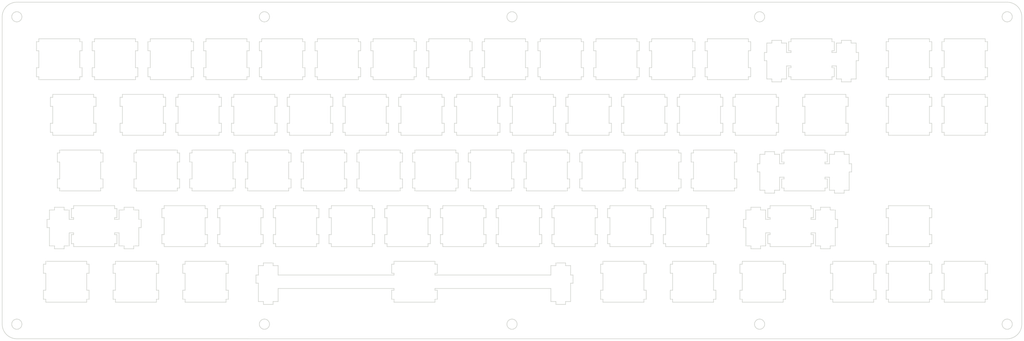
<source format=kicad_pcb>
(kicad_pcb (version 20171130) (host pcbnew "(5.1.4)-1")
  (layers (0 F.Cu signal) (31 B.Cu signal) (34 B.Paste user) (35 F.Paste user) (36 B.SilkS user) (37 F.SilkS user) (38 B.Mask user) (39 F.Mask user) (44 Edge.Cuts user))
  (net 0 "")
  (gr_line (start 5.09323 -112.094) (end 4.55443 -112.007) (layer Edge.Cuts) (width 0.2))
  (gr_line (start 5.63481 -112.007) (end 5.09323 -112.094) (layer Edge.Cuts) (width 0.2))
  (gr_line (start 6.12263 -111.758) (end 5.63481 -112.007) (layer Edge.Cuts) (width 0.2))
  (gr_line (start 6.50984 -111.373) (end 6.12263 -111.758) (layer Edge.Cuts) (width 0.2))
  (gr_line (start 6.75929 -110.883) (end 6.50984 -111.373) (layer Edge.Cuts) (width 0.2))
  (gr_line (start 6.84332 -110.344) (end 6.75929 -110.883) (layer Edge.Cuts) (width 0.2))
  (gr_line (start 6.75929 -109.802) (end 6.84332 -110.344) (layer Edge.Cuts) (width 0.2))
  (gr_line (start 6.50984 -109.316) (end 6.75929 -109.802) (layer Edge.Cuts) (width 0.2))
  (gr_line (start 6.12263 -108.927) (end 6.50984 -109.316) (layer Edge.Cuts) (width 0.2))
  (gr_line (start 5.63481 -108.678) (end 6.12263 -108.927) (layer Edge.Cuts) (width 0.2))
  (gr_line (start 5.09323 -108.593) (end 5.63481 -108.678) (layer Edge.Cuts) (width 0.2))
  (gr_line (start 4.55443 -108.678) (end 5.09323 -108.593) (layer Edge.Cuts) (width 0.2))
  (gr_line (start 4.0652 -108.927) (end 4.55443 -108.678) (layer Edge.Cuts) (width 0.2))
  (gr_line (start 3.67937 -109.316) (end 4.0652 -108.927) (layer Edge.Cuts) (width 0.2))
  (gr_line (start 3.42994 -109.802) (end 3.67937 -109.316) (layer Edge.Cuts) (width 0.2))
  (gr_line (start 3.34312 -110.344) (end 3.42994 -109.802) (layer Edge.Cuts) (width 0.2))
  (gr_line (start 3.42994 -110.883) (end 3.34312 -110.344) (layer Edge.Cuts) (width 0.2))
  (gr_line (start 3.67937 -111.373) (end 3.42994 -110.883) (layer Edge.Cuts) (width 0.2))
  (gr_line (start 4.0652 -111.758) (end 3.67937 -111.373) (layer Edge.Cuts) (width 0.2))
  (gr_line (start 4.55443 -112.007) (end 4.0652 -111.758) (layer Edge.Cuts) (width 0.2))
  (gr_line (start 343.708 -112.094) (end 343.167 -112.007) (layer Edge.Cuts) (width 0.2))
  (gr_line (start 344.249 -112.007) (end 343.708 -112.094) (layer Edge.Cuts) (width 0.2))
  (gr_line (start 344.737 -111.758) (end 344.249 -112.007) (layer Edge.Cuts) (width 0.2))
  (gr_line (start 345.124 -111.373) (end 344.737 -111.758) (layer Edge.Cuts) (width 0.2))
  (gr_line (start 345.372 -110.883) (end 345.124 -111.373) (layer Edge.Cuts) (width 0.2))
  (gr_line (start 345.458 -110.344) (end 345.372 -110.883) (layer Edge.Cuts) (width 0.2))
  (gr_line (start 345.372 -109.802) (end 345.458 -110.344) (layer Edge.Cuts) (width 0.2))
  (gr_line (start 345.124 -109.316) (end 345.372 -109.802) (layer Edge.Cuts) (width 0.2))
  (gr_line (start 344.737 -108.927) (end 345.124 -109.316) (layer Edge.Cuts) (width 0.2))
  (gr_line (start 344.249 -108.678) (end 344.737 -108.927) (layer Edge.Cuts) (width 0.2))
  (gr_line (start 343.708 -108.593) (end 344.249 -108.678) (layer Edge.Cuts) (width 0.2))
  (gr_line (start 343.167 -108.678) (end 343.708 -108.593) (layer Edge.Cuts) (width 0.2))
  (gr_line (start 342.678 -108.927) (end 343.167 -108.678) (layer Edge.Cuts) (width 0.2))
  (gr_line (start 342.292 -109.316) (end 342.678 -108.927) (layer Edge.Cuts) (width 0.2))
  (gr_line (start 342.044 -109.802) (end 342.292 -109.316) (layer Edge.Cuts) (width 0.2))
  (gr_line (start 341.957 -110.344) (end 342.044 -109.802) (layer Edge.Cuts) (width 0.2))
  (gr_line (start 342.044 -110.883) (end 341.957 -110.344) (layer Edge.Cuts) (width 0.2))
  (gr_line (start 342.292 -111.373) (end 342.044 -110.883) (layer Edge.Cuts) (width 0.2))
  (gr_line (start 342.678 -111.758) (end 342.292 -111.373) (layer Edge.Cuts) (width 0.2))
  (gr_line (start 343.167 -112.007) (end 342.678 -111.758) (layer Edge.Cuts) (width 0.2))
  (gr_line (start 259.055 -112.094) (end 258.512999 -112.007) (layer Edge.Cuts) (width 0.2))
  (gr_line (start 259.595 -112.007) (end 259.055 -112.094) (layer Edge.Cuts) (width 0.2))
  (gr_line (start 260.083 -111.758) (end 259.595 -112.007) (layer Edge.Cuts) (width 0.2))
  (gr_line (start 260.47 -111.373) (end 260.083 -111.758) (layer Edge.Cuts) (width 0.2))
  (gr_line (start 260.719 -110.883) (end 260.47 -111.373) (layer Edge.Cuts) (width 0.2))
  (gr_line (start 260.805 -110.344) (end 260.719 -110.883) (layer Edge.Cuts) (width 0.2))
  (gr_line (start 260.719 -109.802) (end 260.805 -110.344) (layer Edge.Cuts) (width 0.2))
  (gr_line (start 260.47 -109.316) (end 260.719 -109.802) (layer Edge.Cuts) (width 0.2))
  (gr_line (start 260.083 -108.927) (end 260.47 -109.316) (layer Edge.Cuts) (width 0.2))
  (gr_line (start 259.595 -108.678) (end 260.083 -108.927) (layer Edge.Cuts) (width 0.2))
  (gr_line (start 259.055 -108.593) (end 259.595 -108.678) (layer Edge.Cuts) (width 0.2))
  (gr_line (start 258.512999 -108.678) (end 259.055 -108.593) (layer Edge.Cuts) (width 0.2))
  (gr_line (start 258.024999 -108.927) (end 258.512999 -108.678) (layer Edge.Cuts) (width 0.2))
  (gr_line (start 257.639 -109.316) (end 258.024999 -108.927) (layer Edge.Cuts) (width 0.2))
  (gr_line (start 257.39 -109.802) (end 257.639 -109.316) (layer Edge.Cuts) (width 0.2))
  (gr_line (start 257.303999 -110.344) (end 257.39 -109.802) (layer Edge.Cuts) (width 0.2))
  (gr_line (start 257.39 -110.883) (end 257.303999 -110.344) (layer Edge.Cuts) (width 0.2))
  (gr_line (start 257.639 -111.373) (end 257.39 -110.883) (layer Edge.Cuts) (width 0.2))
  (gr_line (start 258.024999 -111.758) (end 257.639 -111.373) (layer Edge.Cuts) (width 0.2))
  (gr_line (start 258.512999 -112.007) (end 258.024999 -111.758) (layer Edge.Cuts) (width 0.2))
  (gr_line (start 174.4 -112.094) (end 173.86 -112.007) (layer Edge.Cuts) (width 0.2))
  (gr_line (start 174.942 -112.007) (end 174.4 -112.094) (layer Edge.Cuts) (width 0.2))
  (gr_line (start 175.43 -111.758) (end 174.942 -112.007) (layer Edge.Cuts) (width 0.2))
  (gr_line (start 175.817 -111.373) (end 175.43 -111.758) (layer Edge.Cuts) (width 0.2))
  (gr_line (start 176.066 -110.883) (end 175.817 -111.373) (layer Edge.Cuts) (width 0.2))
  (gr_line (start 176.15 -110.344) (end 176.066 -110.883) (layer Edge.Cuts) (width 0.2))
  (gr_line (start 176.066 -109.802) (end 176.15 -110.344) (layer Edge.Cuts) (width 0.2))
  (gr_line (start 175.817 -109.316) (end 176.066 -109.802) (layer Edge.Cuts) (width 0.2))
  (gr_line (start 175.43 -108.927) (end 175.817 -109.316) (layer Edge.Cuts) (width 0.2))
  (gr_line (start 174.942 -108.678) (end 175.43 -108.927) (layer Edge.Cuts) (width 0.2))
  (gr_line (start 174.4 -108.593) (end 174.942 -108.678) (layer Edge.Cuts) (width 0.2))
  (gr_line (start 173.86 -108.678) (end 174.4 -108.593) (layer Edge.Cuts) (width 0.2))
  (gr_line (start 173.372 -108.927) (end 173.86 -108.678) (layer Edge.Cuts) (width 0.2))
  (gr_line (start 172.985 -109.316) (end 173.372 -108.927) (layer Edge.Cuts) (width 0.2))
  (gr_line (start 172.737 -109.802) (end 172.985 -109.316) (layer Edge.Cuts) (width 0.2))
  (gr_line (start 172.65 -110.344) (end 172.737 -109.802) (layer Edge.Cuts) (width 0.2))
  (gr_line (start 172.737 -110.883) (end 172.65 -110.344) (layer Edge.Cuts) (width 0.2))
  (gr_line (start 172.985 -111.373) (end 172.737 -110.883) (layer Edge.Cuts) (width 0.2))
  (gr_line (start 173.372 -111.758) (end 172.985 -111.373) (layer Edge.Cuts) (width 0.2))
  (gr_line (start 173.86 -112.007) (end 173.372 -111.758) (layer Edge.Cuts) (width 0.2))
  (gr_line (start 89.7474 -112.094) (end 89.2073 -112.007) (layer Edge.Cuts) (width 0.2))
  (gr_line (start 90.2892 -112.007) (end 89.7474 -112.094) (layer Edge.Cuts) (width 0.2))
  (gr_line (start 90.7754 -111.758) (end 90.2892 -112.007) (layer Edge.Cuts) (width 0.2))
  (gr_line (start 91.1641 -111.373) (end 90.7754 -111.758) (layer Edge.Cuts) (width 0.2))
  (gr_line (start 91.4121 -110.883) (end 91.1641 -111.373) (layer Edge.Cuts) (width 0.2))
  (gr_line (start 91.4975 -110.344) (end 91.4121 -110.883) (layer Edge.Cuts) (width 0.2))
  (gr_line (start 91.4121 -109.802) (end 91.4975 -110.344) (layer Edge.Cuts) (width 0.2))
  (gr_line (start 91.1641 -109.316) (end 91.4121 -109.802) (layer Edge.Cuts) (width 0.2))
  (gr_line (start 90.7754 -108.927) (end 91.1641 -109.316) (layer Edge.Cuts) (width 0.2))
  (gr_line (start 90.2892 -108.678) (end 90.7754 -108.927) (layer Edge.Cuts) (width 0.2))
  (gr_line (start 89.7474 -108.593) (end 90.2892 -108.678) (layer Edge.Cuts) (width 0.2))
  (gr_line (start 89.2073 -108.678) (end 89.7474 -108.593) (layer Edge.Cuts) (width 0.2))
  (gr_line (start 88.718 -108.927) (end 89.2073 -108.678) (layer Edge.Cuts) (width 0.2))
  (gr_line (start 88.3324 -109.316) (end 88.718 -108.927) (layer Edge.Cuts) (width 0.2))
  (gr_line (start 88.0844 -109.802) (end 88.3324 -109.316) (layer Edge.Cuts) (width 0.2))
  (gr_line (start 87.9972 -110.344) (end 88.0844 -109.802) (layer Edge.Cuts) (width 0.2))
  (gr_line (start 88.0844 -110.883) (end 87.9972 -110.344) (layer Edge.Cuts) (width 0.2))
  (gr_line (start 88.3324 -111.373) (end 88.0844 -110.883) (layer Edge.Cuts) (width 0.2))
  (gr_line (start 88.718 -111.758) (end 88.3324 -111.373) (layer Edge.Cuts) (width 0.2))
  (gr_line (start 89.2073 -112.007) (end 88.718 -111.758) (layer Edge.Cuts) (width 0.2))
  (gr_line (start 336.182 -102.818) (end 322.181 -102.818) (layer Edge.Cuts) (width 0.2))
  (gr_line (start 336.182 -101.819) (end 336.182 -102.818) (layer Edge.Cuts) (width 0.2))
  (gr_line (start 336.981 -101.819) (end 336.182 -101.819) (layer Edge.Cuts) (width 0.2))
  (gr_line (start 336.981 -98.7171) (end 336.981 -101.819) (layer Edge.Cuts) (width 0.2))
  (gr_line (start 336.182 -98.7171) (end 336.981 -98.7171) (layer Edge.Cuts) (width 0.2))
  (gr_line (start 336.182 -92.9185) (end 336.182 -98.7171) (layer Edge.Cuts) (width 0.2))
  (gr_line (start 336.981 -92.9185) (end 336.182 -92.9185) (layer Edge.Cuts) (width 0.2))
  (gr_line (start 336.981 -89.8179) (end 336.981 -92.9185) (layer Edge.Cuts) (width 0.2))
  (gr_line (start 336.182 -89.8179) (end 336.981 -89.8179) (layer Edge.Cuts) (width 0.2))
  (gr_line (start 336.182 -88.8175) (end 336.182 -89.8179) (layer Edge.Cuts) (width 0.2))
  (gr_line (start 322.181 -88.8175) (end 336.182 -88.8175) (layer Edge.Cuts) (width 0.2))
  (gr_line (start 322.181 -89.8179) (end 322.181 -88.8175) (layer Edge.Cuts) (width 0.2))
  (gr_line (start 321.382 -89.8179) (end 322.181 -89.8179) (layer Edge.Cuts) (width 0.2))
  (gr_line (start 321.382 -92.9185) (end 321.382 -89.8179) (layer Edge.Cuts) (width 0.2))
  (gr_line (start 322.181 -92.9185) (end 321.382 -92.9185) (layer Edge.Cuts) (width 0.2))
  (gr_line (start 322.181 -98.7171) (end 322.181 -92.9185) (layer Edge.Cuts) (width 0.2))
  (gr_line (start 321.382 -98.7171) (end 322.181 -98.7171) (layer Edge.Cuts) (width 0.2))
  (gr_line (start 321.382 -101.819) (end 321.382 -98.7171) (layer Edge.Cuts) (width 0.2))
  (gr_line (start 322.181 -101.819) (end 321.382 -101.819) (layer Edge.Cuts) (width 0.2))
  (gr_line (start 322.181 -102.818) (end 322.181 -101.819) (layer Edge.Cuts) (width 0.2))
  (gr_line (start 317.132 -102.818) (end 303.131 -102.818) (layer Edge.Cuts) (width 0.2))
  (gr_line (start 317.132 -101.819) (end 317.132 -102.818) (layer Edge.Cuts) (width 0.2))
  (gr_line (start 317.931 -101.819) (end 317.132 -101.819) (layer Edge.Cuts) (width 0.2))
  (gr_line (start 317.931 -98.7171) (end 317.931 -101.819) (layer Edge.Cuts) (width 0.2))
  (gr_line (start 317.132 -98.7171) (end 317.931 -98.7171) (layer Edge.Cuts) (width 0.2))
  (gr_line (start 317.132 -92.9185) (end 317.132 -98.7171) (layer Edge.Cuts) (width 0.2))
  (gr_line (start 317.931 -92.9185) (end 317.132 -92.9185) (layer Edge.Cuts) (width 0.2))
  (gr_line (start 317.931 -89.8179) (end 317.931 -92.9185) (layer Edge.Cuts) (width 0.2))
  (gr_line (start 317.132 -89.8179) (end 317.931 -89.8179) (layer Edge.Cuts) (width 0.2))
  (gr_line (start 317.132 -88.8175) (end 317.132 -89.8179) (layer Edge.Cuts) (width 0.2))
  (gr_line (start 303.131 -88.8175) (end 317.132 -88.8175) (layer Edge.Cuts) (width 0.2))
  (gr_line (start 303.131 -89.8179) (end 303.131 -88.8175) (layer Edge.Cuts) (width 0.2))
  (gr_line (start 302.332 -89.8179) (end 303.131 -89.8179) (layer Edge.Cuts) (width 0.2))
  (gr_line (start 302.332 -92.9185) (end 302.332 -89.8179) (layer Edge.Cuts) (width 0.2))
  (gr_line (start 303.131 -92.9185) (end 302.332 -92.9185) (layer Edge.Cuts) (width 0.2))
  (gr_line (start 303.131 -98.7171) (end 303.131 -92.9185) (layer Edge.Cuts) (width 0.2))
  (gr_line (start 302.332 -98.7171) (end 303.131 -98.7171) (layer Edge.Cuts) (width 0.2))
  (gr_line (start 302.332 -101.819) (end 302.332 -98.7171) (layer Edge.Cuts) (width 0.2))
  (gr_line (start 303.131 -101.819) (end 302.332 -101.819) (layer Edge.Cuts) (width 0.2))
  (gr_line (start 303.131 -102.818) (end 303.131 -101.819) (layer Edge.Cuts) (width 0.2))
  (gr_line (start 255.22 -102.818) (end 241.22 -102.818) (layer Edge.Cuts) (width 0.2))
  (gr_line (start 255.22 -101.819) (end 255.22 -102.818) (layer Edge.Cuts) (width 0.2))
  (gr_line (start 256.019999 -101.819) (end 255.22 -101.819) (layer Edge.Cuts) (width 0.2))
  (gr_line (start 256.019999 -98.7171) (end 256.019999 -101.819) (layer Edge.Cuts) (width 0.2))
  (gr_line (start 255.22 -98.7171) (end 256.019999 -98.7171) (layer Edge.Cuts) (width 0.2))
  (gr_line (start 255.22 -92.9185) (end 255.22 -98.7171) (layer Edge.Cuts) (width 0.2))
  (gr_line (start 256.019999 -92.9185) (end 255.22 -92.9185) (layer Edge.Cuts) (width 0.2))
  (gr_line (start 256.019999 -89.8179) (end 256.019999 -92.9185) (layer Edge.Cuts) (width 0.2))
  (gr_line (start 255.22 -89.8179) (end 256.019999 -89.8179) (layer Edge.Cuts) (width 0.2))
  (gr_line (start 255.22 -88.8175) (end 255.22 -89.8179) (layer Edge.Cuts) (width 0.2))
  (gr_line (start 241.22 -88.8175) (end 255.22 -88.8175) (layer Edge.Cuts) (width 0.2))
  (gr_line (start 241.22 -89.8179) (end 241.22 -88.8175) (layer Edge.Cuts) (width 0.2))
  (gr_line (start 240.419 -89.8179) (end 241.22 -89.8179) (layer Edge.Cuts) (width 0.2))
  (gr_line (start 240.419 -92.9185) (end 240.419 -89.8179) (layer Edge.Cuts) (width 0.2))
  (gr_line (start 241.22 -92.9185) (end 240.419 -92.9185) (layer Edge.Cuts) (width 0.2))
  (gr_line (start 241.22 -98.7171) (end 241.22 -92.9185) (layer Edge.Cuts) (width 0.2))
  (gr_line (start 240.419 -98.7171) (end 241.22 -98.7171) (layer Edge.Cuts) (width 0.2))
  (gr_line (start 240.419 -101.819) (end 240.419 -98.7171) (layer Edge.Cuts) (width 0.2))
  (gr_line (start 241.22 -101.819) (end 240.419 -101.819) (layer Edge.Cuts) (width 0.2))
  (gr_line (start 241.22 -102.818) (end 241.22 -101.819) (layer Edge.Cuts) (width 0.2))
  (gr_line (start 236.17 -102.818) (end 222.17 -102.818) (layer Edge.Cuts) (width 0.2))
  (gr_line (start 236.17 -101.819) (end 236.17 -102.818) (layer Edge.Cuts) (width 0.2))
  (gr_line (start 236.97 -101.819) (end 236.17 -101.819) (layer Edge.Cuts) (width 0.2))
  (gr_line (start 236.97 -98.7171) (end 236.97 -101.819) (layer Edge.Cuts) (width 0.2))
  (gr_line (start 236.17 -98.7171) (end 236.97 -98.7171) (layer Edge.Cuts) (width 0.2))
  (gr_line (start 236.17 -92.9185) (end 236.17 -98.7171) (layer Edge.Cuts) (width 0.2))
  (gr_line (start 236.97 -92.9185) (end 236.17 -92.9185) (layer Edge.Cuts) (width 0.2))
  (gr_line (start 236.97 -89.8179) (end 236.97 -92.9185) (layer Edge.Cuts) (width 0.2))
  (gr_line (start 236.17 -89.8179) (end 236.97 -89.8179) (layer Edge.Cuts) (width 0.2))
  (gr_line (start 236.17 -88.8175) (end 236.17 -89.8179) (layer Edge.Cuts) (width 0.2))
  (gr_line (start 222.17 -88.8175) (end 236.17 -88.8175) (layer Edge.Cuts) (width 0.2))
  (gr_line (start 222.17 -89.8179) (end 222.17 -88.8175) (layer Edge.Cuts) (width 0.2))
  (gr_line (start 221.369 -89.8179) (end 222.17 -89.8179) (layer Edge.Cuts) (width 0.2))
  (gr_line (start 221.369 -92.9185) (end 221.369 -89.8179) (layer Edge.Cuts) (width 0.2))
  (gr_line (start 222.17 -92.9185) (end 221.369 -92.9185) (layer Edge.Cuts) (width 0.2))
  (gr_line (start 222.17 -98.7171) (end 222.17 -92.9185) (layer Edge.Cuts) (width 0.2))
  (gr_line (start 221.369 -98.7171) (end 222.17 -98.7171) (layer Edge.Cuts) (width 0.2))
  (gr_line (start 221.369 -101.819) (end 221.369 -98.7171) (layer Edge.Cuts) (width 0.2))
  (gr_line (start 222.17 -101.819) (end 221.369 -101.819) (layer Edge.Cuts) (width 0.2))
  (gr_line (start 222.17 -102.818) (end 222.17 -101.819) (layer Edge.Cuts) (width 0.2))
  (gr_line (start 217.12 -102.818) (end 203.12 -102.818) (layer Edge.Cuts) (width 0.2))
  (gr_line (start 217.12 -101.819) (end 217.12 -102.818) (layer Edge.Cuts) (width 0.2))
  (gr_line (start 217.92 -101.819) (end 217.12 -101.819) (layer Edge.Cuts) (width 0.2))
  (gr_line (start 217.92 -98.7171) (end 217.92 -101.819) (layer Edge.Cuts) (width 0.2))
  (gr_line (start 217.12 -98.7171) (end 217.92 -98.7171) (layer Edge.Cuts) (width 0.2))
  (gr_line (start 217.12 -92.9185) (end 217.12 -98.7171) (layer Edge.Cuts) (width 0.2))
  (gr_line (start 217.92 -92.9185) (end 217.12 -92.9185) (layer Edge.Cuts) (width 0.2))
  (gr_line (start 217.92 -89.8179) (end 217.92 -92.9185) (layer Edge.Cuts) (width 0.2))
  (gr_line (start 217.12 -89.8179) (end 217.92 -89.8179) (layer Edge.Cuts) (width 0.2))
  (gr_line (start 217.12 -88.8175) (end 217.12 -89.8179) (layer Edge.Cuts) (width 0.2))
  (gr_line (start 203.12 -88.8175) (end 217.12 -88.8175) (layer Edge.Cuts) (width 0.2))
  (gr_line (start 203.12 -89.8179) (end 203.12 -88.8175) (layer Edge.Cuts) (width 0.2))
  (gr_line (start 202.319 -89.8179) (end 203.12 -89.8179) (layer Edge.Cuts) (width 0.2))
  (gr_line (start 202.319 -92.9185) (end 202.319 -89.8179) (layer Edge.Cuts) (width 0.2))
  (gr_line (start 203.12 -92.9185) (end 202.319 -92.9185) (layer Edge.Cuts) (width 0.2))
  (gr_line (start 203.12 -98.7171) (end 203.12 -92.9185) (layer Edge.Cuts) (width 0.2))
  (gr_line (start 202.319 -98.7171) (end 203.12 -98.7171) (layer Edge.Cuts) (width 0.2))
  (gr_line (start 202.319 -101.819) (end 202.319 -98.7171) (layer Edge.Cuts) (width 0.2))
  (gr_line (start 203.12 -101.819) (end 202.319 -101.819) (layer Edge.Cuts) (width 0.2))
  (gr_line (start 203.12 -102.818) (end 203.12 -101.819) (layer Edge.Cuts) (width 0.2))
  (gr_line (start 198.07 -102.818) (end 184.07 -102.818) (layer Edge.Cuts) (width 0.2))
  (gr_line (start 198.07 -101.819) (end 198.07 -102.818) (layer Edge.Cuts) (width 0.2))
  (gr_line (start 198.87 -101.819) (end 198.07 -101.819) (layer Edge.Cuts) (width 0.2))
  (gr_line (start 198.87 -98.7171) (end 198.87 -101.819) (layer Edge.Cuts) (width 0.2))
  (gr_line (start 198.07 -98.7171) (end 198.87 -98.7171) (layer Edge.Cuts) (width 0.2))
  (gr_line (start 198.07 -92.9185) (end 198.07 -98.7171) (layer Edge.Cuts) (width 0.2))
  (gr_line (start 198.87 -92.9185) (end 198.07 -92.9185) (layer Edge.Cuts) (width 0.2))
  (gr_line (start 198.87 -89.8179) (end 198.87 -92.9185) (layer Edge.Cuts) (width 0.2))
  (gr_line (start 198.07 -89.8179) (end 198.87 -89.8179) (layer Edge.Cuts) (width 0.2))
  (gr_line (start 198.07 -88.8175) (end 198.07 -89.8179) (layer Edge.Cuts) (width 0.2))
  (gr_line (start 184.07 -88.8175) (end 198.07 -88.8175) (layer Edge.Cuts) (width 0.2))
  (gr_line (start 184.07 -89.8179) (end 184.07 -88.8175) (layer Edge.Cuts) (width 0.2))
  (gr_line (start 183.269 -89.8179) (end 184.07 -89.8179) (layer Edge.Cuts) (width 0.2))
  (gr_line (start 183.269 -92.9185) (end 183.269 -89.8179) (layer Edge.Cuts) (width 0.2))
  (gr_line (start 184.07 -92.9185) (end 183.269 -92.9185) (layer Edge.Cuts) (width 0.2))
  (gr_line (start 184.07 -98.7171) (end 184.07 -92.9185) (layer Edge.Cuts) (width 0.2))
  (gr_line (start 183.269 -98.7171) (end 184.07 -98.7171) (layer Edge.Cuts) (width 0.2))
  (gr_line (start 183.269 -101.819) (end 183.269 -98.7171) (layer Edge.Cuts) (width 0.2))
  (gr_line (start 184.07 -101.819) (end 183.269 -101.819) (layer Edge.Cuts) (width 0.2))
  (gr_line (start 184.07 -102.818) (end 184.07 -101.819) (layer Edge.Cuts) (width 0.2))
  (gr_line (start 179.02 -102.818) (end 165.02 -102.818) (layer Edge.Cuts) (width 0.2))
  (gr_line (start 179.02 -101.819) (end 179.02 -102.818) (layer Edge.Cuts) (width 0.2))
  (gr_line (start 179.82 -101.819) (end 179.02 -101.819) (layer Edge.Cuts) (width 0.2))
  (gr_line (start 179.82 -98.7171) (end 179.82 -101.819) (layer Edge.Cuts) (width 0.2))
  (gr_line (start 179.02 -98.7171) (end 179.82 -98.7171) (layer Edge.Cuts) (width 0.2))
  (gr_line (start 179.02 -92.9185) (end 179.02 -98.7171) (layer Edge.Cuts) (width 0.2))
  (gr_line (start 179.82 -92.9185) (end 179.02 -92.9185) (layer Edge.Cuts) (width 0.2))
  (gr_line (start 179.82 -89.8179) (end 179.82 -92.9185) (layer Edge.Cuts) (width 0.2))
  (gr_line (start 179.02 -89.8179) (end 179.82 -89.8179) (layer Edge.Cuts) (width 0.2))
  (gr_line (start 179.02 -88.8175) (end 179.02 -89.8179) (layer Edge.Cuts) (width 0.2))
  (gr_line (start 165.02 -88.8175) (end 179.02 -88.8175) (layer Edge.Cuts) (width 0.2))
  (gr_line (start 165.02 -89.8179) (end 165.02 -88.8175) (layer Edge.Cuts) (width 0.2))
  (gr_line (start 164.219 -89.8179) (end 165.02 -89.8179) (layer Edge.Cuts) (width 0.2))
  (gr_line (start 164.219 -92.9185) (end 164.219 -89.8179) (layer Edge.Cuts) (width 0.2))
  (gr_line (start 165.02 -92.9185) (end 164.219 -92.9185) (layer Edge.Cuts) (width 0.2))
  (gr_line (start 165.02 -98.7171) (end 165.02 -92.9185) (layer Edge.Cuts) (width 0.2))
  (gr_line (start 164.219 -98.7171) (end 165.02 -98.7171) (layer Edge.Cuts) (width 0.2))
  (gr_line (start 164.219 -101.819) (end 164.219 -98.7171) (layer Edge.Cuts) (width 0.2))
  (gr_line (start 165.02 -101.819) (end 164.219 -101.819) (layer Edge.Cuts) (width 0.2))
  (gr_line (start 165.02 -102.818) (end 165.02 -101.819) (layer Edge.Cuts) (width 0.2))
  (gr_line (start 159.97 -102.818) (end 145.97 -102.818) (layer Edge.Cuts) (width 0.2))
  (gr_line (start 159.97 -101.819) (end 159.97 -102.818) (layer Edge.Cuts) (width 0.2))
  (gr_line (start 160.77 -101.819) (end 159.97 -101.819) (layer Edge.Cuts) (width 0.2))
  (gr_line (start 160.77 -98.7171) (end 160.77 -101.819) (layer Edge.Cuts) (width 0.2))
  (gr_line (start 159.97 -98.7171) (end 160.77 -98.7171) (layer Edge.Cuts) (width 0.2))
  (gr_line (start 159.97 -92.9185) (end 159.97 -98.7171) (layer Edge.Cuts) (width 0.2))
  (gr_line (start 160.77 -92.9185) (end 159.97 -92.9185) (layer Edge.Cuts) (width 0.2))
  (gr_line (start 160.77 -89.8179) (end 160.77 -92.9185) (layer Edge.Cuts) (width 0.2))
  (gr_line (start 159.97 -89.8179) (end 160.77 -89.8179) (layer Edge.Cuts) (width 0.2))
  (gr_line (start 159.97 -88.8175) (end 159.97 -89.8179) (layer Edge.Cuts) (width 0.2))
  (gr_line (start 145.97 -88.8175) (end 159.97 -88.8175) (layer Edge.Cuts) (width 0.2))
  (gr_line (start 145.97 -89.8179) (end 145.97 -88.8175) (layer Edge.Cuts) (width 0.2))
  (gr_line (start 145.169 -89.8179) (end 145.97 -89.8179) (layer Edge.Cuts) (width 0.2))
  (gr_line (start 145.169 -92.9185) (end 145.169 -89.8179) (layer Edge.Cuts) (width 0.2))
  (gr_line (start 145.97 -92.9185) (end 145.169 -92.9185) (layer Edge.Cuts) (width 0.2))
  (gr_line (start 145.97 -98.7171) (end 145.97 -92.9185) (layer Edge.Cuts) (width 0.2))
  (gr_line (start 145.169 -98.7171) (end 145.97 -98.7171) (layer Edge.Cuts) (width 0.2))
  (gr_line (start 145.169 -101.819) (end 145.169 -98.7171) (layer Edge.Cuts) (width 0.2))
  (gr_line (start 145.97 -101.819) (end 145.169 -101.819) (layer Edge.Cuts) (width 0.2))
  (gr_line (start 145.97 -102.818) (end 145.97 -101.819) (layer Edge.Cuts) (width 0.2))
  (gr_line (start 140.92 -102.818) (end 126.92 -102.818) (layer Edge.Cuts) (width 0.2))
  (gr_line (start 140.92 -101.819) (end 140.92 -102.818) (layer Edge.Cuts) (width 0.2))
  (gr_line (start 141.72 -101.819) (end 140.92 -101.819) (layer Edge.Cuts) (width 0.2))
  (gr_line (start 141.72 -98.7171) (end 141.72 -101.819) (layer Edge.Cuts) (width 0.2))
  (gr_line (start 140.92 -98.7171) (end 141.72 -98.7171) (layer Edge.Cuts) (width 0.2))
  (gr_line (start 140.92 -92.9185) (end 140.92 -98.7171) (layer Edge.Cuts) (width 0.2))
  (gr_line (start 141.72 -92.9185) (end 140.92 -92.9185) (layer Edge.Cuts) (width 0.2))
  (gr_line (start 141.72 -89.8179) (end 141.72 -92.9185) (layer Edge.Cuts) (width 0.2))
  (gr_line (start 140.92 -89.8179) (end 141.72 -89.8179) (layer Edge.Cuts) (width 0.2))
  (gr_line (start 140.92 -88.8175) (end 140.92 -89.8179) (layer Edge.Cuts) (width 0.2))
  (gr_line (start 126.92 -88.8175) (end 140.92 -88.8175) (layer Edge.Cuts) (width 0.2))
  (gr_line (start 126.92 -89.8179) (end 126.92 -88.8175) (layer Edge.Cuts) (width 0.2))
  (gr_line (start 126.119 -89.8179) (end 126.92 -89.8179) (layer Edge.Cuts) (width 0.2))
  (gr_line (start 126.119 -92.9185) (end 126.119 -89.8179) (layer Edge.Cuts) (width 0.2))
  (gr_line (start 126.92 -92.9185) (end 126.119 -92.9185) (layer Edge.Cuts) (width 0.2))
  (gr_line (start 126.92 -98.7171) (end 126.92 -92.9185) (layer Edge.Cuts) (width 0.2))
  (gr_line (start 126.119 -98.7171) (end 126.92 -98.7171) (layer Edge.Cuts) (width 0.2))
  (gr_line (start 126.119 -101.819) (end 126.119 -98.7171) (layer Edge.Cuts) (width 0.2))
  (gr_line (start 126.92 -101.819) (end 126.119 -101.819) (layer Edge.Cuts) (width 0.2))
  (gr_line (start 126.92 -102.818) (end 126.92 -101.819) (layer Edge.Cuts) (width 0.2))
  (gr_line (start 121.868 -102.818) (end 107.869 -102.818) (layer Edge.Cuts) (width 0.2))
  (gr_line (start 121.868 -101.819) (end 121.868 -102.818) (layer Edge.Cuts) (width 0.2))
  (gr_line (start 122.669 -101.819) (end 121.868 -101.819) (layer Edge.Cuts) (width 0.2))
  (gr_line (start 122.669 -98.7171) (end 122.669 -101.819) (layer Edge.Cuts) (width 0.2))
  (gr_line (start 121.868 -98.7171) (end 122.669 -98.7171) (layer Edge.Cuts) (width 0.2))
  (gr_line (start 121.868 -92.9185) (end 121.868 -98.7171) (layer Edge.Cuts) (width 0.2))
  (gr_line (start 122.669 -92.9185) (end 121.868 -92.9185) (layer Edge.Cuts) (width 0.2))
  (gr_line (start 122.669 -89.8179) (end 122.669 -92.9185) (layer Edge.Cuts) (width 0.2))
  (gr_line (start 121.868 -89.8179) (end 122.669 -89.8179) (layer Edge.Cuts) (width 0.2))
  (gr_line (start 121.868 -88.8175) (end 121.868 -89.8179) (layer Edge.Cuts) (width 0.2))
  (gr_line (start 107.869 -88.8175) (end 121.868 -88.8175) (layer Edge.Cuts) (width 0.2))
  (gr_line (start 107.869 -89.8179) (end 107.869 -88.8175) (layer Edge.Cuts) (width 0.2))
  (gr_line (start 107.069 -89.8179) (end 107.869 -89.8179) (layer Edge.Cuts) (width 0.2))
  (gr_line (start 107.069 -92.9185) (end 107.069 -89.8179) (layer Edge.Cuts) (width 0.2))
  (gr_line (start 107.869 -92.9185) (end 107.069 -92.9185) (layer Edge.Cuts) (width 0.2))
  (gr_line (start 107.869 -98.7171) (end 107.869 -92.9185) (layer Edge.Cuts) (width 0.2))
  (gr_line (start 107.069 -98.7171) (end 107.869 -98.7171) (layer Edge.Cuts) (width 0.2))
  (gr_line (start 107.069 -101.819) (end 107.069 -98.7171) (layer Edge.Cuts) (width 0.2))
  (gr_line (start 107.869 -101.819) (end 107.069 -101.819) (layer Edge.Cuts) (width 0.2))
  (gr_line (start 107.869 -102.818) (end 107.869 -101.819) (layer Edge.Cuts) (width 0.2))
  (gr_line (start 102.82 -102.818) (end 88.8199 -102.818) (layer Edge.Cuts) (width 0.2))
  (gr_line (start 102.82 -101.819) (end 102.82 -102.818) (layer Edge.Cuts) (width 0.2))
  (gr_line (start 103.619 -101.819) (end 102.82 -101.819) (layer Edge.Cuts) (width 0.2))
  (gr_line (start 103.619 -98.7171) (end 103.619 -101.819) (layer Edge.Cuts) (width 0.2))
  (gr_line (start 102.82 -98.7171) (end 103.619 -98.7171) (layer Edge.Cuts) (width 0.2))
  (gr_line (start 102.82 -92.9185) (end 102.82 -98.7171) (layer Edge.Cuts) (width 0.2))
  (gr_line (start 103.619 -92.9185) (end 102.82 -92.9185) (layer Edge.Cuts) (width 0.2))
  (gr_line (start 103.619 -89.8179) (end 103.619 -92.9185) (layer Edge.Cuts) (width 0.2))
  (gr_line (start 102.82 -89.8179) (end 103.619 -89.8179) (layer Edge.Cuts) (width 0.2))
  (gr_line (start 102.82 -88.8175) (end 102.82 -89.8179) (layer Edge.Cuts) (width 0.2))
  (gr_line (start 88.8199 -88.8175) (end 102.82 -88.8175) (layer Edge.Cuts) (width 0.2))
  (gr_line (start 88.8199 -89.8179) (end 88.8199 -88.8175) (layer Edge.Cuts) (width 0.2))
  (gr_line (start 88.0195 -89.8179) (end 88.8199 -89.8179) (layer Edge.Cuts) (width 0.2))
  (gr_line (start 88.0195 -92.9185) (end 88.0195 -89.8179) (layer Edge.Cuts) (width 0.2))
  (gr_line (start 88.8199 -92.9185) (end 88.0195 -92.9185) (layer Edge.Cuts) (width 0.2))
  (gr_line (start 88.8199 -98.7171) (end 88.8199 -92.9185) (layer Edge.Cuts) (width 0.2))
  (gr_line (start 88.0195 -98.7171) (end 88.8199 -98.7171) (layer Edge.Cuts) (width 0.2))
  (gr_line (start 88.0195 -101.819) (end 88.0195 -98.7171) (layer Edge.Cuts) (width 0.2))
  (gr_line (start 88.8199 -101.819) (end 88.0195 -101.819) (layer Edge.Cuts) (width 0.2))
  (gr_line (start 88.8199 -102.818) (end 88.8199 -101.819) (layer Edge.Cuts) (width 0.2))
  (gr_line (start 83.7696 -102.818) (end 69.7699 -102.818) (layer Edge.Cuts) (width 0.2))
  (gr_line (start 83.7696 -101.819) (end 83.7696 -102.818) (layer Edge.Cuts) (width 0.2))
  (gr_line (start 84.5704 -101.819) (end 83.7696 -101.819) (layer Edge.Cuts) (width 0.2))
  (gr_line (start 84.5704 -98.7171) (end 84.5704 -101.819) (layer Edge.Cuts) (width 0.2))
  (gr_line (start 83.7696 -98.7171) (end 84.5704 -98.7171) (layer Edge.Cuts) (width 0.2))
  (gr_line (start 83.7696 -92.9185) (end 83.7696 -98.7171) (layer Edge.Cuts) (width 0.2))
  (gr_line (start 84.5704 -92.9185) (end 83.7696 -92.9185) (layer Edge.Cuts) (width 0.2))
  (gr_line (start 84.5704 -89.8179) (end 84.5704 -92.9185) (layer Edge.Cuts) (width 0.2))
  (gr_line (start 83.7696 -89.8179) (end 84.5704 -89.8179) (layer Edge.Cuts) (width 0.2))
  (gr_line (start 83.7696 -88.8175) (end 83.7696 -89.8179) (layer Edge.Cuts) (width 0.2))
  (gr_line (start 69.7699 -88.8175) (end 83.7696 -88.8175) (layer Edge.Cuts) (width 0.2))
  (gr_line (start 69.7699 -89.8179) (end 69.7699 -88.8175) (layer Edge.Cuts) (width 0.2))
  (gr_line (start 68.9695 -89.8179) (end 69.7699 -89.8179) (layer Edge.Cuts) (width 0.2))
  (gr_line (start 68.9695 -92.9185) (end 68.9695 -89.8179) (layer Edge.Cuts) (width 0.2))
  (gr_line (start 69.7699 -92.9185) (end 68.9695 -92.9185) (layer Edge.Cuts) (width 0.2))
  (gr_line (start 69.7699 -98.7171) (end 69.7699 -92.9185) (layer Edge.Cuts) (width 0.2))
  (gr_line (start 68.9695 -98.7171) (end 69.7699 -98.7171) (layer Edge.Cuts) (width 0.2))
  (gr_line (start 68.9695 -101.819) (end 68.9695 -98.7171) (layer Edge.Cuts) (width 0.2))
  (gr_line (start 69.7699 -101.819) (end 68.9695 -101.819) (layer Edge.Cuts) (width 0.2))
  (gr_line (start 69.7699 -102.818) (end 69.7699 -101.819) (layer Edge.Cuts) (width 0.2))
  (gr_line (start 64.7196 -102.818) (end 50.7199 -102.818) (layer Edge.Cuts) (width 0.2))
  (gr_line (start 64.7196 -101.819) (end 64.7196 -102.818) (layer Edge.Cuts) (width 0.2))
  (gr_line (start 65.520399 -101.819) (end 64.7196 -101.819) (layer Edge.Cuts) (width 0.2))
  (gr_line (start 65.520399 -98.7171) (end 65.520399 -101.819) (layer Edge.Cuts) (width 0.2))
  (gr_line (start 64.7196 -98.7171) (end 65.520399 -98.7171) (layer Edge.Cuts) (width 0.2))
  (gr_line (start 64.7196 -92.9185) (end 64.7196 -98.7171) (layer Edge.Cuts) (width 0.2))
  (gr_line (start 65.520399 -92.9185) (end 64.7196 -92.9185) (layer Edge.Cuts) (width 0.2))
  (gr_line (start 65.520399 -89.8179) (end 65.520399 -92.9185) (layer Edge.Cuts) (width 0.2))
  (gr_line (start 64.7196 -89.8179) (end 65.520399 -89.8179) (layer Edge.Cuts) (width 0.2))
  (gr_line (start 64.7196 -88.8175) (end 64.7196 -89.8179) (layer Edge.Cuts) (width 0.2))
  (gr_line (start 50.7199 -88.8175) (end 64.7196 -88.8175) (layer Edge.Cuts) (width 0.2))
  (gr_line (start 50.7199 -89.8179) (end 50.7199 -88.8175) (layer Edge.Cuts) (width 0.2))
  (gr_line (start 49.9195 -89.8179) (end 50.7199 -89.8179) (layer Edge.Cuts) (width 0.2))
  (gr_line (start 49.9195 -92.9185) (end 49.9195 -89.8179) (layer Edge.Cuts) (width 0.2))
  (gr_line (start 50.7199 -92.9185) (end 49.9195 -92.9185) (layer Edge.Cuts) (width 0.2))
  (gr_line (start 50.7199 -98.7171) (end 50.7199 -92.9185) (layer Edge.Cuts) (width 0.2))
  (gr_line (start 49.9195 -98.7171) (end 50.7199 -98.7171) (layer Edge.Cuts) (width 0.2))
  (gr_line (start 49.9195 -101.819) (end 49.9195 -98.7171) (layer Edge.Cuts) (width 0.2))
  (gr_line (start 50.7199 -101.819) (end 49.9195 -101.819) (layer Edge.Cuts) (width 0.2))
  (gr_line (start 50.7199 -102.818) (end 50.7199 -101.819) (layer Edge.Cuts) (width 0.2))
  (gr_line (start 45.6696 -102.818) (end 31.6701 -102.818) (layer Edge.Cuts) (width 0.2))
  (gr_line (start 45.6696 -101.819) (end 45.6696 -102.818) (layer Edge.Cuts) (width 0.2))
  (gr_line (start 46.4704 -101.819) (end 45.6696 -101.819) (layer Edge.Cuts) (width 0.2))
  (gr_line (start 46.4704 -98.7171) (end 46.4704 -101.819) (layer Edge.Cuts) (width 0.2))
  (gr_line (start 45.6696 -98.7171) (end 46.4704 -98.7171) (layer Edge.Cuts) (width 0.2))
  (gr_line (start 45.6696 -92.9185) (end 45.6696 -98.7171) (layer Edge.Cuts) (width 0.2))
  (gr_line (start 46.4704 -92.9185) (end 45.6696 -92.9185) (layer Edge.Cuts) (width 0.2))
  (gr_line (start 46.4704 -89.8179) (end 46.4704 -92.9185) (layer Edge.Cuts) (width 0.2))
  (gr_line (start 45.6696 -89.8179) (end 46.4704 -89.8179) (layer Edge.Cuts) (width 0.2))
  (gr_line (start 45.6696 -88.8175) (end 45.6696 -89.8179) (layer Edge.Cuts) (width 0.2))
  (gr_line (start 31.6701 -88.8175) (end 45.6696 -88.8175) (layer Edge.Cuts) (width 0.2))
  (gr_line (start 31.6701 -89.8179) (end 31.6701 -88.8175) (layer Edge.Cuts) (width 0.2))
  (gr_line (start 30.8694 -89.8179) (end 31.6701 -89.8179) (layer Edge.Cuts) (width 0.2))
  (gr_line (start 30.8694 -92.9185) (end 30.8694 -89.8179) (layer Edge.Cuts) (width 0.2))
  (gr_line (start 31.6701 -92.9185) (end 30.8694 -92.9185) (layer Edge.Cuts) (width 0.2))
  (gr_line (start 31.6701 -98.7171) (end 31.6701 -92.9185) (layer Edge.Cuts) (width 0.2))
  (gr_line (start 30.8694 -98.7171) (end 31.6701 -98.7171) (layer Edge.Cuts) (width 0.2))
  (gr_line (start 30.8694 -101.819) (end 30.8694 -98.7171) (layer Edge.Cuts) (width 0.2))
  (gr_line (start 31.6701 -101.819) (end 30.8694 -101.819) (layer Edge.Cuts) (width 0.2))
  (gr_line (start 31.6701 -102.818) (end 31.6701 -101.819) (layer Edge.Cuts) (width 0.2))
  (gr_line (start 26.6196 -102.818) (end 12.6201 -102.818) (layer Edge.Cuts) (width 0.2))
  (gr_line (start 26.6196 -101.819) (end 26.6196 -102.818) (layer Edge.Cuts) (width 0.2))
  (gr_line (start 27.4175 -101.819) (end 26.6196 -101.819) (layer Edge.Cuts) (width 0.2))
  (gr_line (start 27.4175 -98.7171) (end 27.4175 -101.819) (layer Edge.Cuts) (width 0.2))
  (gr_line (start 26.6196 -98.7171) (end 27.4175 -98.7171) (layer Edge.Cuts) (width 0.2))
  (gr_line (start 26.6196 -92.9185) (end 26.6196 -98.7171) (layer Edge.Cuts) (width 0.2))
  (gr_line (start 27.4175 -92.9185) (end 26.6196 -92.9185) (layer Edge.Cuts) (width 0.2))
  (gr_line (start 27.4175 -89.8179) (end 27.4175 -92.9185) (layer Edge.Cuts) (width 0.2))
  (gr_line (start 26.6196 -89.8179) (end 27.4175 -89.8179) (layer Edge.Cuts) (width 0.2))
  (gr_line (start 26.6196 -88.8175) (end 26.6196 -89.8179) (layer Edge.Cuts) (width 0.2))
  (gr_line (start 12.6201 -88.8175) (end 26.6196 -88.8175) (layer Edge.Cuts) (width 0.2))
  (gr_line (start 12.6201 -89.8179) (end 12.6201 -88.8175) (layer Edge.Cuts) (width 0.2))
  (gr_line (start 11.8194 -89.8179) (end 12.6201 -89.8179) (layer Edge.Cuts) (width 0.2))
  (gr_line (start 11.8194 -92.9185) (end 11.8194 -89.8179) (layer Edge.Cuts) (width 0.2))
  (gr_line (start 12.6201 -92.9185) (end 11.8194 -92.9185) (layer Edge.Cuts) (width 0.2))
  (gr_line (start 12.6201 -98.7171) (end 12.6201 -92.9185) (layer Edge.Cuts) (width 0.2))
  (gr_line (start 11.8194 -98.7171) (end 12.6201 -98.7171) (layer Edge.Cuts) (width 0.2))
  (gr_line (start 11.8194 -101.819) (end 11.8194 -98.7171) (layer Edge.Cuts) (width 0.2))
  (gr_line (start 12.6201 -101.819) (end 11.8194 -101.819) (layer Edge.Cuts) (width 0.2))
  (gr_line (start 12.6201 -102.818) (end 12.6201 -101.819) (layer Edge.Cuts) (width 0.2))
  (gr_line (start 283.795 -102.818) (end 269.795 -102.818) (layer Edge.Cuts) (width 0.2))
  (gr_line (start 283.795 -101.819) (end 283.795 -102.818) (layer Edge.Cuts) (width 0.2))
  (gr_line (start 284.595 -101.819) (end 283.795 -101.819) (layer Edge.Cuts) (width 0.2))
  (gr_line (start 284.595 -98.7171) (end 284.595 -101.819) (layer Edge.Cuts) (width 0.2))
  (gr_line (start 283.795 -98.7171) (end 284.595 -98.7171) (layer Edge.Cuts) (width 0.2))
  (gr_line (start 283.795 -98.1177) (end 283.795 -98.7171) (layer Edge.Cuts) (width 0.2))
  (gr_line (start 285.32 -98.1177) (end 283.795 -98.1177) (layer Edge.Cuts) (width 0.2))
  (gr_line (start 285.32 -101.348) (end 285.32 -98.1177) (layer Edge.Cuts) (width 0.2))
  (gr_line (start 287.045 -101.348) (end 285.32 -101.348) (layer Edge.Cuts) (width 0.2))
  (gr_line (start 287.045 -102.267) (end 287.045 -101.348) (layer Edge.Cuts) (width 0.2))
  (gr_line (start 290.344 -102.267) (end 287.045 -102.267) (layer Edge.Cuts) (width 0.2))
  (gr_line (start 290.344 -101.348) (end 290.344 -102.267) (layer Edge.Cuts) (width 0.2))
  (gr_line (start 292.07 -101.348) (end 290.344 -101.348) (layer Edge.Cuts) (width 0.2))
  (gr_line (start 292.07 -98.1177) (end 292.07 -101.348) (layer Edge.Cuts) (width 0.2))
  (gr_line (start 292.895 -98.1177) (end 292.07 -98.1177) (layer Edge.Cuts) (width 0.2))
  (gr_line (start 292.895 -95.3188) (end 292.895 -98.1177) (layer Edge.Cuts) (width 0.2))
  (gr_line (start 292.07 -95.3188) (end 292.895 -95.3188) (layer Edge.Cuts) (width 0.2))
  (gr_line (start 292.07 -89.0475) (end 292.07 -95.3188) (layer Edge.Cuts) (width 0.2))
  (gr_line (start 290.344 -89.0475) (end 292.07 -89.0475) (layer Edge.Cuts) (width 0.2))
  (gr_line (start 290.344 -88.0678) (end 290.344 -89.0475) (layer Edge.Cuts) (width 0.2))
  (gr_line (start 287.045 -88.0678) (end 290.344 -88.0678) (layer Edge.Cuts) (width 0.2))
  (gr_line (start 287.045 -89.0475) (end 287.045 -88.0678) (layer Edge.Cuts) (width 0.2))
  (gr_line (start 285.32 -89.0475) (end 287.045 -89.0475) (layer Edge.Cuts) (width 0.2))
  (gr_line (start 285.32 -93.5179) (end 285.32 -89.0475) (layer Edge.Cuts) (width 0.2))
  (gr_line (start 283.795 -93.5179) (end 285.32 -93.5179) (layer Edge.Cuts) (width 0.2))
  (gr_line (start 283.795 -92.9185) (end 283.795 -93.5179) (layer Edge.Cuts) (width 0.2))
  (gr_line (start 284.595 -92.9185) (end 283.795 -92.9185) (layer Edge.Cuts) (width 0.2))
  (gr_line (start 284.595 -89.8179) (end 284.595 -92.9185) (layer Edge.Cuts) (width 0.2))
  (gr_line (start 283.795 -89.8179) (end 284.595 -89.8179) (layer Edge.Cuts) (width 0.2))
  (gr_line (start 283.795 -88.8175) (end 283.795 -89.8179) (layer Edge.Cuts) (width 0.2))
  (gr_line (start 269.795 -88.8175) (end 283.795 -88.8175) (layer Edge.Cuts) (width 0.2))
  (gr_line (start 269.795 -89.8179) (end 269.795 -88.8175) (layer Edge.Cuts) (width 0.2))
  (gr_line (start 268.994 -89.8179) (end 269.795 -89.8179) (layer Edge.Cuts) (width 0.2))
  (gr_line (start 268.994 -92.9185) (end 268.994 -89.8179) (layer Edge.Cuts) (width 0.2))
  (gr_line (start 269.795 -92.9185) (end 268.994 -92.9185) (layer Edge.Cuts) (width 0.2))
  (gr_line (start 269.795 -93.5179) (end 269.795 -92.9185) (layer Edge.Cuts) (width 0.2))
  (gr_line (start 268.269999 -93.5179) (end 269.795 -93.5179) (layer Edge.Cuts) (width 0.2))
  (gr_line (start 268.269999 -89.0475) (end 268.269999 -93.5179) (layer Edge.Cuts) (width 0.2))
  (gr_line (start 266.543999 -89.0475) (end 268.269999 -89.0475) (layer Edge.Cuts) (width 0.2))
  (gr_line (start 266.543999 -88.0678) (end 266.543999 -89.0475) (layer Edge.Cuts) (width 0.2))
  (gr_line (start 263.245 -88.0678) (end 266.543999 -88.0678) (layer Edge.Cuts) (width 0.2))
  (gr_line (start 263.245 -89.0475) (end 263.245 -88.0678) (layer Edge.Cuts) (width 0.2))
  (gr_line (start 261.519999 -89.0475) (end 263.245 -89.0475) (layer Edge.Cuts) (width 0.2))
  (gr_line (start 261.519999 -95.3188) (end 261.519999 -89.0475) (layer Edge.Cuts) (width 0.2))
  (gr_line (start 260.695 -95.3188) (end 261.519999 -95.3188) (layer Edge.Cuts) (width 0.2))
  (gr_line (start 260.695 -98.1177) (end 260.695 -95.3188) (layer Edge.Cuts) (width 0.2))
  (gr_line (start 261.519999 -98.1177) (end 260.695 -98.1177) (layer Edge.Cuts) (width 0.2))
  (gr_line (start 261.519999 -101.348) (end 261.519999 -98.1177) (layer Edge.Cuts) (width 0.2))
  (gr_line (start 263.245 -101.348) (end 261.519999 -101.348) (layer Edge.Cuts) (width 0.2))
  (gr_line (start 263.245 -102.267) (end 263.245 -101.348) (layer Edge.Cuts) (width 0.2))
  (gr_line (start 266.543999 -102.267) (end 263.245 -102.267) (layer Edge.Cuts) (width 0.2))
  (gr_line (start 266.543999 -101.348) (end 266.543999 -102.267) (layer Edge.Cuts) (width 0.2))
  (gr_line (start 268.269999 -101.348) (end 266.543999 -101.348) (layer Edge.Cuts) (width 0.2))
  (gr_line (start 268.269999 -98.1177) (end 268.269999 -101.348) (layer Edge.Cuts) (width 0.2))
  (gr_line (start 269.795 -98.1177) (end 268.269999 -98.1177) (layer Edge.Cuts) (width 0.2))
  (gr_line (start 269.795 -98.7171) (end 269.795 -98.1177) (layer Edge.Cuts) (width 0.2))
  (gr_line (start 268.994 -98.7171) (end 269.795 -98.7171) (layer Edge.Cuts) (width 0.2))
  (gr_line (start 268.994 -101.819) (end 268.994 -98.7171) (layer Edge.Cuts) (width 0.2))
  (gr_line (start 269.795 -101.819) (end 268.994 -101.819) (layer Edge.Cuts) (width 0.2))
  (gr_line (start 269.795 -102.818) (end 269.795 -101.819) (layer Edge.Cuts) (width 0.2))
  (gr_line (start 336.182 -83.7681) (end 322.181 -83.7681) (layer Edge.Cuts) (width 0.2))
  (gr_line (start 336.182 -82.7691) (end 336.182 -83.7681) (layer Edge.Cuts) (width 0.2))
  (gr_line (start 336.981 -82.7691) (end 336.182 -82.7691) (layer Edge.Cuts) (width 0.2))
  (gr_line (start 336.981 -79.6671) (end 336.981 -82.7691) (layer Edge.Cuts) (width 0.2))
  (gr_line (start 336.182 -79.6671) (end 336.981 -79.6671) (layer Edge.Cuts) (width 0.2))
  (gr_line (start 336.182 -73.8671) (end 336.182 -79.6671) (layer Edge.Cuts) (width 0.2))
  (gr_line (start 336.981 -73.8671) (end 336.182 -73.8671) (layer Edge.Cuts) (width 0.2))
  (gr_line (start 336.981 -70.7679) (end 336.981 -73.8671) (layer Edge.Cuts) (width 0.2))
  (gr_line (start 336.182 -70.7679) (end 336.981 -70.7679) (layer Edge.Cuts) (width 0.2))
  (gr_line (start 336.182 -69.7675) (end 336.182 -70.7679) (layer Edge.Cuts) (width 0.2))
  (gr_line (start 322.181 -69.7675) (end 336.182 -69.7675) (layer Edge.Cuts) (width 0.2))
  (gr_line (start 322.181 -70.7679) (end 322.181 -69.7675) (layer Edge.Cuts) (width 0.2))
  (gr_line (start 321.382 -70.7679) (end 322.181 -70.7679) (layer Edge.Cuts) (width 0.2))
  (gr_line (start 321.382 -73.8671) (end 321.382 -70.7679) (layer Edge.Cuts) (width 0.2))
  (gr_line (start 322.181 -73.8671) (end 321.382 -73.8671) (layer Edge.Cuts) (width 0.2))
  (gr_line (start 322.181 -79.6671) (end 322.181 -73.8671) (layer Edge.Cuts) (width 0.2))
  (gr_line (start 321.382 -79.6671) (end 322.181 -79.6671) (layer Edge.Cuts) (width 0.2))
  (gr_line (start 321.382 -82.7691) (end 321.382 -79.6671) (layer Edge.Cuts) (width 0.2))
  (gr_line (start 322.181 -82.7691) (end 321.382 -82.7691) (layer Edge.Cuts) (width 0.2))
  (gr_line (start 322.181 -83.7681) (end 322.181 -82.7691) (layer Edge.Cuts) (width 0.2))
  (gr_line (start 317.132 -83.7681) (end 303.131 -83.7681) (layer Edge.Cuts) (width 0.2))
  (gr_line (start 317.132 -82.7691) (end 317.132 -83.7681) (layer Edge.Cuts) (width 0.2))
  (gr_line (start 317.931 -82.7691) (end 317.132 -82.7691) (layer Edge.Cuts) (width 0.2))
  (gr_line (start 317.931 -79.6671) (end 317.931 -82.7691) (layer Edge.Cuts) (width 0.2))
  (gr_line (start 317.132 -79.6671) (end 317.931 -79.6671) (layer Edge.Cuts) (width 0.2))
  (gr_line (start 317.132 -73.8671) (end 317.132 -79.6671) (layer Edge.Cuts) (width 0.2))
  (gr_line (start 317.931 -73.8671) (end 317.132 -73.8671) (layer Edge.Cuts) (width 0.2))
  (gr_line (start 317.931 -70.7679) (end 317.931 -73.8671) (layer Edge.Cuts) (width 0.2))
  (gr_line (start 317.132 -70.7679) (end 317.931 -70.7679) (layer Edge.Cuts) (width 0.2))
  (gr_line (start 317.132 -69.7675) (end 317.132 -70.7679) (layer Edge.Cuts) (width 0.2))
  (gr_line (start 303.131 -69.7675) (end 317.132 -69.7675) (layer Edge.Cuts) (width 0.2))
  (gr_line (start 303.131 -70.7679) (end 303.131 -69.7675) (layer Edge.Cuts) (width 0.2))
  (gr_line (start 302.332 -70.7679) (end 303.131 -70.7679) (layer Edge.Cuts) (width 0.2))
  (gr_line (start 302.332 -73.8671) (end 302.332 -70.7679) (layer Edge.Cuts) (width 0.2))
  (gr_line (start 303.131 -73.8671) (end 302.332 -73.8671) (layer Edge.Cuts) (width 0.2))
  (gr_line (start 303.131 -79.6671) (end 303.131 -73.8671) (layer Edge.Cuts) (width 0.2))
  (gr_line (start 302.332 -79.6671) (end 303.131 -79.6671) (layer Edge.Cuts) (width 0.2))
  (gr_line (start 302.332 -82.7691) (end 302.332 -79.6671) (layer Edge.Cuts) (width 0.2))
  (gr_line (start 303.131 -82.7691) (end 302.332 -82.7691) (layer Edge.Cuts) (width 0.2))
  (gr_line (start 303.131 -83.7681) (end 303.131 -82.7691) (layer Edge.Cuts) (width 0.2))
  (gr_line (start 288.557 -83.7681) (end 274.556 -83.7681) (layer Edge.Cuts) (width 0.2))
  (gr_line (start 288.557 -82.7691) (end 288.557 -83.7681) (layer Edge.Cuts) (width 0.2))
  (gr_line (start 289.356 -82.7691) (end 288.557 -82.7691) (layer Edge.Cuts) (width 0.2))
  (gr_line (start 289.356 -79.6671) (end 289.356 -82.7691) (layer Edge.Cuts) (width 0.2))
  (gr_line (start 288.557 -79.6671) (end 289.356 -79.6671) (layer Edge.Cuts) (width 0.2))
  (gr_line (start 288.557 -73.8671) (end 288.557 -79.6671) (layer Edge.Cuts) (width 0.2))
  (gr_line (start 289.356 -73.8671) (end 288.557 -73.8671) (layer Edge.Cuts) (width 0.2))
  (gr_line (start 289.356 -70.7679) (end 289.356 -73.8671) (layer Edge.Cuts) (width 0.2))
  (gr_line (start 288.557 -70.7679) (end 289.356 -70.7679) (layer Edge.Cuts) (width 0.2))
  (gr_line (start 288.557 -69.7675) (end 288.557 -70.7679) (layer Edge.Cuts) (width 0.2))
  (gr_line (start 274.556 -69.7675) (end 288.557 -69.7675) (layer Edge.Cuts) (width 0.2))
  (gr_line (start 274.556 -70.7679) (end 274.556 -69.7675) (layer Edge.Cuts) (width 0.2))
  (gr_line (start 273.757 -70.7679) (end 274.556 -70.7679) (layer Edge.Cuts) (width 0.2))
  (gr_line (start 273.757 -73.8671) (end 273.757 -70.7679) (layer Edge.Cuts) (width 0.2))
  (gr_line (start 274.556 -73.8671) (end 273.757 -73.8671) (layer Edge.Cuts) (width 0.2))
  (gr_line (start 274.556 -79.6671) (end 274.556 -73.8671) (layer Edge.Cuts) (width 0.2))
  (gr_line (start 273.757 -79.6671) (end 274.556 -79.6671) (layer Edge.Cuts) (width 0.2))
  (gr_line (start 273.757 -82.7691) (end 273.757 -79.6671) (layer Edge.Cuts) (width 0.2))
  (gr_line (start 274.556 -82.7691) (end 273.757 -82.7691) (layer Edge.Cuts) (width 0.2))
  (gr_line (start 274.556 -83.7681) (end 274.556 -82.7691) (layer Edge.Cuts) (width 0.2))
  (gr_line (start 264.745 -83.7681) (end 250.745 -83.7681) (layer Edge.Cuts) (width 0.2))
  (gr_line (start 264.745 -82.7691) (end 264.745 -83.7681) (layer Edge.Cuts) (width 0.2))
  (gr_line (start 265.545 -82.7691) (end 264.745 -82.7691) (layer Edge.Cuts) (width 0.2))
  (gr_line (start 265.545 -79.6671) (end 265.545 -82.7691) (layer Edge.Cuts) (width 0.2))
  (gr_line (start 264.745 -79.6671) (end 265.545 -79.6671) (layer Edge.Cuts) (width 0.2))
  (gr_line (start 264.745 -73.8671) (end 264.745 -79.6671) (layer Edge.Cuts) (width 0.2))
  (gr_line (start 265.545 -73.8671) (end 264.745 -73.8671) (layer Edge.Cuts) (width 0.2))
  (gr_line (start 265.545 -70.7679) (end 265.545 -73.8671) (layer Edge.Cuts) (width 0.2))
  (gr_line (start 264.745 -70.7679) (end 265.545 -70.7679) (layer Edge.Cuts) (width 0.2))
  (gr_line (start 264.745 -69.7675) (end 264.745 -70.7679) (layer Edge.Cuts) (width 0.2))
  (gr_line (start 250.745 -69.7675) (end 264.745 -69.7675) (layer Edge.Cuts) (width 0.2))
  (gr_line (start 250.745 -70.7679) (end 250.745 -69.7675) (layer Edge.Cuts) (width 0.2))
  (gr_line (start 249.944 -70.7679) (end 250.745 -70.7679) (layer Edge.Cuts) (width 0.2))
  (gr_line (start 249.944 -73.8671) (end 249.944 -70.7679) (layer Edge.Cuts) (width 0.2))
  (gr_line (start 250.745 -73.8671) (end 249.944 -73.8671) (layer Edge.Cuts) (width 0.2))
  (gr_line (start 250.745 -79.6671) (end 250.745 -73.8671) (layer Edge.Cuts) (width 0.2))
  (gr_line (start 249.944 -79.6671) (end 250.745 -79.6671) (layer Edge.Cuts) (width 0.2))
  (gr_line (start 249.944 -82.7691) (end 249.944 -79.6671) (layer Edge.Cuts) (width 0.2))
  (gr_line (start 250.745 -82.7691) (end 249.944 -82.7691) (layer Edge.Cuts) (width 0.2))
  (gr_line (start 250.745 -83.7681) (end 250.745 -82.7691) (layer Edge.Cuts) (width 0.2))
  (gr_line (start 245.695 -83.7681) (end 231.695 -83.7681) (layer Edge.Cuts) (width 0.2))
  (gr_line (start 245.695 -82.7691) (end 245.695 -83.7681) (layer Edge.Cuts) (width 0.2))
  (gr_line (start 246.495 -82.7691) (end 245.695 -82.7691) (layer Edge.Cuts) (width 0.2))
  (gr_line (start 246.495 -79.6671) (end 246.495 -82.7691) (layer Edge.Cuts) (width 0.2))
  (gr_line (start 245.695 -79.6671) (end 246.495 -79.6671) (layer Edge.Cuts) (width 0.2))
  (gr_line (start 245.695 -73.8671) (end 245.695 -79.6671) (layer Edge.Cuts) (width 0.2))
  (gr_line (start 246.495 -73.8671) (end 245.695 -73.8671) (layer Edge.Cuts) (width 0.2))
  (gr_line (start 246.495 -70.7679) (end 246.495 -73.8671) (layer Edge.Cuts) (width 0.2))
  (gr_line (start 245.695 -70.7679) (end 246.495 -70.7679) (layer Edge.Cuts) (width 0.2))
  (gr_line (start 245.695 -69.7675) (end 245.695 -70.7679) (layer Edge.Cuts) (width 0.2))
  (gr_line (start 231.695 -69.7675) (end 245.695 -69.7675) (layer Edge.Cuts) (width 0.2))
  (gr_line (start 231.695 -70.7679) (end 231.695 -69.7675) (layer Edge.Cuts) (width 0.2))
  (gr_line (start 230.894 -70.7679) (end 231.695 -70.7679) (layer Edge.Cuts) (width 0.2))
  (gr_line (start 230.894 -73.8671) (end 230.894 -70.7679) (layer Edge.Cuts) (width 0.2))
  (gr_line (start 231.695 -73.8671) (end 230.894 -73.8671) (layer Edge.Cuts) (width 0.2))
  (gr_line (start 231.695 -79.6671) (end 231.695 -73.8671) (layer Edge.Cuts) (width 0.2))
  (gr_line (start 230.894 -79.6671) (end 231.695 -79.6671) (layer Edge.Cuts) (width 0.2))
  (gr_line (start 230.894 -82.7691) (end 230.894 -79.6671) (layer Edge.Cuts) (width 0.2))
  (gr_line (start 231.695 -82.7691) (end 230.894 -82.7691) (layer Edge.Cuts) (width 0.2))
  (gr_line (start 231.695 -83.7681) (end 231.695 -82.7691) (layer Edge.Cuts) (width 0.2))
  (gr_line (start 226.645 -83.7681) (end 212.645 -83.7681) (layer Edge.Cuts) (width 0.2))
  (gr_line (start 226.645 -82.7691) (end 226.645 -83.7681) (layer Edge.Cuts) (width 0.2))
  (gr_line (start 227.445 -82.7691) (end 226.645 -82.7691) (layer Edge.Cuts) (width 0.2))
  (gr_line (start 227.445 -79.6671) (end 227.445 -82.7691) (layer Edge.Cuts) (width 0.2))
  (gr_line (start 226.645 -79.6671) (end 227.445 -79.6671) (layer Edge.Cuts) (width 0.2))
  (gr_line (start 226.645 -73.8671) (end 226.645 -79.6671) (layer Edge.Cuts) (width 0.2))
  (gr_line (start 227.445 -73.8671) (end 226.645 -73.8671) (layer Edge.Cuts) (width 0.2))
  (gr_line (start 227.445 -70.7679) (end 227.445 -73.8671) (layer Edge.Cuts) (width 0.2))
  (gr_line (start 226.645 -70.7679) (end 227.445 -70.7679) (layer Edge.Cuts) (width 0.2))
  (gr_line (start 226.645 -69.7675) (end 226.645 -70.7679) (layer Edge.Cuts) (width 0.2))
  (gr_line (start 212.645 -69.7675) (end 226.645 -69.7675) (layer Edge.Cuts) (width 0.2))
  (gr_line (start 212.645 -70.7679) (end 212.645 -69.7675) (layer Edge.Cuts) (width 0.2))
  (gr_line (start 211.844 -70.7679) (end 212.645 -70.7679) (layer Edge.Cuts) (width 0.2))
  (gr_line (start 211.844 -73.8671) (end 211.844 -70.7679) (layer Edge.Cuts) (width 0.2))
  (gr_line (start 212.645 -73.8671) (end 211.844 -73.8671) (layer Edge.Cuts) (width 0.2))
  (gr_line (start 212.645 -79.6671) (end 212.645 -73.8671) (layer Edge.Cuts) (width 0.2))
  (gr_line (start 211.844 -79.6671) (end 212.645 -79.6671) (layer Edge.Cuts) (width 0.2))
  (gr_line (start 211.844 -82.7691) (end 211.844 -79.6671) (layer Edge.Cuts) (width 0.2))
  (gr_line (start 212.645 -82.7691) (end 211.844 -82.7691) (layer Edge.Cuts) (width 0.2))
  (gr_line (start 212.645 -83.7681) (end 212.645 -82.7691) (layer Edge.Cuts) (width 0.2))
  (gr_line (start 207.595 -83.7681) (end 193.595 -83.7681) (layer Edge.Cuts) (width 0.2))
  (gr_line (start 207.595 -82.7691) (end 207.595 -83.7681) (layer Edge.Cuts) (width 0.2))
  (gr_line (start 208.395 -82.7691) (end 207.595 -82.7691) (layer Edge.Cuts) (width 0.2))
  (gr_line (start 208.395 -79.6671) (end 208.395 -82.7691) (layer Edge.Cuts) (width 0.2))
  (gr_line (start 207.595 -79.6671) (end 208.395 -79.6671) (layer Edge.Cuts) (width 0.2))
  (gr_line (start 207.595 -73.8671) (end 207.595 -79.6671) (layer Edge.Cuts) (width 0.2))
  (gr_line (start 208.395 -73.8671) (end 207.595 -73.8671) (layer Edge.Cuts) (width 0.2))
  (gr_line (start 208.395 -70.7679) (end 208.395 -73.8671) (layer Edge.Cuts) (width 0.2))
  (gr_line (start 207.595 -70.7679) (end 208.395 -70.7679) (layer Edge.Cuts) (width 0.2))
  (gr_line (start 207.595 -69.7675) (end 207.595 -70.7679) (layer Edge.Cuts) (width 0.2))
  (gr_line (start 193.595 -69.7675) (end 207.595 -69.7675) (layer Edge.Cuts) (width 0.2))
  (gr_line (start 193.595 -70.7679) (end 193.595 -69.7675) (layer Edge.Cuts) (width 0.2))
  (gr_line (start 192.794 -70.7679) (end 193.595 -70.7679) (layer Edge.Cuts) (width 0.2))
  (gr_line (start 192.794 -73.8671) (end 192.794 -70.7679) (layer Edge.Cuts) (width 0.2))
  (gr_line (start 193.595 -73.8671) (end 192.794 -73.8671) (layer Edge.Cuts) (width 0.2))
  (gr_line (start 193.595 -79.6671) (end 193.595 -73.8671) (layer Edge.Cuts) (width 0.2))
  (gr_line (start 192.794 -79.6671) (end 193.595 -79.6671) (layer Edge.Cuts) (width 0.2))
  (gr_line (start 192.794 -82.7691) (end 192.794 -79.6671) (layer Edge.Cuts) (width 0.2))
  (gr_line (start 193.595 -82.7691) (end 192.794 -82.7691) (layer Edge.Cuts) (width 0.2))
  (gr_line (start 193.595 -83.7681) (end 193.595 -82.7691) (layer Edge.Cuts) (width 0.2))
  (gr_line (start 188.545 -83.7681) (end 174.545 -83.7681) (layer Edge.Cuts) (width 0.2))
  (gr_line (start 188.545 -82.7691) (end 188.545 -83.7681) (layer Edge.Cuts) (width 0.2))
  (gr_line (start 189.345 -82.7691) (end 188.545 -82.7691) (layer Edge.Cuts) (width 0.2))
  (gr_line (start 189.345 -79.6671) (end 189.345 -82.7691) (layer Edge.Cuts) (width 0.2))
  (gr_line (start 188.545 -79.6671) (end 189.345 -79.6671) (layer Edge.Cuts) (width 0.2))
  (gr_line (start 188.545 -73.8671) (end 188.545 -79.6671) (layer Edge.Cuts) (width 0.2))
  (gr_line (start 189.345 -73.8671) (end 188.545 -73.8671) (layer Edge.Cuts) (width 0.2))
  (gr_line (start 189.345 -70.7679) (end 189.345 -73.8671) (layer Edge.Cuts) (width 0.2))
  (gr_line (start 188.545 -70.7679) (end 189.345 -70.7679) (layer Edge.Cuts) (width 0.2))
  (gr_line (start 188.545 -69.7675) (end 188.545 -70.7679) (layer Edge.Cuts) (width 0.2))
  (gr_line (start 174.545 -69.7675) (end 188.545 -69.7675) (layer Edge.Cuts) (width 0.2))
  (gr_line (start 174.545 -70.7679) (end 174.545 -69.7675) (layer Edge.Cuts) (width 0.2))
  (gr_line (start 173.744 -70.7679) (end 174.545 -70.7679) (layer Edge.Cuts) (width 0.2))
  (gr_line (start 173.744 -73.8671) (end 173.744 -70.7679) (layer Edge.Cuts) (width 0.2))
  (gr_line (start 174.545 -73.8671) (end 173.744 -73.8671) (layer Edge.Cuts) (width 0.2))
  (gr_line (start 174.545 -79.6671) (end 174.545 -73.8671) (layer Edge.Cuts) (width 0.2))
  (gr_line (start 173.744 -79.6671) (end 174.545 -79.6671) (layer Edge.Cuts) (width 0.2))
  (gr_line (start 173.744 -82.7691) (end 173.744 -79.6671) (layer Edge.Cuts) (width 0.2))
  (gr_line (start 174.545 -82.7691) (end 173.744 -82.7691) (layer Edge.Cuts) (width 0.2))
  (gr_line (start 174.545 -83.7681) (end 174.545 -82.7691) (layer Edge.Cuts) (width 0.2))
  (gr_line (start 169.495 -83.7681) (end 155.495 -83.7681) (layer Edge.Cuts) (width 0.2))
  (gr_line (start 169.495 -82.7691) (end 169.495 -83.7681) (layer Edge.Cuts) (width 0.2))
  (gr_line (start 170.295 -82.7691) (end 169.495 -82.7691) (layer Edge.Cuts) (width 0.2))
  (gr_line (start 170.295 -79.6671) (end 170.295 -82.7691) (layer Edge.Cuts) (width 0.2))
  (gr_line (start 169.495 -79.6671) (end 170.295 -79.6671) (layer Edge.Cuts) (width 0.2))
  (gr_line (start 169.495 -73.8671) (end 169.495 -79.6671) (layer Edge.Cuts) (width 0.2))
  (gr_line (start 170.295 -73.8671) (end 169.495 -73.8671) (layer Edge.Cuts) (width 0.2))
  (gr_line (start 170.295 -70.7679) (end 170.295 -73.8671) (layer Edge.Cuts) (width 0.2))
  (gr_line (start 169.495 -70.7679) (end 170.295 -70.7679) (layer Edge.Cuts) (width 0.2))
  (gr_line (start 169.495 -69.7675) (end 169.495 -70.7679) (layer Edge.Cuts) (width 0.2))
  (gr_line (start 155.495 -69.7675) (end 169.495 -69.7675) (layer Edge.Cuts) (width 0.2))
  (gr_line (start 155.495 -70.7679) (end 155.495 -69.7675) (layer Edge.Cuts) (width 0.2))
  (gr_line (start 154.694 -70.7679) (end 155.495 -70.7679) (layer Edge.Cuts) (width 0.2))
  (gr_line (start 154.694 -73.8671) (end 154.694 -70.7679) (layer Edge.Cuts) (width 0.2))
  (gr_line (start 155.495 -73.8671) (end 154.694 -73.8671) (layer Edge.Cuts) (width 0.2))
  (gr_line (start 155.495 -79.6671) (end 155.495 -73.8671) (layer Edge.Cuts) (width 0.2))
  (gr_line (start 154.694 -79.6671) (end 155.495 -79.6671) (layer Edge.Cuts) (width 0.2))
  (gr_line (start 154.694 -82.7691) (end 154.694 -79.6671) (layer Edge.Cuts) (width 0.2))
  (gr_line (start 155.495 -82.7691) (end 154.694 -82.7691) (layer Edge.Cuts) (width 0.2))
  (gr_line (start 155.495 -83.7681) (end 155.495 -82.7691) (layer Edge.Cuts) (width 0.2))
  (gr_line (start 150.445 -83.7681) (end 136.445 -83.7681) (layer Edge.Cuts) (width 0.2))
  (gr_line (start 150.445 -82.7691) (end 150.445 -83.7681) (layer Edge.Cuts) (width 0.2))
  (gr_line (start 151.245 -82.7691) (end 150.445 -82.7691) (layer Edge.Cuts) (width 0.2))
  (gr_line (start 151.245 -79.6671) (end 151.245 -82.7691) (layer Edge.Cuts) (width 0.2))
  (gr_line (start 150.445 -79.6671) (end 151.245 -79.6671) (layer Edge.Cuts) (width 0.2))
  (gr_line (start 150.445 -73.8671) (end 150.445 -79.6671) (layer Edge.Cuts) (width 0.2))
  (gr_line (start 151.245 -73.8671) (end 150.445 -73.8671) (layer Edge.Cuts) (width 0.2))
  (gr_line (start 151.245 -70.7679) (end 151.245 -73.8671) (layer Edge.Cuts) (width 0.2))
  (gr_line (start 150.445 -70.7679) (end 151.245 -70.7679) (layer Edge.Cuts) (width 0.2))
  (gr_line (start 150.445 -69.7675) (end 150.445 -70.7679) (layer Edge.Cuts) (width 0.2))
  (gr_line (start 136.445 -69.7675) (end 150.445 -69.7675) (layer Edge.Cuts) (width 0.2))
  (gr_line (start 136.445 -70.7679) (end 136.445 -69.7675) (layer Edge.Cuts) (width 0.2))
  (gr_line (start 135.644 -70.7679) (end 136.445 -70.7679) (layer Edge.Cuts) (width 0.2))
  (gr_line (start 135.644 -73.8671) (end 135.644 -70.7679) (layer Edge.Cuts) (width 0.2))
  (gr_line (start 136.445 -73.8671) (end 135.644 -73.8671) (layer Edge.Cuts) (width 0.2))
  (gr_line (start 136.445 -79.6671) (end 136.445 -73.8671) (layer Edge.Cuts) (width 0.2))
  (gr_line (start 135.644 -79.6671) (end 136.445 -79.6671) (layer Edge.Cuts) (width 0.2))
  (gr_line (start 135.644 -82.7691) (end 135.644 -79.6671) (layer Edge.Cuts) (width 0.2))
  (gr_line (start 136.445 -82.7691) (end 135.644 -82.7691) (layer Edge.Cuts) (width 0.2))
  (gr_line (start 136.445 -83.7681) (end 136.445 -82.7691) (layer Edge.Cuts) (width 0.2))
  (gr_line (start 131.395 -83.7681) (end 117.395 -83.7681) (layer Edge.Cuts) (width 0.2))
  (gr_line (start 131.395 -82.7691) (end 131.395 -83.7681) (layer Edge.Cuts) (width 0.2))
  (gr_line (start 132.195 -82.7691) (end 131.395 -82.7691) (layer Edge.Cuts) (width 0.2))
  (gr_line (start 132.195 -79.6671) (end 132.195 -82.7691) (layer Edge.Cuts) (width 0.2))
  (gr_line (start 131.395 -79.6671) (end 132.195 -79.6671) (layer Edge.Cuts) (width 0.2))
  (gr_line (start 131.395 -73.8671) (end 131.395 -79.6671) (layer Edge.Cuts) (width 0.2))
  (gr_line (start 132.195 -73.8671) (end 131.395 -73.8671) (layer Edge.Cuts) (width 0.2))
  (gr_line (start 132.195 -70.7679) (end 132.195 -73.8671) (layer Edge.Cuts) (width 0.2))
  (gr_line (start 131.395 -70.7679) (end 132.195 -70.7679) (layer Edge.Cuts) (width 0.2))
  (gr_line (start 131.395 -69.7675) (end 131.395 -70.7679) (layer Edge.Cuts) (width 0.2))
  (gr_line (start 117.395 -69.7675) (end 131.395 -69.7675) (layer Edge.Cuts) (width 0.2))
  (gr_line (start 117.395 -70.7679) (end 117.395 -69.7675) (layer Edge.Cuts) (width 0.2))
  (gr_line (start 116.594 -70.7679) (end 117.395 -70.7679) (layer Edge.Cuts) (width 0.2))
  (gr_line (start 116.594 -73.8671) (end 116.594 -70.7679) (layer Edge.Cuts) (width 0.2))
  (gr_line (start 117.395 -73.8671) (end 116.594 -73.8671) (layer Edge.Cuts) (width 0.2))
  (gr_line (start 117.395 -79.6671) (end 117.395 -73.8671) (layer Edge.Cuts) (width 0.2))
  (gr_line (start 116.594 -79.6671) (end 117.395 -79.6671) (layer Edge.Cuts) (width 0.2))
  (gr_line (start 116.594 -82.7691) (end 116.594 -79.6671) (layer Edge.Cuts) (width 0.2))
  (gr_line (start 117.395 -82.7691) (end 116.594 -82.7691) (layer Edge.Cuts) (width 0.2))
  (gr_line (start 117.395 -83.7681) (end 117.395 -82.7691) (layer Edge.Cuts) (width 0.2))
  (gr_line (start 112.345 -83.7681) (end 98.3449 -83.7681) (layer Edge.Cuts) (width 0.2))
  (gr_line (start 112.345 -82.7691) (end 112.345 -83.7681) (layer Edge.Cuts) (width 0.2))
  (gr_line (start 113.145 -82.7691) (end 112.345 -82.7691) (layer Edge.Cuts) (width 0.2))
  (gr_line (start 113.145 -79.6671) (end 113.145 -82.7691) (layer Edge.Cuts) (width 0.2))
  (gr_line (start 112.345 -79.6671) (end 113.145 -79.6671) (layer Edge.Cuts) (width 0.2))
  (gr_line (start 112.345 -73.8671) (end 112.345 -79.6671) (layer Edge.Cuts) (width 0.2))
  (gr_line (start 113.145 -73.8671) (end 112.345 -73.8671) (layer Edge.Cuts) (width 0.2))
  (gr_line (start 113.145 -70.7679) (end 113.145 -73.8671) (layer Edge.Cuts) (width 0.2))
  (gr_line (start 112.345 -70.7679) (end 113.145 -70.7679) (layer Edge.Cuts) (width 0.2))
  (gr_line (start 112.345 -69.7675) (end 112.345 -70.7679) (layer Edge.Cuts) (width 0.2))
  (gr_line (start 98.3449 -69.7675) (end 112.345 -69.7675) (layer Edge.Cuts) (width 0.2))
  (gr_line (start 98.3449 -70.7679) (end 98.3449 -69.7675) (layer Edge.Cuts) (width 0.2))
  (gr_line (start 97.5445 -70.7679) (end 98.3449 -70.7679) (layer Edge.Cuts) (width 0.2))
  (gr_line (start 97.5445 -73.8671) (end 97.5445 -70.7679) (layer Edge.Cuts) (width 0.2))
  (gr_line (start 98.3449 -73.8671) (end 97.5445 -73.8671) (layer Edge.Cuts) (width 0.2))
  (gr_line (start 98.3449 -79.6671) (end 98.3449 -73.8671) (layer Edge.Cuts) (width 0.2))
  (gr_line (start 97.5445 -79.6671) (end 98.3449 -79.6671) (layer Edge.Cuts) (width 0.2))
  (gr_line (start 97.5445 -82.7691) (end 97.5445 -79.6671) (layer Edge.Cuts) (width 0.2))
  (gr_line (start 98.3449 -82.7691) (end 97.5445 -82.7691) (layer Edge.Cuts) (width 0.2))
  (gr_line (start 98.3449 -83.7681) (end 98.3449 -82.7691) (layer Edge.Cuts) (width 0.2))
  (gr_line (start 93.2946 -83.7681) (end 79.2949 -83.7681) (layer Edge.Cuts) (width 0.2))
  (gr_line (start 93.2946 -82.7691) (end 93.2946 -83.7681) (layer Edge.Cuts) (width 0.2))
  (gr_line (start 94.0954 -82.7691) (end 93.2946 -82.7691) (layer Edge.Cuts) (width 0.2))
  (gr_line (start 94.0954 -79.6671) (end 94.0954 -82.7691) (layer Edge.Cuts) (width 0.2))
  (gr_line (start 93.2946 -79.6671) (end 94.0954 -79.6671) (layer Edge.Cuts) (width 0.2))
  (gr_line (start 93.2946 -73.8671) (end 93.2946 -79.6671) (layer Edge.Cuts) (width 0.2))
  (gr_line (start 94.0954 -73.8671) (end 93.2946 -73.8671) (layer Edge.Cuts) (width 0.2))
  (gr_line (start 94.0954 -70.7679) (end 94.0954 -73.8671) (layer Edge.Cuts) (width 0.2))
  (gr_line (start 93.2946 -70.7679) (end 94.0954 -70.7679) (layer Edge.Cuts) (width 0.2))
  (gr_line (start 93.2946 -69.7675) (end 93.2946 -70.7679) (layer Edge.Cuts) (width 0.2))
  (gr_line (start 79.2949 -69.7675) (end 93.2946 -69.7675) (layer Edge.Cuts) (width 0.2))
  (gr_line (start 79.2949 -70.7679) (end 79.2949 -69.7675) (layer Edge.Cuts) (width 0.2))
  (gr_line (start 78.4945 -70.7679) (end 79.2949 -70.7679) (layer Edge.Cuts) (width 0.2))
  (gr_line (start 78.4945 -73.8671) (end 78.4945 -70.7679) (layer Edge.Cuts) (width 0.2))
  (gr_line (start 79.2949 -73.8671) (end 78.4945 -73.8671) (layer Edge.Cuts) (width 0.2))
  (gr_line (start 79.2949 -79.6671) (end 79.2949 -73.8671) (layer Edge.Cuts) (width 0.2))
  (gr_line (start 78.4945 -79.6671) (end 79.2949 -79.6671) (layer Edge.Cuts) (width 0.2))
  (gr_line (start 78.4945 -82.7691) (end 78.4945 -79.6671) (layer Edge.Cuts) (width 0.2))
  (gr_line (start 79.2949 -82.7691) (end 78.4945 -82.7691) (layer Edge.Cuts) (width 0.2))
  (gr_line (start 79.2949 -83.7681) (end 79.2949 -82.7691) (layer Edge.Cuts) (width 0.2))
  (gr_line (start 74.2446 -83.7681) (end 60.2449 -83.7681) (layer Edge.Cuts) (width 0.2))
  (gr_line (start 74.2446 -82.7691) (end 74.2446 -83.7681) (layer Edge.Cuts) (width 0.2))
  (gr_line (start 75.0454 -82.7691) (end 74.2446 -82.7691) (layer Edge.Cuts) (width 0.2))
  (gr_line (start 75.0454 -79.6671) (end 75.0454 -82.7691) (layer Edge.Cuts) (width 0.2))
  (gr_line (start 74.2446 -79.6671) (end 75.0454 -79.6671) (layer Edge.Cuts) (width 0.2))
  (gr_line (start 74.2446 -73.8671) (end 74.2446 -79.6671) (layer Edge.Cuts) (width 0.2))
  (gr_line (start 75.0454 -73.8671) (end 74.2446 -73.8671) (layer Edge.Cuts) (width 0.2))
  (gr_line (start 75.0454 -70.7679) (end 75.0454 -73.8671) (layer Edge.Cuts) (width 0.2))
  (gr_line (start 74.2446 -70.7679) (end 75.0454 -70.7679) (layer Edge.Cuts) (width 0.2))
  (gr_line (start 74.2446 -69.7675) (end 74.2446 -70.7679) (layer Edge.Cuts) (width 0.2))
  (gr_line (start 60.2449 -69.7675) (end 74.2446 -69.7675) (layer Edge.Cuts) (width 0.2))
  (gr_line (start 60.2449 -70.7679) (end 60.2449 -69.7675) (layer Edge.Cuts) (width 0.2))
  (gr_line (start 59.4445 -70.7679) (end 60.2449 -70.7679) (layer Edge.Cuts) (width 0.2))
  (gr_line (start 59.4445 -73.8671) (end 59.4445 -70.7679) (layer Edge.Cuts) (width 0.2))
  (gr_line (start 60.2449 -73.8671) (end 59.4445 -73.8671) (layer Edge.Cuts) (width 0.2))
  (gr_line (start 60.2449 -79.6671) (end 60.2449 -73.8671) (layer Edge.Cuts) (width 0.2))
  (gr_line (start 59.4445 -79.6671) (end 60.2449 -79.6671) (layer Edge.Cuts) (width 0.2))
  (gr_line (start 59.4445 -82.7691) (end 59.4445 -79.6671) (layer Edge.Cuts) (width 0.2))
  (gr_line (start 60.2449 -82.7691) (end 59.4445 -82.7691) (layer Edge.Cuts) (width 0.2))
  (gr_line (start 60.2449 -83.7681) (end 60.2449 -82.7691) (layer Edge.Cuts) (width 0.2))
  (gr_line (start 55.1946 -83.7681) (end 41.1949 -83.7681) (layer Edge.Cuts) (width 0.2))
  (gr_line (start 55.1946 -82.7691) (end 55.1946 -83.7681) (layer Edge.Cuts) (width 0.2))
  (gr_line (start 55.9954 -82.7691) (end 55.1946 -82.7691) (layer Edge.Cuts) (width 0.2))
  (gr_line (start 55.9954 -79.6671) (end 55.9954 -82.7691) (layer Edge.Cuts) (width 0.2))
  (gr_line (start 55.1946 -79.6671) (end 55.9954 -79.6671) (layer Edge.Cuts) (width 0.2))
  (gr_line (start 55.1946 -73.8671) (end 55.1946 -79.6671) (layer Edge.Cuts) (width 0.2))
  (gr_line (start 55.9954 -73.8671) (end 55.1946 -73.8671) (layer Edge.Cuts) (width 0.2))
  (gr_line (start 55.9954 -70.7679) (end 55.9954 -73.8671) (layer Edge.Cuts) (width 0.2))
  (gr_line (start 55.1946 -70.7679) (end 55.9954 -70.7679) (layer Edge.Cuts) (width 0.2))
  (gr_line (start 55.1946 -69.7675) (end 55.1946 -70.7679) (layer Edge.Cuts) (width 0.2))
  (gr_line (start 41.1949 -69.7675) (end 55.1946 -69.7675) (layer Edge.Cuts) (width 0.2))
  (gr_line (start 41.1949 -70.7679) (end 41.1949 -69.7675) (layer Edge.Cuts) (width 0.2))
  (gr_line (start 40.3945 -70.7679) (end 41.1949 -70.7679) (layer Edge.Cuts) (width 0.2))
  (gr_line (start 40.3945 -73.8671) (end 40.3945 -70.7679) (layer Edge.Cuts) (width 0.2))
  (gr_line (start 41.1949 -73.8671) (end 40.3945 -73.8671) (layer Edge.Cuts) (width 0.2))
  (gr_line (start 41.1949 -79.6671) (end 41.1949 -73.8671) (layer Edge.Cuts) (width 0.2))
  (gr_line (start 40.3945 -79.6671) (end 41.1949 -79.6671) (layer Edge.Cuts) (width 0.2))
  (gr_line (start 40.3945 -82.7691) (end 40.3945 -79.6671) (layer Edge.Cuts) (width 0.2))
  (gr_line (start 41.1949 -82.7691) (end 40.3945 -82.7691) (layer Edge.Cuts) (width 0.2))
  (gr_line (start 41.1949 -83.7681) (end 41.1949 -82.7691) (layer Edge.Cuts) (width 0.2))
  (gr_line (start 31.3821 -83.7681) (end 17.3812 -83.7681) (layer Edge.Cuts) (width 0.2))
  (gr_line (start 31.3821 -82.7691) (end 31.3821 -83.7681) (layer Edge.Cuts) (width 0.2))
  (gr_line (start 32.1813 -82.7691) (end 31.3821 -82.7691) (layer Edge.Cuts) (width 0.2))
  (gr_line (start 32.1813 -79.6671) (end 32.1813 -82.7691) (layer Edge.Cuts) (width 0.2))
  (gr_line (start 31.3821 -79.6671) (end 32.1813 -79.6671) (layer Edge.Cuts) (width 0.2))
  (gr_line (start 31.3821 -73.8671) (end 31.3821 -79.6671) (layer Edge.Cuts) (width 0.2))
  (gr_line (start 32.1813 -73.8671) (end 31.3821 -73.8671) (layer Edge.Cuts) (width 0.2))
  (gr_line (start 32.1813 -70.7679) (end 32.1813 -73.8671) (layer Edge.Cuts) (width 0.2))
  (gr_line (start 31.3821 -70.7679) (end 32.1813 -70.7679) (layer Edge.Cuts) (width 0.2))
  (gr_line (start 31.3821 -69.7675) (end 31.3821 -70.7679) (layer Edge.Cuts) (width 0.2))
  (gr_line (start 17.3812 -69.7675) (end 31.3821 -69.7675) (layer Edge.Cuts) (width 0.2))
  (gr_line (start 17.3812 -70.7679) (end 17.3812 -69.7675) (layer Edge.Cuts) (width 0.2))
  (gr_line (start 16.5819 -70.7679) (end 17.3812 -70.7679) (layer Edge.Cuts) (width 0.2))
  (gr_line (start 16.5819 -73.8671) (end 16.5819 -70.7679) (layer Edge.Cuts) (width 0.2))
  (gr_line (start 17.3812 -73.8671) (end 16.5819 -73.8671) (layer Edge.Cuts) (width 0.2))
  (gr_line (start 17.3812 -79.6671) (end 17.3812 -73.8671) (layer Edge.Cuts) (width 0.2))
  (gr_line (start 16.5819 -79.6671) (end 17.3812 -79.6671) (layer Edge.Cuts) (width 0.2))
  (gr_line (start 16.5819 -82.7691) (end 16.5819 -79.6671) (layer Edge.Cuts) (width 0.2))
  (gr_line (start 17.3812 -82.7691) (end 16.5819 -82.7691) (layer Edge.Cuts) (width 0.2))
  (gr_line (start 17.3812 -83.7681) (end 17.3812 -82.7691) (layer Edge.Cuts) (width 0.2))
  (gr_line (start 250.457 -64.7181) (end 236.456 -64.7181) (layer Edge.Cuts) (width 0.2))
  (gr_line (start 250.457 -63.7191) (end 250.457 -64.7181) (layer Edge.Cuts) (width 0.2))
  (gr_line (start 251.256 -63.7191) (end 250.457 -63.7191) (layer Edge.Cuts) (width 0.2))
  (gr_line (start 251.256 -60.6171) (end 251.256 -63.7191) (layer Edge.Cuts) (width 0.2))
  (gr_line (start 250.457 -60.6171) (end 251.256 -60.6171) (layer Edge.Cuts) (width 0.2))
  (gr_line (start 250.457 -54.8171) (end 250.457 -60.6171) (layer Edge.Cuts) (width 0.2))
  (gr_line (start 251.256 -54.8171) (end 250.457 -54.8171) (layer Edge.Cuts) (width 0.2))
  (gr_line (start 251.256 -51.7179) (end 251.256 -54.8171) (layer Edge.Cuts) (width 0.2))
  (gr_line (start 250.457 -51.7179) (end 251.256 -51.7179) (layer Edge.Cuts) (width 0.2))
  (gr_line (start 250.457 -50.7175) (end 250.457 -51.7179) (layer Edge.Cuts) (width 0.2))
  (gr_line (start 236.456 -50.7175) (end 250.457 -50.7175) (layer Edge.Cuts) (width 0.2))
  (gr_line (start 236.456 -51.7179) (end 236.456 -50.7175) (layer Edge.Cuts) (width 0.2))
  (gr_line (start 235.657 -51.7179) (end 236.456 -51.7179) (layer Edge.Cuts) (width 0.2))
  (gr_line (start 235.657 -54.8171) (end 235.657 -51.7179) (layer Edge.Cuts) (width 0.2))
  (gr_line (start 236.456 -54.8171) (end 235.657 -54.8171) (layer Edge.Cuts) (width 0.2))
  (gr_line (start 236.456 -60.6171) (end 236.456 -54.8171) (layer Edge.Cuts) (width 0.2))
  (gr_line (start 235.657 -60.6171) (end 236.456 -60.6171) (layer Edge.Cuts) (width 0.2))
  (gr_line (start 235.657 -63.7191) (end 235.657 -60.6171) (layer Edge.Cuts) (width 0.2))
  (gr_line (start 236.456 -63.7191) (end 235.657 -63.7191) (layer Edge.Cuts) (width 0.2))
  (gr_line (start 236.456 -64.7181) (end 236.456 -63.7191) (layer Edge.Cuts) (width 0.2))
  (gr_line (start 231.407 -64.7181) (end 217.406 -64.7181) (layer Edge.Cuts) (width 0.2))
  (gr_line (start 231.407 -63.7191) (end 231.407 -64.7181) (layer Edge.Cuts) (width 0.2))
  (gr_line (start 232.206 -63.7191) (end 231.407 -63.7191) (layer Edge.Cuts) (width 0.2))
  (gr_line (start 232.206 -60.6171) (end 232.206 -63.7191) (layer Edge.Cuts) (width 0.2))
  (gr_line (start 231.407 -60.6171) (end 232.206 -60.6171) (layer Edge.Cuts) (width 0.2))
  (gr_line (start 231.407 -54.8171) (end 231.407 -60.6171) (layer Edge.Cuts) (width 0.2))
  (gr_line (start 232.206 -54.8171) (end 231.407 -54.8171) (layer Edge.Cuts) (width 0.2))
  (gr_line (start 232.206 -51.7179) (end 232.206 -54.8171) (layer Edge.Cuts) (width 0.2))
  (gr_line (start 231.407 -51.7179) (end 232.206 -51.7179) (layer Edge.Cuts) (width 0.2))
  (gr_line (start 231.407 -50.7175) (end 231.407 -51.7179) (layer Edge.Cuts) (width 0.2))
  (gr_line (start 217.406 -50.7175) (end 231.407 -50.7175) (layer Edge.Cuts) (width 0.2))
  (gr_line (start 217.406 -51.7179) (end 217.406 -50.7175) (layer Edge.Cuts) (width 0.2))
  (gr_line (start 216.607 -51.7179) (end 217.406 -51.7179) (layer Edge.Cuts) (width 0.2))
  (gr_line (start 216.607 -54.8171) (end 216.607 -51.7179) (layer Edge.Cuts) (width 0.2))
  (gr_line (start 217.406 -54.8171) (end 216.607 -54.8171) (layer Edge.Cuts) (width 0.2))
  (gr_line (start 217.406 -60.6171) (end 217.406 -54.8171) (layer Edge.Cuts) (width 0.2))
  (gr_line (start 216.607 -60.6171) (end 217.406 -60.6171) (layer Edge.Cuts) (width 0.2))
  (gr_line (start 216.607 -63.7191) (end 216.607 -60.6171) (layer Edge.Cuts) (width 0.2))
  (gr_line (start 217.406 -63.7191) (end 216.607 -63.7191) (layer Edge.Cuts) (width 0.2))
  (gr_line (start 217.406 -64.7181) (end 217.406 -63.7191) (layer Edge.Cuts) (width 0.2))
  (gr_line (start 212.357 -64.7181) (end 198.356 -64.7181) (layer Edge.Cuts) (width 0.2))
  (gr_line (start 212.357 -63.7191) (end 212.357 -64.7181) (layer Edge.Cuts) (width 0.2))
  (gr_line (start 213.156 -63.7191) (end 212.357 -63.7191) (layer Edge.Cuts) (width 0.2))
  (gr_line (start 213.156 -60.6171) (end 213.156 -63.7191) (layer Edge.Cuts) (width 0.2))
  (gr_line (start 212.357 -60.6171) (end 213.156 -60.6171) (layer Edge.Cuts) (width 0.2))
  (gr_line (start 212.357 -54.8171) (end 212.357 -60.6171) (layer Edge.Cuts) (width 0.2))
  (gr_line (start 213.156 -54.8171) (end 212.357 -54.8171) (layer Edge.Cuts) (width 0.2))
  (gr_line (start 213.156 -51.7179) (end 213.156 -54.8171) (layer Edge.Cuts) (width 0.2))
  (gr_line (start 212.357 -51.7179) (end 213.156 -51.7179) (layer Edge.Cuts) (width 0.2))
  (gr_line (start 212.357 -50.7175) (end 212.357 -51.7179) (layer Edge.Cuts) (width 0.2))
  (gr_line (start 198.356 -50.7175) (end 212.357 -50.7175) (layer Edge.Cuts) (width 0.2))
  (gr_line (start 198.356 -51.7179) (end 198.356 -50.7175) (layer Edge.Cuts) (width 0.2))
  (gr_line (start 197.557 -51.7179) (end 198.356 -51.7179) (layer Edge.Cuts) (width 0.2))
  (gr_line (start 197.557 -54.8171) (end 197.557 -51.7179) (layer Edge.Cuts) (width 0.2))
  (gr_line (start 198.356 -54.8171) (end 197.557 -54.8171) (layer Edge.Cuts) (width 0.2))
  (gr_line (start 198.356 -60.6171) (end 198.356 -54.8171) (layer Edge.Cuts) (width 0.2))
  (gr_line (start 197.557 -60.6171) (end 198.356 -60.6171) (layer Edge.Cuts) (width 0.2))
  (gr_line (start 197.557 -63.7191) (end 197.557 -60.6171) (layer Edge.Cuts) (width 0.2))
  (gr_line (start 198.356 -63.7191) (end 197.557 -63.7191) (layer Edge.Cuts) (width 0.2))
  (gr_line (start 198.356 -64.7181) (end 198.356 -63.7191) (layer Edge.Cuts) (width 0.2))
  (gr_line (start 193.307 -64.7181) (end 179.306 -64.7181) (layer Edge.Cuts) (width 0.2))
  (gr_line (start 193.307 -63.7191) (end 193.307 -64.7181) (layer Edge.Cuts) (width 0.2))
  (gr_line (start 194.106 -63.7191) (end 193.307 -63.7191) (layer Edge.Cuts) (width 0.2))
  (gr_line (start 194.106 -60.6171) (end 194.106 -63.7191) (layer Edge.Cuts) (width 0.2))
  (gr_line (start 193.307 -60.6171) (end 194.106 -60.6171) (layer Edge.Cuts) (width 0.2))
  (gr_line (start 193.307 -54.8171) (end 193.307 -60.6171) (layer Edge.Cuts) (width 0.2))
  (gr_line (start 194.106 -54.8171) (end 193.307 -54.8171) (layer Edge.Cuts) (width 0.2))
  (gr_line (start 194.106 -51.7179) (end 194.106 -54.8171) (layer Edge.Cuts) (width 0.2))
  (gr_line (start 193.307 -51.7179) (end 194.106 -51.7179) (layer Edge.Cuts) (width 0.2))
  (gr_line (start 193.307 -50.7175) (end 193.307 -51.7179) (layer Edge.Cuts) (width 0.2))
  (gr_line (start 179.306 -50.7175) (end 193.307 -50.7175) (layer Edge.Cuts) (width 0.2))
  (gr_line (start 179.306 -51.7179) (end 179.306 -50.7175) (layer Edge.Cuts) (width 0.2))
  (gr_line (start 178.507 -51.7179) (end 179.306 -51.7179) (layer Edge.Cuts) (width 0.2))
  (gr_line (start 178.507 -54.8171) (end 178.507 -51.7179) (layer Edge.Cuts) (width 0.2))
  (gr_line (start 179.306 -54.8171) (end 178.507 -54.8171) (layer Edge.Cuts) (width 0.2))
  (gr_line (start 179.306 -60.6171) (end 179.306 -54.8171) (layer Edge.Cuts) (width 0.2))
  (gr_line (start 178.507 -60.6171) (end 179.306 -60.6171) (layer Edge.Cuts) (width 0.2))
  (gr_line (start 178.507 -63.7191) (end 178.507 -60.6171) (layer Edge.Cuts) (width 0.2))
  (gr_line (start 179.306 -63.7191) (end 178.507 -63.7191) (layer Edge.Cuts) (width 0.2))
  (gr_line (start 179.306 -64.7181) (end 179.306 -63.7191) (layer Edge.Cuts) (width 0.2))
  (gr_line (start 174.257 -64.7181) (end 160.256 -64.7181) (layer Edge.Cuts) (width 0.2))
  (gr_line (start 174.257 -63.7191) (end 174.257 -64.7181) (layer Edge.Cuts) (width 0.2))
  (gr_line (start 175.056 -63.7191) (end 174.257 -63.7191) (layer Edge.Cuts) (width 0.2))
  (gr_line (start 175.056 -60.6171) (end 175.056 -63.7191) (layer Edge.Cuts) (width 0.2))
  (gr_line (start 174.257 -60.6171) (end 175.056 -60.6171) (layer Edge.Cuts) (width 0.2))
  (gr_line (start 174.257 -54.8171) (end 174.257 -60.6171) (layer Edge.Cuts) (width 0.2))
  (gr_line (start 175.056 -54.8171) (end 174.257 -54.8171) (layer Edge.Cuts) (width 0.2))
  (gr_line (start 175.056 -51.7179) (end 175.056 -54.8171) (layer Edge.Cuts) (width 0.2))
  (gr_line (start 174.257 -51.7179) (end 175.056 -51.7179) (layer Edge.Cuts) (width 0.2))
  (gr_line (start 174.257 -50.7175) (end 174.257 -51.7179) (layer Edge.Cuts) (width 0.2))
  (gr_line (start 160.256 -50.7175) (end 174.257 -50.7175) (layer Edge.Cuts) (width 0.2))
  (gr_line (start 160.256 -51.7179) (end 160.256 -50.7175) (layer Edge.Cuts) (width 0.2))
  (gr_line (start 159.457 -51.7179) (end 160.256 -51.7179) (layer Edge.Cuts) (width 0.2))
  (gr_line (start 159.457 -54.8171) (end 159.457 -51.7179) (layer Edge.Cuts) (width 0.2))
  (gr_line (start 160.256 -54.8171) (end 159.457 -54.8171) (layer Edge.Cuts) (width 0.2))
  (gr_line (start 160.256 -60.6171) (end 160.256 -54.8171) (layer Edge.Cuts) (width 0.2))
  (gr_line (start 159.457 -60.6171) (end 160.256 -60.6171) (layer Edge.Cuts) (width 0.2))
  (gr_line (start 159.457 -63.7191) (end 159.457 -60.6171) (layer Edge.Cuts) (width 0.2))
  (gr_line (start 160.256 -63.7191) (end 159.457 -63.7191) (layer Edge.Cuts) (width 0.2))
  (gr_line (start 160.256 -64.7181) (end 160.256 -63.7191) (layer Edge.Cuts) (width 0.2))
  (gr_line (start 155.207 -64.7181) (end 141.206 -64.7181) (layer Edge.Cuts) (width 0.2))
  (gr_line (start 155.207 -63.7191) (end 155.207 -64.7181) (layer Edge.Cuts) (width 0.2))
  (gr_line (start 156.006 -63.7191) (end 155.207 -63.7191) (layer Edge.Cuts) (width 0.2))
  (gr_line (start 156.006 -60.6171) (end 156.006 -63.7191) (layer Edge.Cuts) (width 0.2))
  (gr_line (start 155.207 -60.6171) (end 156.006 -60.6171) (layer Edge.Cuts) (width 0.2))
  (gr_line (start 155.207 -54.8171) (end 155.207 -60.6171) (layer Edge.Cuts) (width 0.2))
  (gr_line (start 156.006 -54.8171) (end 155.207 -54.8171) (layer Edge.Cuts) (width 0.2))
  (gr_line (start 156.006 -51.7179) (end 156.006 -54.8171) (layer Edge.Cuts) (width 0.2))
  (gr_line (start 155.207 -51.7179) (end 156.006 -51.7179) (layer Edge.Cuts) (width 0.2))
  (gr_line (start 155.207 -50.7175) (end 155.207 -51.7179) (layer Edge.Cuts) (width 0.2))
  (gr_line (start 141.206 -50.7175) (end 155.207 -50.7175) (layer Edge.Cuts) (width 0.2))
  (gr_line (start 141.206 -51.7179) (end 141.206 -50.7175) (layer Edge.Cuts) (width 0.2))
  (gr_line (start 140.407 -51.7179) (end 141.206 -51.7179) (layer Edge.Cuts) (width 0.2))
  (gr_line (start 140.407 -54.8171) (end 140.407 -51.7179) (layer Edge.Cuts) (width 0.2))
  (gr_line (start 141.206 -54.8171) (end 140.407 -54.8171) (layer Edge.Cuts) (width 0.2))
  (gr_line (start 141.206 -60.6171) (end 141.206 -54.8171) (layer Edge.Cuts) (width 0.2))
  (gr_line (start 140.407 -60.6171) (end 141.206 -60.6171) (layer Edge.Cuts) (width 0.2))
  (gr_line (start 140.407 -63.7191) (end 140.407 -60.6171) (layer Edge.Cuts) (width 0.2))
  (gr_line (start 141.206 -63.7191) (end 140.407 -63.7191) (layer Edge.Cuts) (width 0.2))
  (gr_line (start 141.206 -64.7181) (end 141.206 -63.7191) (layer Edge.Cuts) (width 0.2))
  (gr_line (start 136.157 -64.7181) (end 122.156 -64.7181) (layer Edge.Cuts) (width 0.2))
  (gr_line (start 136.157 -63.7191) (end 136.157 -64.7181) (layer Edge.Cuts) (width 0.2))
  (gr_line (start 136.956 -63.7191) (end 136.157 -63.7191) (layer Edge.Cuts) (width 0.2))
  (gr_line (start 136.956 -60.6171) (end 136.956 -63.7191) (layer Edge.Cuts) (width 0.2))
  (gr_line (start 136.157 -60.6171) (end 136.956 -60.6171) (layer Edge.Cuts) (width 0.2))
  (gr_line (start 136.157 -54.8171) (end 136.157 -60.6171) (layer Edge.Cuts) (width 0.2))
  (gr_line (start 136.956 -54.8171) (end 136.157 -54.8171) (layer Edge.Cuts) (width 0.2))
  (gr_line (start 136.956 -51.7179) (end 136.956 -54.8171) (layer Edge.Cuts) (width 0.2))
  (gr_line (start 136.157 -51.7179) (end 136.956 -51.7179) (layer Edge.Cuts) (width 0.2))
  (gr_line (start 136.157 -50.7175) (end 136.157 -51.7179) (layer Edge.Cuts) (width 0.2))
  (gr_line (start 122.156 -50.7175) (end 136.157 -50.7175) (layer Edge.Cuts) (width 0.2))
  (gr_line (start 122.156 -51.7179) (end 122.156 -50.7175) (layer Edge.Cuts) (width 0.2))
  (gr_line (start 121.357 -51.7179) (end 122.156 -51.7179) (layer Edge.Cuts) (width 0.2))
  (gr_line (start 121.357 -54.8171) (end 121.357 -51.7179) (layer Edge.Cuts) (width 0.2))
  (gr_line (start 122.156 -54.8171) (end 121.357 -54.8171) (layer Edge.Cuts) (width 0.2))
  (gr_line (start 122.156 -60.6171) (end 122.156 -54.8171) (layer Edge.Cuts) (width 0.2))
  (gr_line (start 121.357 -60.6171) (end 122.156 -60.6171) (layer Edge.Cuts) (width 0.2))
  (gr_line (start 121.357 -63.7191) (end 121.357 -60.6171) (layer Edge.Cuts) (width 0.2))
  (gr_line (start 122.156 -63.7191) (end 121.357 -63.7191) (layer Edge.Cuts) (width 0.2))
  (gr_line (start 122.156 -64.7181) (end 122.156 -63.7191) (layer Edge.Cuts) (width 0.2))
  (gr_line (start 117.107 -64.7181) (end 103.106 -64.7181) (layer Edge.Cuts) (width 0.2))
  (gr_line (start 117.107 -63.7191) (end 117.107 -64.7181) (layer Edge.Cuts) (width 0.2))
  (gr_line (start 117.906 -63.7191) (end 117.107 -63.7191) (layer Edge.Cuts) (width 0.2))
  (gr_line (start 117.906 -60.6171) (end 117.906 -63.7191) (layer Edge.Cuts) (width 0.2))
  (gr_line (start 117.107 -60.6171) (end 117.906 -60.6171) (layer Edge.Cuts) (width 0.2))
  (gr_line (start 117.107 -54.8171) (end 117.107 -60.6171) (layer Edge.Cuts) (width 0.2))
  (gr_line (start 117.906 -54.8171) (end 117.107 -54.8171) (layer Edge.Cuts) (width 0.2))
  (gr_line (start 117.906 -51.7179) (end 117.906 -54.8171) (layer Edge.Cuts) (width 0.2))
  (gr_line (start 117.107 -51.7179) (end 117.906 -51.7179) (layer Edge.Cuts) (width 0.2))
  (gr_line (start 117.107 -50.7175) (end 117.107 -51.7179) (layer Edge.Cuts) (width 0.2))
  (gr_line (start 103.106 -50.7175) (end 117.107 -50.7175) (layer Edge.Cuts) (width 0.2))
  (gr_line (start 103.106 -51.7179) (end 103.106 -50.7175) (layer Edge.Cuts) (width 0.2))
  (gr_line (start 102.307 -51.7179) (end 103.106 -51.7179) (layer Edge.Cuts) (width 0.2))
  (gr_line (start 102.307 -54.8171) (end 102.307 -51.7179) (layer Edge.Cuts) (width 0.2))
  (gr_line (start 103.106 -54.8171) (end 102.307 -54.8171) (layer Edge.Cuts) (width 0.2))
  (gr_line (start 103.106 -60.6171) (end 103.106 -54.8171) (layer Edge.Cuts) (width 0.2))
  (gr_line (start 102.307 -60.6171) (end 103.106 -60.6171) (layer Edge.Cuts) (width 0.2))
  (gr_line (start 102.307 -63.7191) (end 102.307 -60.6171) (layer Edge.Cuts) (width 0.2))
  (gr_line (start 103.106 -63.7191) (end 102.307 -63.7191) (layer Edge.Cuts) (width 0.2))
  (gr_line (start 103.106 -64.7181) (end 103.106 -63.7191) (layer Edge.Cuts) (width 0.2))
  (gr_line (start 98.0571 -64.7181) (end 84.0564 -64.7181) (layer Edge.Cuts) (width 0.2))
  (gr_line (start 98.0571 -63.7191) (end 98.0571 -64.7181) (layer Edge.Cuts) (width 0.2))
  (gr_line (start 98.8564 -63.7191) (end 98.0571 -63.7191) (layer Edge.Cuts) (width 0.2))
  (gr_line (start 98.8564 -60.6171) (end 98.8564 -63.7191) (layer Edge.Cuts) (width 0.2))
  (gr_line (start 98.0571 -60.6171) (end 98.8564 -60.6171) (layer Edge.Cuts) (width 0.2))
  (gr_line (start 98.0571 -54.8171) (end 98.0571 -60.6171) (layer Edge.Cuts) (width 0.2))
  (gr_line (start 98.8564 -54.8171) (end 98.0571 -54.8171) (layer Edge.Cuts) (width 0.2))
  (gr_line (start 98.8564 -51.7179) (end 98.8564 -54.8171) (layer Edge.Cuts) (width 0.2))
  (gr_line (start 98.0571 -51.7179) (end 98.8564 -51.7179) (layer Edge.Cuts) (width 0.2))
  (gr_line (start 98.0571 -50.7175) (end 98.0571 -51.7179) (layer Edge.Cuts) (width 0.2))
  (gr_line (start 84.0564 -50.7175) (end 98.0571 -50.7175) (layer Edge.Cuts) (width 0.2))
  (gr_line (start 84.0564 -51.7179) (end 84.0564 -50.7175) (layer Edge.Cuts) (width 0.2))
  (gr_line (start 83.257 -51.7179) (end 84.0564 -51.7179) (layer Edge.Cuts) (width 0.2))
  (gr_line (start 83.257 -54.8171) (end 83.257 -51.7179) (layer Edge.Cuts) (width 0.2))
  (gr_line (start 84.0564 -54.8171) (end 83.257 -54.8171) (layer Edge.Cuts) (width 0.2))
  (gr_line (start 84.0564 -60.6171) (end 84.0564 -54.8171) (layer Edge.Cuts) (width 0.2))
  (gr_line (start 83.257 -60.6171) (end 84.0564 -60.6171) (layer Edge.Cuts) (width 0.2))
  (gr_line (start 83.257 -63.7191) (end 83.257 -60.6171) (layer Edge.Cuts) (width 0.2))
  (gr_line (start 84.0564 -63.7191) (end 83.257 -63.7191) (layer Edge.Cuts) (width 0.2))
  (gr_line (start 84.0564 -64.7181) (end 84.0564 -63.7191) (layer Edge.Cuts) (width 0.2))
  (gr_line (start 79.0071 -64.7181) (end 65.0064 -64.7181) (layer Edge.Cuts) (width 0.2))
  (gr_line (start 79.0071 -63.7191) (end 79.0071 -64.7181) (layer Edge.Cuts) (width 0.2))
  (gr_line (start 79.8065 -63.7191) (end 79.0071 -63.7191) (layer Edge.Cuts) (width 0.2))
  (gr_line (start 79.8065 -60.6171) (end 79.8065 -63.7191) (layer Edge.Cuts) (width 0.2))
  (gr_line (start 79.0071 -60.6171) (end 79.8065 -60.6171) (layer Edge.Cuts) (width 0.2))
  (gr_line (start 79.0071 -54.8171) (end 79.0071 -60.6171) (layer Edge.Cuts) (width 0.2))
  (gr_line (start 79.8065 -54.8171) (end 79.0071 -54.8171) (layer Edge.Cuts) (width 0.2))
  (gr_line (start 79.8065 -51.7179) (end 79.8065 -54.8171) (layer Edge.Cuts) (width 0.2))
  (gr_line (start 79.0071 -51.7179) (end 79.8065 -51.7179) (layer Edge.Cuts) (width 0.2))
  (gr_line (start 79.0071 -50.7175) (end 79.0071 -51.7179) (layer Edge.Cuts) (width 0.2))
  (gr_line (start 65.0064 -50.7175) (end 79.0071 -50.7175) (layer Edge.Cuts) (width 0.2))
  (gr_line (start 65.0064 -51.7179) (end 65.0064 -50.7175) (layer Edge.Cuts) (width 0.2))
  (gr_line (start 64.206999 -51.7179) (end 65.0064 -51.7179) (layer Edge.Cuts) (width 0.2))
  (gr_line (start 64.206999 -54.8171) (end 64.206999 -51.7179) (layer Edge.Cuts) (width 0.2))
  (gr_line (start 65.0064 -54.8171) (end 64.206999 -54.8171) (layer Edge.Cuts) (width 0.2))
  (gr_line (start 65.0064 -60.6171) (end 65.0064 -54.8171) (layer Edge.Cuts) (width 0.2))
  (gr_line (start 64.206999 -60.6171) (end 65.0064 -60.6171) (layer Edge.Cuts) (width 0.2))
  (gr_line (start 64.206999 -63.7191) (end 64.206999 -60.6171) (layer Edge.Cuts) (width 0.2))
  (gr_line (start 65.0064 -63.7191) (end 64.206999 -63.7191) (layer Edge.Cuts) (width 0.2))
  (gr_line (start 65.0064 -64.7181) (end 65.0064 -63.7191) (layer Edge.Cuts) (width 0.2))
  (gr_line (start 59.9556 -64.7181) (end 45.9564 -64.7181) (layer Edge.Cuts) (width 0.2))
  (gr_line (start 59.9556 -63.7191) (end 59.9556 -64.7181) (layer Edge.Cuts) (width 0.2))
  (gr_line (start 60.7564 -63.7191) (end 59.9556 -63.7191) (layer Edge.Cuts) (width 0.2))
  (gr_line (start 60.7564 -60.6171) (end 60.7564 -63.7191) (layer Edge.Cuts) (width 0.2))
  (gr_line (start 59.9556 -60.6171) (end 60.7564 -60.6171) (layer Edge.Cuts) (width 0.2))
  (gr_line (start 59.9556 -54.8171) (end 59.9556 -60.6171) (layer Edge.Cuts) (width 0.2))
  (gr_line (start 60.7564 -54.8171) (end 59.9556 -54.8171) (layer Edge.Cuts) (width 0.2))
  (gr_line (start 60.7564 -51.7179) (end 60.7564 -54.8171) (layer Edge.Cuts) (width 0.2))
  (gr_line (start 59.9556 -51.7179) (end 60.7564 -51.7179) (layer Edge.Cuts) (width 0.2))
  (gr_line (start 59.9556 -50.7175) (end 59.9556 -51.7179) (layer Edge.Cuts) (width 0.2))
  (gr_line (start 45.9564 -50.7175) (end 59.9556 -50.7175) (layer Edge.Cuts) (width 0.2))
  (gr_line (start 45.9564 -51.7179) (end 45.9564 -50.7175) (layer Edge.Cuts) (width 0.2))
  (gr_line (start 45.157 -51.7179) (end 45.9564 -51.7179) (layer Edge.Cuts) (width 0.2))
  (gr_line (start 45.157 -54.8171) (end 45.157 -51.7179) (layer Edge.Cuts) (width 0.2))
  (gr_line (start 45.9564 -54.8171) (end 45.157 -54.8171) (layer Edge.Cuts) (width 0.2))
  (gr_line (start 45.9564 -60.6171) (end 45.9564 -54.8171) (layer Edge.Cuts) (width 0.2))
  (gr_line (start 45.157 -60.6171) (end 45.9564 -60.6171) (layer Edge.Cuts) (width 0.2))
  (gr_line (start 45.157 -63.7191) (end 45.157 -60.6171) (layer Edge.Cuts) (width 0.2))
  (gr_line (start 45.9564 -63.7191) (end 45.157 -63.7191) (layer Edge.Cuts) (width 0.2))
  (gr_line (start 45.9564 -64.7181) (end 45.9564 -63.7191) (layer Edge.Cuts) (width 0.2))
  (gr_line (start 33.7633 -64.7181) (end 19.7624 -64.7181) (layer Edge.Cuts) (width 0.2))
  (gr_line (start 33.7633 -63.7191) (end 33.7633 -64.7181) (layer Edge.Cuts) (width 0.2))
  (gr_line (start 34.5626 -63.7191) (end 33.7633 -63.7191) (layer Edge.Cuts) (width 0.2))
  (gr_line (start 34.5626 -60.6171) (end 34.5626 -63.7191) (layer Edge.Cuts) (width 0.2))
  (gr_line (start 33.7633 -60.6171) (end 34.5626 -60.6171) (layer Edge.Cuts) (width 0.2))
  (gr_line (start 33.7633 -54.8171) (end 33.7633 -60.6171) (layer Edge.Cuts) (width 0.2))
  (gr_line (start 34.5626 -54.8171) (end 33.7633 -54.8171) (layer Edge.Cuts) (width 0.2))
  (gr_line (start 34.5626 -51.7179) (end 34.5626 -54.8171) (layer Edge.Cuts) (width 0.2))
  (gr_line (start 33.7633 -51.7179) (end 34.5626 -51.7179) (layer Edge.Cuts) (width 0.2))
  (gr_line (start 33.7633 -50.7175) (end 33.7633 -51.7179) (layer Edge.Cuts) (width 0.2))
  (gr_line (start 19.7624 -50.7175) (end 33.7633 -50.7175) (layer Edge.Cuts) (width 0.2))
  (gr_line (start 19.7624 -51.7179) (end 19.7624 -50.7175) (layer Edge.Cuts) (width 0.2))
  (gr_line (start 18.9632 -51.7179) (end 19.7624 -51.7179) (layer Edge.Cuts) (width 0.2))
  (gr_line (start 18.9632 -54.8171) (end 18.9632 -51.7179) (layer Edge.Cuts) (width 0.2))
  (gr_line (start 19.7624 -54.8171) (end 18.9632 -54.8171) (layer Edge.Cuts) (width 0.2))
  (gr_line (start 19.7624 -60.6171) (end 19.7624 -54.8171) (layer Edge.Cuts) (width 0.2))
  (gr_line (start 18.9632 -60.6171) (end 19.7624 -60.6171) (layer Edge.Cuts) (width 0.2))
  (gr_line (start 18.9632 -63.7191) (end 18.9632 -60.6171) (layer Edge.Cuts) (width 0.2))
  (gr_line (start 19.7624 -63.7191) (end 18.9632 -63.7191) (layer Edge.Cuts) (width 0.2))
  (gr_line (start 19.7624 -64.7181) (end 19.7624 -63.7191) (layer Edge.Cuts) (width 0.2))
  (gr_line (start 281.413 -64.7181) (end 267.413 -64.7181) (layer Edge.Cuts) (width 0.2))
  (gr_line (start 281.413 -63.7191) (end 281.413 -64.7181) (layer Edge.Cuts) (width 0.2))
  (gr_line (start 282.213 -63.7191) (end 281.413 -63.7191) (layer Edge.Cuts) (width 0.2))
  (gr_line (start 282.213 -60.6171) (end 282.213 -63.7191) (layer Edge.Cuts) (width 0.2))
  (gr_line (start 281.413 -60.6171) (end 282.213 -60.6171) (layer Edge.Cuts) (width 0.2))
  (gr_line (start 281.413 -60.0177) (end 281.413 -60.6171) (layer Edge.Cuts) (width 0.2))
  (gr_line (start 282.937 -60.0177) (end 281.413 -60.0177) (layer Edge.Cuts) (width 0.2))
  (gr_line (start 282.937 -63.2478) (end 282.937 -60.0177) (layer Edge.Cuts) (width 0.2))
  (gr_line (start 284.663 -63.2478) (end 282.937 -63.2478) (layer Edge.Cuts) (width 0.2))
  (gr_line (start 284.663 -64.1671) (end 284.663 -63.2478) (layer Edge.Cuts) (width 0.2))
  (gr_line (start 287.963 -64.1671) (end 284.663 -64.1671) (layer Edge.Cuts) (width 0.2))
  (gr_line (start 287.963 -63.2478) (end 287.963 -64.1671) (layer Edge.Cuts) (width 0.2))
  (gr_line (start 289.688 -63.2478) (end 287.963 -63.2478) (layer Edge.Cuts) (width 0.2))
  (gr_line (start 289.688 -60.0177) (end 289.688 -63.2478) (layer Edge.Cuts) (width 0.2))
  (gr_line (start 290.513 -60.0177) (end 289.688 -60.0177) (layer Edge.Cuts) (width 0.2))
  (gr_line (start 290.513 -57.2188) (end 290.513 -60.0177) (layer Edge.Cuts) (width 0.2))
  (gr_line (start 289.688 -57.2188) (end 290.513 -57.2188) (layer Edge.Cuts) (width 0.2))
  (gr_line (start 289.688 -50.9475) (end 289.688 -57.2188) (layer Edge.Cuts) (width 0.2))
  (gr_line (start 287.963 -50.9475) (end 289.688 -50.9475) (layer Edge.Cuts) (width 0.2))
  (gr_line (start 287.963 -49.9678) (end 287.963 -50.9475) (layer Edge.Cuts) (width 0.2))
  (gr_line (start 284.663 -49.9678) (end 287.963 -49.9678) (layer Edge.Cuts) (width 0.2))
  (gr_line (start 284.663 -50.9475) (end 284.663 -49.9678) (layer Edge.Cuts) (width 0.2))
  (gr_line (start 282.937 -50.9475) (end 284.663 -50.9475) (layer Edge.Cuts) (width 0.2))
  (gr_line (start 282.937 -55.4179) (end 282.937 -50.9475) (layer Edge.Cuts) (width 0.2))
  (gr_line (start 281.413 -55.4179) (end 282.937 -55.4179) (layer Edge.Cuts) (width 0.2))
  (gr_line (start 281.413 -54.8171) (end 281.413 -55.4179) (layer Edge.Cuts) (width 0.2))
  (gr_line (start 282.213 -54.8171) (end 281.413 -54.8171) (layer Edge.Cuts) (width 0.2))
  (gr_line (start 282.213 -51.7179) (end 282.213 -54.8171) (layer Edge.Cuts) (width 0.2))
  (gr_line (start 281.413 -51.7179) (end 282.213 -51.7179) (layer Edge.Cuts) (width 0.2))
  (gr_line (start 281.413 -50.7175) (end 281.413 -51.7179) (layer Edge.Cuts) (width 0.2))
  (gr_line (start 267.413 -50.7175) (end 281.413 -50.7175) (layer Edge.Cuts) (width 0.2))
  (gr_line (start 267.413 -51.7179) (end 267.413 -50.7175) (layer Edge.Cuts) (width 0.2))
  (gr_line (start 266.613 -51.7179) (end 267.413 -51.7179) (layer Edge.Cuts) (width 0.2))
  (gr_line (start 266.613 -54.8171) (end 266.613 -51.7179) (layer Edge.Cuts) (width 0.2))
  (gr_line (start 267.413 -54.8171) (end 266.613 -54.8171) (layer Edge.Cuts) (width 0.2))
  (gr_line (start 267.413 -55.4179) (end 267.413 -54.8171) (layer Edge.Cuts) (width 0.2))
  (gr_line (start 265.887999 -55.4179) (end 267.413 -55.4179) (layer Edge.Cuts) (width 0.2))
  (gr_line (start 265.887999 -50.9475) (end 265.887999 -55.4179) (layer Edge.Cuts) (width 0.2))
  (gr_line (start 264.163 -50.9475) (end 265.887999 -50.9475) (layer Edge.Cuts) (width 0.2))
  (gr_line (start 264.163 -49.9678) (end 264.163 -50.9475) (layer Edge.Cuts) (width 0.2))
  (gr_line (start 260.863 -49.9678) (end 264.163 -49.9678) (layer Edge.Cuts) (width 0.2))
  (gr_line (start 260.863 -50.9475) (end 260.863 -49.9678) (layer Edge.Cuts) (width 0.2))
  (gr_line (start 259.137 -50.9475) (end 260.863 -50.9475) (layer Edge.Cuts) (width 0.2))
  (gr_line (start 259.137 -57.2188) (end 259.137 -50.9475) (layer Edge.Cuts) (width 0.2))
  (gr_line (start 258.313 -57.2188) (end 259.137 -57.2188) (layer Edge.Cuts) (width 0.2))
  (gr_line (start 258.313 -60.0177) (end 258.313 -57.2188) (layer Edge.Cuts) (width 0.2))
  (gr_line (start 259.137 -60.0177) (end 258.313 -60.0177) (layer Edge.Cuts) (width 0.2))
  (gr_line (start 259.137 -63.2478) (end 259.137 -60.0177) (layer Edge.Cuts) (width 0.2))
  (gr_line (start 260.863 -63.2478) (end 259.137 -63.2478) (layer Edge.Cuts) (width 0.2))
  (gr_line (start 260.863 -64.1671) (end 260.863 -63.2478) (layer Edge.Cuts) (width 0.2))
  (gr_line (start 264.163 -64.1671) (end 260.863 -64.1671) (layer Edge.Cuts) (width 0.2))
  (gr_line (start 264.163 -63.2478) (end 264.163 -64.1671) (layer Edge.Cuts) (width 0.2))
  (gr_line (start 265.887999 -63.2478) (end 264.163 -63.2478) (layer Edge.Cuts) (width 0.2))
  (gr_line (start 265.887999 -60.0177) (end 265.887999 -63.2478) (layer Edge.Cuts) (width 0.2))
  (gr_line (start 267.413 -60.0177) (end 265.887999 -60.0177) (layer Edge.Cuts) (width 0.2))
  (gr_line (start 267.413 -60.6171) (end 267.413 -60.0177) (layer Edge.Cuts) (width 0.2))
  (gr_line (start 266.613 -60.6171) (end 267.413 -60.6171) (layer Edge.Cuts) (width 0.2))
  (gr_line (start 266.613 -63.7191) (end 266.613 -60.6171) (layer Edge.Cuts) (width 0.2))
  (gr_line (start 267.413 -63.7191) (end 266.613 -63.7191) (layer Edge.Cuts) (width 0.2))
  (gr_line (start 267.413 -64.7181) (end 267.413 -63.7191) (layer Edge.Cuts) (width 0.2))
  (gr_line (start 317.132 -45.6681) (end 303.131 -45.6681) (layer Edge.Cuts) (width 0.2))
  (gr_line (start 317.132 -44.6691) (end 317.132 -45.6681) (layer Edge.Cuts) (width 0.2))
  (gr_line (start 317.931 -44.6691) (end 317.132 -44.6691) (layer Edge.Cuts) (width 0.2))
  (gr_line (start 317.931 -41.5685) (end 317.931 -44.6691) (layer Edge.Cuts) (width 0.2))
  (gr_line (start 317.132 -41.5685) (end 317.931 -41.5685) (layer Edge.Cuts) (width 0.2))
  (gr_line (start 317.132 -35.7671) (end 317.132 -41.5685) (layer Edge.Cuts) (width 0.2))
  (gr_line (start 317.931 -35.7671) (end 317.132 -35.7671) (layer Edge.Cuts) (width 0.2))
  (gr_line (start 317.931 -32.6678) (end 317.931 -35.7671) (layer Edge.Cuts) (width 0.2))
  (gr_line (start 317.132 -32.6678) (end 317.931 -32.6678) (layer Edge.Cuts) (width 0.2))
  (gr_line (start 317.132 -31.6673) (end 317.132 -32.6678) (layer Edge.Cuts) (width 0.2))
  (gr_line (start 303.131 -31.6673) (end 317.132 -31.6673) (layer Edge.Cuts) (width 0.2))
  (gr_line (start 303.131 -32.6678) (end 303.131 -31.6673) (layer Edge.Cuts) (width 0.2))
  (gr_line (start 302.332 -32.6678) (end 303.131 -32.6678) (layer Edge.Cuts) (width 0.2))
  (gr_line (start 302.332 -35.7671) (end 302.332 -32.6678) (layer Edge.Cuts) (width 0.2))
  (gr_line (start 303.131 -35.7671) (end 302.332 -35.7671) (layer Edge.Cuts) (width 0.2))
  (gr_line (start 303.131 -41.5685) (end 303.131 -35.7671) (layer Edge.Cuts) (width 0.2))
  (gr_line (start 302.332 -41.5685) (end 303.131 -41.5685) (layer Edge.Cuts) (width 0.2))
  (gr_line (start 302.332 -44.6691) (end 302.332 -41.5685) (layer Edge.Cuts) (width 0.2))
  (gr_line (start 303.131 -44.6691) (end 302.332 -44.6691) (layer Edge.Cuts) (width 0.2))
  (gr_line (start 303.131 -45.6681) (end 303.131 -44.6691) (layer Edge.Cuts) (width 0.2))
  (gr_line (start 240.932 -45.6681) (end 226.931 -45.6681) (layer Edge.Cuts) (width 0.2))
  (gr_line (start 240.932 -44.6691) (end 240.932 -45.6681) (layer Edge.Cuts) (width 0.2))
  (gr_line (start 241.731 -44.6691) (end 240.932 -44.6691) (layer Edge.Cuts) (width 0.2))
  (gr_line (start 241.731 -41.5685) (end 241.731 -44.6691) (layer Edge.Cuts) (width 0.2))
  (gr_line (start 240.932 -41.5685) (end 241.731 -41.5685) (layer Edge.Cuts) (width 0.2))
  (gr_line (start 240.932 -35.7671) (end 240.932 -41.5685) (layer Edge.Cuts) (width 0.2))
  (gr_line (start 241.731 -35.7671) (end 240.932 -35.7671) (layer Edge.Cuts) (width 0.2))
  (gr_line (start 241.731 -32.6678) (end 241.731 -35.7671) (layer Edge.Cuts) (width 0.2))
  (gr_line (start 240.932 -32.6678) (end 241.731 -32.6678) (layer Edge.Cuts) (width 0.2))
  (gr_line (start 240.932 -31.6673) (end 240.932 -32.6678) (layer Edge.Cuts) (width 0.2))
  (gr_line (start 226.931 -31.6673) (end 240.932 -31.6673) (layer Edge.Cuts) (width 0.2))
  (gr_line (start 226.931 -32.6678) (end 226.931 -31.6673) (layer Edge.Cuts) (width 0.2))
  (gr_line (start 226.132 -32.6678) (end 226.931 -32.6678) (layer Edge.Cuts) (width 0.2))
  (gr_line (start 226.132 -35.7671) (end 226.132 -32.6678) (layer Edge.Cuts) (width 0.2))
  (gr_line (start 226.931 -35.7671) (end 226.132 -35.7671) (layer Edge.Cuts) (width 0.2))
  (gr_line (start 226.931 -41.5685) (end 226.931 -35.7671) (layer Edge.Cuts) (width 0.2))
  (gr_line (start 226.132 -41.5685) (end 226.931 -41.5685) (layer Edge.Cuts) (width 0.2))
  (gr_line (start 226.132 -44.6691) (end 226.132 -41.5685) (layer Edge.Cuts) (width 0.2))
  (gr_line (start 226.931 -44.6691) (end 226.132 -44.6691) (layer Edge.Cuts) (width 0.2))
  (gr_line (start 226.931 -45.6681) (end 226.931 -44.6691) (layer Edge.Cuts) (width 0.2))
  (gr_line (start 221.882 -45.6681) (end 207.881 -45.6681) (layer Edge.Cuts) (width 0.2))
  (gr_line (start 221.882 -44.6691) (end 221.882 -45.6681) (layer Edge.Cuts) (width 0.2))
  (gr_line (start 222.681 -44.6691) (end 221.882 -44.6691) (layer Edge.Cuts) (width 0.2))
  (gr_line (start 222.681 -41.5685) (end 222.681 -44.6691) (layer Edge.Cuts) (width 0.2))
  (gr_line (start 221.882 -41.5685) (end 222.681 -41.5685) (layer Edge.Cuts) (width 0.2))
  (gr_line (start 221.882 -35.7671) (end 221.882 -41.5685) (layer Edge.Cuts) (width 0.2))
  (gr_line (start 222.681 -35.7671) (end 221.882 -35.7671) (layer Edge.Cuts) (width 0.2))
  (gr_line (start 222.681 -32.6678) (end 222.681 -35.7671) (layer Edge.Cuts) (width 0.2))
  (gr_line (start 221.882 -32.6678) (end 222.681 -32.6678) (layer Edge.Cuts) (width 0.2))
  (gr_line (start 221.882 -31.6673) (end 221.882 -32.6678) (layer Edge.Cuts) (width 0.2))
  (gr_line (start 207.881 -31.6673) (end 221.882 -31.6673) (layer Edge.Cuts) (width 0.2))
  (gr_line (start 207.881 -32.6678) (end 207.881 -31.6673) (layer Edge.Cuts) (width 0.2))
  (gr_line (start 207.082 -32.6678) (end 207.881 -32.6678) (layer Edge.Cuts) (width 0.2))
  (gr_line (start 207.082 -35.7671) (end 207.082 -32.6678) (layer Edge.Cuts) (width 0.2))
  (gr_line (start 207.881 -35.7671) (end 207.082 -35.7671) (layer Edge.Cuts) (width 0.2))
  (gr_line (start 207.881 -41.5685) (end 207.881 -35.7671) (layer Edge.Cuts) (width 0.2))
  (gr_line (start 207.082 -41.5685) (end 207.881 -41.5685) (layer Edge.Cuts) (width 0.2))
  (gr_line (start 207.082 -44.6691) (end 207.082 -41.5685) (layer Edge.Cuts) (width 0.2))
  (gr_line (start 207.881 -44.6691) (end 207.082 -44.6691) (layer Edge.Cuts) (width 0.2))
  (gr_line (start 207.881 -45.6681) (end 207.881 -44.6691) (layer Edge.Cuts) (width 0.2))
  (gr_line (start 202.832 -45.6681) (end 188.831 -45.6681) (layer Edge.Cuts) (width 0.2))
  (gr_line (start 202.832 -44.6691) (end 202.832 -45.6681) (layer Edge.Cuts) (width 0.2))
  (gr_line (start 203.631 -44.6691) (end 202.832 -44.6691) (layer Edge.Cuts) (width 0.2))
  (gr_line (start 203.631 -41.5685) (end 203.631 -44.6691) (layer Edge.Cuts) (width 0.2))
  (gr_line (start 202.832 -41.5685) (end 203.631 -41.5685) (layer Edge.Cuts) (width 0.2))
  (gr_line (start 202.832 -35.7671) (end 202.832 -41.5685) (layer Edge.Cuts) (width 0.2))
  (gr_line (start 203.631 -35.7671) (end 202.832 -35.7671) (layer Edge.Cuts) (width 0.2))
  (gr_line (start 203.631 -32.6678) (end 203.631 -35.7671) (layer Edge.Cuts) (width 0.2))
  (gr_line (start 202.832 -32.6678) (end 203.631 -32.6678) (layer Edge.Cuts) (width 0.2))
  (gr_line (start 202.832 -31.6673) (end 202.832 -32.6678) (layer Edge.Cuts) (width 0.2))
  (gr_line (start 188.831 -31.6673) (end 202.832 -31.6673) (layer Edge.Cuts) (width 0.2))
  (gr_line (start 188.831 -32.6678) (end 188.831 -31.6673) (layer Edge.Cuts) (width 0.2))
  (gr_line (start 188.032 -32.6678) (end 188.831 -32.6678) (layer Edge.Cuts) (width 0.2))
  (gr_line (start 188.032 -35.7671) (end 188.032 -32.6678) (layer Edge.Cuts) (width 0.2))
  (gr_line (start 188.831 -35.7671) (end 188.032 -35.7671) (layer Edge.Cuts) (width 0.2))
  (gr_line (start 188.831 -41.5685) (end 188.831 -35.7671) (layer Edge.Cuts) (width 0.2))
  (gr_line (start 188.032 -41.5685) (end 188.831 -41.5685) (layer Edge.Cuts) (width 0.2))
  (gr_line (start 188.032 -44.6691) (end 188.032 -41.5685) (layer Edge.Cuts) (width 0.2))
  (gr_line (start 188.831 -44.6691) (end 188.032 -44.6691) (layer Edge.Cuts) (width 0.2))
  (gr_line (start 188.831 -45.6681) (end 188.831 -44.6691) (layer Edge.Cuts) (width 0.2))
  (gr_line (start 183.782 -45.6681) (end 169.781 -45.6681) (layer Edge.Cuts) (width 0.2))
  (gr_line (start 183.782 -44.6691) (end 183.782 -45.6681) (layer Edge.Cuts) (width 0.2))
  (gr_line (start 184.581 -44.6691) (end 183.782 -44.6691) (layer Edge.Cuts) (width 0.2))
  (gr_line (start 184.581 -41.5685) (end 184.581 -44.6691) (layer Edge.Cuts) (width 0.2))
  (gr_line (start 183.782 -41.5685) (end 184.581 -41.5685) (layer Edge.Cuts) (width 0.2))
  (gr_line (start 183.782 -35.7671) (end 183.782 -41.5685) (layer Edge.Cuts) (width 0.2))
  (gr_line (start 184.581 -35.7671) (end 183.782 -35.7671) (layer Edge.Cuts) (width 0.2))
  (gr_line (start 184.581 -32.6678) (end 184.581 -35.7671) (layer Edge.Cuts) (width 0.2))
  (gr_line (start 183.782 -32.6678) (end 184.581 -32.6678) (layer Edge.Cuts) (width 0.2))
  (gr_line (start 183.782 -31.6673) (end 183.782 -32.6678) (layer Edge.Cuts) (width 0.2))
  (gr_line (start 169.781 -31.6673) (end 183.782 -31.6673) (layer Edge.Cuts) (width 0.2))
  (gr_line (start 169.781 -32.6678) (end 169.781 -31.6673) (layer Edge.Cuts) (width 0.2))
  (gr_line (start 168.982 -32.6678) (end 169.781 -32.6678) (layer Edge.Cuts) (width 0.2))
  (gr_line (start 168.982 -35.7671) (end 168.982 -32.6678) (layer Edge.Cuts) (width 0.2))
  (gr_line (start 169.781 -35.7671) (end 168.982 -35.7671) (layer Edge.Cuts) (width 0.2))
  (gr_line (start 169.781 -41.5685) (end 169.781 -35.7671) (layer Edge.Cuts) (width 0.2))
  (gr_line (start 168.982 -41.5685) (end 169.781 -41.5685) (layer Edge.Cuts) (width 0.2))
  (gr_line (start 168.982 -44.6691) (end 168.982 -41.5685) (layer Edge.Cuts) (width 0.2))
  (gr_line (start 169.781 -44.6691) (end 168.982 -44.6691) (layer Edge.Cuts) (width 0.2))
  (gr_line (start 169.781 -45.6681) (end 169.781 -44.6691) (layer Edge.Cuts) (width 0.2))
  (gr_line (start 164.732 -45.6681) (end 150.731 -45.6681) (layer Edge.Cuts) (width 0.2))
  (gr_line (start 164.732 -44.6691) (end 164.732 -45.6681) (layer Edge.Cuts) (width 0.2))
  (gr_line (start 165.531 -44.6691) (end 164.732 -44.6691) (layer Edge.Cuts) (width 0.2))
  (gr_line (start 165.531 -41.5685) (end 165.531 -44.6691) (layer Edge.Cuts) (width 0.2))
  (gr_line (start 164.732 -41.5685) (end 165.531 -41.5685) (layer Edge.Cuts) (width 0.2))
  (gr_line (start 164.732 -35.7671) (end 164.732 -41.5685) (layer Edge.Cuts) (width 0.2))
  (gr_line (start 165.531 -35.7671) (end 164.732 -35.7671) (layer Edge.Cuts) (width 0.2))
  (gr_line (start 165.531 -32.6678) (end 165.531 -35.7671) (layer Edge.Cuts) (width 0.2))
  (gr_line (start 164.732 -32.6678) (end 165.531 -32.6678) (layer Edge.Cuts) (width 0.2))
  (gr_line (start 164.732 -31.6673) (end 164.732 -32.6678) (layer Edge.Cuts) (width 0.2))
  (gr_line (start 150.731 -31.6673) (end 164.732 -31.6673) (layer Edge.Cuts) (width 0.2))
  (gr_line (start 150.731 -32.6678) (end 150.731 -31.6673) (layer Edge.Cuts) (width 0.2))
  (gr_line (start 149.932 -32.6678) (end 150.731 -32.6678) (layer Edge.Cuts) (width 0.2))
  (gr_line (start 149.932 -35.7671) (end 149.932 -32.6678) (layer Edge.Cuts) (width 0.2))
  (gr_line (start 150.731 -35.7671) (end 149.932 -35.7671) (layer Edge.Cuts) (width 0.2))
  (gr_line (start 150.731 -41.5685) (end 150.731 -35.7671) (layer Edge.Cuts) (width 0.2))
  (gr_line (start 149.932 -41.5685) (end 150.731 -41.5685) (layer Edge.Cuts) (width 0.2))
  (gr_line (start 149.932 -44.6691) (end 149.932 -41.5685) (layer Edge.Cuts) (width 0.2))
  (gr_line (start 150.731 -44.6691) (end 149.932 -44.6691) (layer Edge.Cuts) (width 0.2))
  (gr_line (start 150.731 -45.6681) (end 150.731 -44.6691) (layer Edge.Cuts) (width 0.2))
  (gr_line (start 145.682 -45.6681) (end 131.681 -45.6681) (layer Edge.Cuts) (width 0.2))
  (gr_line (start 145.682 -44.6691) (end 145.682 -45.6681) (layer Edge.Cuts) (width 0.2))
  (gr_line (start 146.481 -44.6691) (end 145.682 -44.6691) (layer Edge.Cuts) (width 0.2))
  (gr_line (start 146.481 -41.5685) (end 146.481 -44.6691) (layer Edge.Cuts) (width 0.2))
  (gr_line (start 145.682 -41.5685) (end 146.481 -41.5685) (layer Edge.Cuts) (width 0.2))
  (gr_line (start 145.682 -35.7671) (end 145.682 -41.5685) (layer Edge.Cuts) (width 0.2))
  (gr_line (start 146.481 -35.7671) (end 145.682 -35.7671) (layer Edge.Cuts) (width 0.2))
  (gr_line (start 146.481 -32.6678) (end 146.481 -35.7671) (layer Edge.Cuts) (width 0.2))
  (gr_line (start 145.682 -32.6678) (end 146.481 -32.6678) (layer Edge.Cuts) (width 0.2))
  (gr_line (start 145.682 -31.6673) (end 145.682 -32.6678) (layer Edge.Cuts) (width 0.2))
  (gr_line (start 131.681 -31.6673) (end 145.682 -31.6673) (layer Edge.Cuts) (width 0.2))
  (gr_line (start 131.681 -32.6678) (end 131.681 -31.6673) (layer Edge.Cuts) (width 0.2))
  (gr_line (start 130.882 -32.6678) (end 131.681 -32.6678) (layer Edge.Cuts) (width 0.2))
  (gr_line (start 130.882 -35.7671) (end 130.882 -32.6678) (layer Edge.Cuts) (width 0.2))
  (gr_line (start 131.681 -35.7671) (end 130.882 -35.7671) (layer Edge.Cuts) (width 0.2))
  (gr_line (start 131.681 -41.5685) (end 131.681 -35.7671) (layer Edge.Cuts) (width 0.2))
  (gr_line (start 130.882 -41.5685) (end 131.681 -41.5685) (layer Edge.Cuts) (width 0.2))
  (gr_line (start 130.882 -44.6691) (end 130.882 -41.5685) (layer Edge.Cuts) (width 0.2))
  (gr_line (start 131.681 -44.6691) (end 130.882 -44.6691) (layer Edge.Cuts) (width 0.2))
  (gr_line (start 131.681 -45.6681) (end 131.681 -44.6691) (layer Edge.Cuts) (width 0.2))
  (gr_line (start 126.632 -45.6681) (end 112.631 -45.6681) (layer Edge.Cuts) (width 0.2))
  (gr_line (start 126.632 -44.6691) (end 126.632 -45.6681) (layer Edge.Cuts) (width 0.2))
  (gr_line (start 127.431 -44.6691) (end 126.632 -44.6691) (layer Edge.Cuts) (width 0.2))
  (gr_line (start 127.431 -41.5685) (end 127.431 -44.6691) (layer Edge.Cuts) (width 0.2))
  (gr_line (start 126.632 -41.5685) (end 127.431 -41.5685) (layer Edge.Cuts) (width 0.2))
  (gr_line (start 126.632 -35.7671) (end 126.632 -41.5685) (layer Edge.Cuts) (width 0.2))
  (gr_line (start 127.431 -35.7671) (end 126.632 -35.7671) (layer Edge.Cuts) (width 0.2))
  (gr_line (start 127.431 -32.6678) (end 127.431 -35.7671) (layer Edge.Cuts) (width 0.2))
  (gr_line (start 126.632 -32.6678) (end 127.431 -32.6678) (layer Edge.Cuts) (width 0.2))
  (gr_line (start 126.632 -31.6673) (end 126.632 -32.6678) (layer Edge.Cuts) (width 0.2))
  (gr_line (start 112.631 -31.6673) (end 126.632 -31.6673) (layer Edge.Cuts) (width 0.2))
  (gr_line (start 112.631 -32.6678) (end 112.631 -31.6673) (layer Edge.Cuts) (width 0.2))
  (gr_line (start 111.832 -32.6678) (end 112.631 -32.6678) (layer Edge.Cuts) (width 0.2))
  (gr_line (start 111.832 -35.7671) (end 111.832 -32.6678) (layer Edge.Cuts) (width 0.2))
  (gr_line (start 112.631 -35.7671) (end 111.832 -35.7671) (layer Edge.Cuts) (width 0.2))
  (gr_line (start 112.631 -41.5685) (end 112.631 -35.7671) (layer Edge.Cuts) (width 0.2))
  (gr_line (start 111.832 -41.5685) (end 112.631 -41.5685) (layer Edge.Cuts) (width 0.2))
  (gr_line (start 111.832 -44.6691) (end 111.832 -41.5685) (layer Edge.Cuts) (width 0.2))
  (gr_line (start 112.631 -44.6691) (end 111.832 -44.6691) (layer Edge.Cuts) (width 0.2))
  (gr_line (start 112.631 -45.6681) (end 112.631 -44.6691) (layer Edge.Cuts) (width 0.2))
  (gr_line (start 107.582 -45.6681) (end 93.5814 -45.6681) (layer Edge.Cuts) (width 0.2))
  (gr_line (start 107.582 -44.6691) (end 107.582 -45.6681) (layer Edge.Cuts) (width 0.2))
  (gr_line (start 108.381 -44.6691) (end 107.582 -44.6691) (layer Edge.Cuts) (width 0.2))
  (gr_line (start 108.381 -41.5685) (end 108.381 -44.6691) (layer Edge.Cuts) (width 0.2))
  (gr_line (start 107.582 -41.5685) (end 108.381 -41.5685) (layer Edge.Cuts) (width 0.2))
  (gr_line (start 107.582 -35.7671) (end 107.582 -41.5685) (layer Edge.Cuts) (width 0.2))
  (gr_line (start 108.381 -35.7671) (end 107.582 -35.7671) (layer Edge.Cuts) (width 0.2))
  (gr_line (start 108.381 -32.6678) (end 108.381 -35.7671) (layer Edge.Cuts) (width 0.2))
  (gr_line (start 107.582 -32.6678) (end 108.381 -32.6678) (layer Edge.Cuts) (width 0.2))
  (gr_line (start 107.582 -31.6673) (end 107.582 -32.6678) (layer Edge.Cuts) (width 0.2))
  (gr_line (start 93.5814 -31.6673) (end 107.582 -31.6673) (layer Edge.Cuts) (width 0.2))
  (gr_line (start 93.5814 -32.6678) (end 93.5814 -31.6673) (layer Edge.Cuts) (width 0.2))
  (gr_line (start 92.782 -32.6678) (end 93.5814 -32.6678) (layer Edge.Cuts) (width 0.2))
  (gr_line (start 92.782 -35.7671) (end 92.782 -32.6678) (layer Edge.Cuts) (width 0.2))
  (gr_line (start 93.5814 -35.7671) (end 92.782 -35.7671) (layer Edge.Cuts) (width 0.2))
  (gr_line (start 93.5814 -41.5685) (end 93.5814 -35.7671) (layer Edge.Cuts) (width 0.2))
  (gr_line (start 92.782 -41.5685) (end 93.5814 -41.5685) (layer Edge.Cuts) (width 0.2))
  (gr_line (start 92.782 -44.6691) (end 92.782 -41.5685) (layer Edge.Cuts) (width 0.2))
  (gr_line (start 93.5814 -44.6691) (end 92.782 -44.6691) (layer Edge.Cuts) (width 0.2))
  (gr_line (start 93.5814 -45.6681) (end 93.5814 -44.6691) (layer Edge.Cuts) (width 0.2))
  (gr_line (start 88.5321 -45.6681) (end 74.5314 -45.6681) (layer Edge.Cuts) (width 0.2))
  (gr_line (start 88.5321 -44.6691) (end 88.5321 -45.6681) (layer Edge.Cuts) (width 0.2))
  (gr_line (start 89.3315 -44.6691) (end 88.5321 -44.6691) (layer Edge.Cuts) (width 0.2))
  (gr_line (start 89.3315 -41.5685) (end 89.3315 -44.6691) (layer Edge.Cuts) (width 0.2))
  (gr_line (start 88.5321 -41.5685) (end 89.3315 -41.5685) (layer Edge.Cuts) (width 0.2))
  (gr_line (start 88.5321 -35.7671) (end 88.5321 -41.5685) (layer Edge.Cuts) (width 0.2))
  (gr_line (start 89.3315 -35.7671) (end 88.5321 -35.7671) (layer Edge.Cuts) (width 0.2))
  (gr_line (start 89.3315 -32.6678) (end 89.3315 -35.7671) (layer Edge.Cuts) (width 0.2))
  (gr_line (start 88.5321 -32.6678) (end 89.3315 -32.6678) (layer Edge.Cuts) (width 0.2))
  (gr_line (start 88.5321 -31.6673) (end 88.5321 -32.6678) (layer Edge.Cuts) (width 0.2))
  (gr_line (start 74.5314 -31.6673) (end 88.5321 -31.6673) (layer Edge.Cuts) (width 0.2))
  (gr_line (start 74.5314 -32.6678) (end 74.5314 -31.6673) (layer Edge.Cuts) (width 0.2))
  (gr_line (start 73.732 -32.6678) (end 74.5314 -32.6678) (layer Edge.Cuts) (width 0.2))
  (gr_line (start 73.732 -35.7671) (end 73.732 -32.6678) (layer Edge.Cuts) (width 0.2))
  (gr_line (start 74.5314 -35.7671) (end 73.732 -35.7671) (layer Edge.Cuts) (width 0.2))
  (gr_line (start 74.5314 -41.5685) (end 74.5314 -35.7671) (layer Edge.Cuts) (width 0.2))
  (gr_line (start 73.732 -41.5685) (end 74.5314 -41.5685) (layer Edge.Cuts) (width 0.2))
  (gr_line (start 73.732 -44.6691) (end 73.732 -41.5685) (layer Edge.Cuts) (width 0.2))
  (gr_line (start 74.5314 -44.6691) (end 73.732 -44.6691) (layer Edge.Cuts) (width 0.2))
  (gr_line (start 74.5314 -45.6681) (end 74.5314 -44.6691) (layer Edge.Cuts) (width 0.2))
  (gr_line (start 69.4821 -45.6681) (end 55.4814 -45.6681) (layer Edge.Cuts) (width 0.2))
  (gr_line (start 69.4821 -44.6691) (end 69.4821 -45.6681) (layer Edge.Cuts) (width 0.2))
  (gr_line (start 70.2815 -44.6691) (end 69.4821 -44.6691) (layer Edge.Cuts) (width 0.2))
  (gr_line (start 70.2815 -41.5685) (end 70.2815 -44.6691) (layer Edge.Cuts) (width 0.2))
  (gr_line (start 69.4821 -41.5685) (end 70.2815 -41.5685) (layer Edge.Cuts) (width 0.2))
  (gr_line (start 69.4821 -35.7671) (end 69.4821 -41.5685) (layer Edge.Cuts) (width 0.2))
  (gr_line (start 70.2815 -35.7671) (end 69.4821 -35.7671) (layer Edge.Cuts) (width 0.2))
  (gr_line (start 70.2815 -32.6678) (end 70.2815 -35.7671) (layer Edge.Cuts) (width 0.2))
  (gr_line (start 69.4821 -32.6678) (end 70.2815 -32.6678) (layer Edge.Cuts) (width 0.2))
  (gr_line (start 69.4821 -31.6673) (end 69.4821 -32.6678) (layer Edge.Cuts) (width 0.2))
  (gr_line (start 55.4814 -31.6673) (end 69.4821 -31.6673) (layer Edge.Cuts) (width 0.2))
  (gr_line (start 55.4814 -32.6678) (end 55.4814 -31.6673) (layer Edge.Cuts) (width 0.2))
  (gr_line (start 54.682 -32.6678) (end 55.4814 -32.6678) (layer Edge.Cuts) (width 0.2))
  (gr_line (start 54.682 -35.7671) (end 54.682 -32.6678) (layer Edge.Cuts) (width 0.2))
  (gr_line (start 55.4814 -35.7671) (end 54.682 -35.7671) (layer Edge.Cuts) (width 0.2))
  (gr_line (start 55.4814 -41.5685) (end 55.4814 -35.7671) (layer Edge.Cuts) (width 0.2))
  (gr_line (start 54.682 -41.5685) (end 55.4814 -41.5685) (layer Edge.Cuts) (width 0.2))
  (gr_line (start 54.682 -44.6691) (end 54.682 -41.5685) (layer Edge.Cuts) (width 0.2))
  (gr_line (start 55.4814 -44.6691) (end 54.682 -44.6691) (layer Edge.Cuts) (width 0.2))
  (gr_line (start 55.4814 -45.6681) (end 55.4814 -44.6691) (layer Edge.Cuts) (width 0.2))
  (gr_line (start 276.651 -45.6681) (end 262.651 -45.6681) (layer Edge.Cuts) (width 0.2))
  (gr_line (start 276.651 -44.6691) (end 276.651 -45.6681) (layer Edge.Cuts) (width 0.2))
  (gr_line (start 277.45 -44.6691) (end 276.651 -44.6691) (layer Edge.Cuts) (width 0.2))
  (gr_line (start 277.45 -41.5685) (end 277.45 -44.6691) (layer Edge.Cuts) (width 0.2))
  (gr_line (start 276.651 -41.5685) (end 277.45 -41.5685) (layer Edge.Cuts) (width 0.2))
  (gr_line (start 276.651 -40.9677) (end 276.651 -41.5685) (layer Edge.Cuts) (width 0.2))
  (gr_line (start 278.176 -40.9677) (end 276.651 -40.9677) (layer Edge.Cuts) (width 0.2))
  (gr_line (start 278.176 -44.1978) (end 278.176 -40.9677) (layer Edge.Cuts) (width 0.2))
  (gr_line (start 279.9 -44.1978) (end 278.176 -44.1978) (layer Edge.Cuts) (width 0.2))
  (gr_line (start 279.9 -45.1171) (end 279.9 -44.1978) (layer Edge.Cuts) (width 0.2))
  (gr_line (start 283.2 -45.1171) (end 279.9 -45.1171) (layer Edge.Cuts) (width 0.2))
  (gr_line (start 283.2 -44.1978) (end 283.2 -45.1171) (layer Edge.Cuts) (width 0.2))
  (gr_line (start 284.926 -44.1978) (end 283.2 -44.1978) (layer Edge.Cuts) (width 0.2))
  (gr_line (start 284.926 -40.9677) (end 284.926 -44.1978) (layer Edge.Cuts) (width 0.2))
  (gr_line (start 285.751 -40.9677) (end 284.926 -40.9677) (layer Edge.Cuts) (width 0.2))
  (gr_line (start 285.751 -38.1688) (end 285.751 -40.9677) (layer Edge.Cuts) (width 0.2))
  (gr_line (start 284.926 -38.1688) (end 285.751 -38.1688) (layer Edge.Cuts) (width 0.2))
  (gr_line (start 284.926 -31.8975) (end 284.926 -38.1688) (layer Edge.Cuts) (width 0.2))
  (gr_line (start 283.2 -31.8975) (end 284.926 -31.8975) (layer Edge.Cuts) (width 0.2))
  (gr_line (start 283.2 -30.9177) (end 283.2 -31.8975) (layer Edge.Cuts) (width 0.2))
  (gr_line (start 279.9 -30.9177) (end 283.2 -30.9177) (layer Edge.Cuts) (width 0.2))
  (gr_line (start 279.9 -31.8975) (end 279.9 -30.9177) (layer Edge.Cuts) (width 0.2))
  (gr_line (start 278.176 -31.8975) (end 279.9 -31.8975) (layer Edge.Cuts) (width 0.2))
  (gr_line (start 278.176 -36.3679) (end 278.176 -31.8975) (layer Edge.Cuts) (width 0.2))
  (gr_line (start 276.651 -36.3679) (end 278.176 -36.3679) (layer Edge.Cuts) (width 0.2))
  (gr_line (start 276.651 -35.7671) (end 276.651 -36.3679) (layer Edge.Cuts) (width 0.2))
  (gr_line (start 277.45 -35.7671) (end 276.651 -35.7671) (layer Edge.Cuts) (width 0.2))
  (gr_line (start 277.45 -32.6678) (end 277.45 -35.7671) (layer Edge.Cuts) (width 0.2))
  (gr_line (start 276.651 -32.6678) (end 277.45 -32.6678) (layer Edge.Cuts) (width 0.2))
  (gr_line (start 276.651 -31.6673) (end 276.651 -32.6678) (layer Edge.Cuts) (width 0.2))
  (gr_line (start 262.651 -31.6673) (end 276.651 -31.6673) (layer Edge.Cuts) (width 0.2))
  (gr_line (start 262.651 -32.6678) (end 262.651 -31.6673) (layer Edge.Cuts) (width 0.2))
  (gr_line (start 261.851 -32.6678) (end 262.651 -32.6678) (layer Edge.Cuts) (width 0.2))
  (gr_line (start 261.851 -35.7671) (end 261.851 -32.6678) (layer Edge.Cuts) (width 0.2))
  (gr_line (start 262.651 -35.7671) (end 261.851 -35.7671) (layer Edge.Cuts) (width 0.2))
  (gr_line (start 262.651 -36.3679) (end 262.651 -35.7671) (layer Edge.Cuts) (width 0.2))
  (gr_line (start 261.125999 -36.3679) (end 262.651 -36.3679) (layer Edge.Cuts) (width 0.2))
  (gr_line (start 261.125999 -31.8975) (end 261.125999 -36.3679) (layer Edge.Cuts) (width 0.2))
  (gr_line (start 259.401 -31.8975) (end 261.125999 -31.8975) (layer Edge.Cuts) (width 0.2))
  (gr_line (start 259.401 -30.9177) (end 259.401 -31.8975) (layer Edge.Cuts) (width 0.2))
  (gr_line (start 256.1 -30.9177) (end 259.401 -30.9177) (layer Edge.Cuts) (width 0.2))
  (gr_line (start 256.1 -31.8975) (end 256.1 -30.9177) (layer Edge.Cuts) (width 0.2))
  (gr_line (start 254.376 -31.8975) (end 256.1 -31.8975) (layer Edge.Cuts) (width 0.2))
  (gr_line (start 254.376 -38.1688) (end 254.376 -31.8975) (layer Edge.Cuts) (width 0.2))
  (gr_line (start 253.551 -38.1688) (end 254.376 -38.1688) (layer Edge.Cuts) (width 0.2))
  (gr_line (start 253.551 -40.9677) (end 253.551 -38.1688) (layer Edge.Cuts) (width 0.2))
  (gr_line (start 254.376 -40.9677) (end 253.551 -40.9677) (layer Edge.Cuts) (width 0.2))
  (gr_line (start 254.376 -44.1978) (end 254.376 -40.9677) (layer Edge.Cuts) (width 0.2))
  (gr_line (start 256.1 -44.1978) (end 254.376 -44.1978) (layer Edge.Cuts) (width 0.2))
  (gr_line (start 256.1 -45.1171) (end 256.1 -44.1978) (layer Edge.Cuts) (width 0.2))
  (gr_line (start 259.401 -45.1171) (end 256.1 -45.1171) (layer Edge.Cuts) (width 0.2))
  (gr_line (start 259.401 -44.1978) (end 259.401 -45.1171) (layer Edge.Cuts) (width 0.2))
  (gr_line (start 261.125999 -44.1978) (end 259.401 -44.1978) (layer Edge.Cuts) (width 0.2))
  (gr_line (start 261.125999 -40.9677) (end 261.125999 -44.1978) (layer Edge.Cuts) (width 0.2))
  (gr_line (start 262.651 -40.9677) (end 261.125999 -40.9677) (layer Edge.Cuts) (width 0.2))
  (gr_line (start 262.651 -41.5685) (end 262.651 -40.9677) (layer Edge.Cuts) (width 0.2))
  (gr_line (start 261.851 -41.5685) (end 262.651 -41.5685) (layer Edge.Cuts) (width 0.2))
  (gr_line (start 261.851 -44.6691) (end 261.851 -41.5685) (layer Edge.Cuts) (width 0.2))
  (gr_line (start 262.651 -44.6691) (end 261.851 -44.6691) (layer Edge.Cuts) (width 0.2))
  (gr_line (start 262.651 -45.6681) (end 262.651 -44.6691) (layer Edge.Cuts) (width 0.2))
  (gr_line (start 38.5258 -45.6681) (end 24.5263 -45.6681) (layer Edge.Cuts) (width 0.2))
  (gr_line (start 38.5258 -44.6691) (end 38.5258 -45.6681) (layer Edge.Cuts) (width 0.2))
  (gr_line (start 39.3252 -44.6691) (end 38.5258 -44.6691) (layer Edge.Cuts) (width 0.2))
  (gr_line (start 39.3252 -41.5685) (end 39.3252 -44.6691) (layer Edge.Cuts) (width 0.2))
  (gr_line (start 38.5258 -41.5685) (end 39.3252 -41.5685) (layer Edge.Cuts) (width 0.2))
  (gr_line (start 38.5258 -40.9677) (end 38.5258 -41.5685) (layer Edge.Cuts) (width 0.2))
  (gr_line (start 40.0512 -40.9677) (end 38.5258 -40.9677) (layer Edge.Cuts) (width 0.2))
  (gr_line (start 40.0512 -44.1978) (end 40.0512 -40.9677) (layer Edge.Cuts) (width 0.2))
  (gr_line (start 41.7752 -44.1978) (end 40.0512 -44.1978) (layer Edge.Cuts) (width 0.2))
  (gr_line (start 41.7752 -45.1171) (end 41.7752 -44.1978) (layer Edge.Cuts) (width 0.2))
  (gr_line (start 45.0755 -45.1171) (end 41.7752 -45.1171) (layer Edge.Cuts) (width 0.2))
  (gr_line (start 45.0755 -44.1978) (end 45.0755 -45.1171) (layer Edge.Cuts) (width 0.2))
  (gr_line (start 46.8009 -44.1978) (end 45.0755 -44.1978) (layer Edge.Cuts) (width 0.2))
  (gr_line (start 46.8009 -40.9677) (end 46.8009 -44.1978) (layer Edge.Cuts) (width 0.2))
  (gr_line (start 47.6264 -40.9677) (end 46.8009 -40.9677) (layer Edge.Cuts) (width 0.2))
  (gr_line (start 47.6264 -38.1688) (end 47.6264 -40.9677) (layer Edge.Cuts) (width 0.2))
  (gr_line (start 46.8009 -38.1688) (end 47.6264 -38.1688) (layer Edge.Cuts) (width 0.2))
  (gr_line (start 46.8009 -31.8975) (end 46.8009 -38.1688) (layer Edge.Cuts) (width 0.2))
  (gr_line (start 45.0755 -31.8975) (end 46.8009 -31.8975) (layer Edge.Cuts) (width 0.2))
  (gr_line (start 45.0755 -30.9177) (end 45.0755 -31.8975) (layer Edge.Cuts) (width 0.2))
  (gr_line (start 41.7752 -30.9177) (end 45.0755 -30.9177) (layer Edge.Cuts) (width 0.2))
  (gr_line (start 41.7752 -31.8975) (end 41.7752 -30.9177) (layer Edge.Cuts) (width 0.2))
  (gr_line (start 40.0512 -31.8975) (end 41.7752 -31.8975) (layer Edge.Cuts) (width 0.2))
  (gr_line (start 40.0512 -36.3679) (end 40.0512 -31.8975) (layer Edge.Cuts) (width 0.2))
  (gr_line (start 38.5258 -36.3679) (end 40.0512 -36.3679) (layer Edge.Cuts) (width 0.2))
  (gr_line (start 38.5258 -35.7671) (end 38.5258 -36.3679) (layer Edge.Cuts) (width 0.2))
  (gr_line (start 39.3252 -35.7671) (end 38.5258 -35.7671) (layer Edge.Cuts) (width 0.2))
  (gr_line (start 39.3252 -32.6678) (end 39.3252 -35.7671) (layer Edge.Cuts) (width 0.2))
  (gr_line (start 38.5258 -32.6678) (end 39.3252 -32.6678) (layer Edge.Cuts) (width 0.2))
  (gr_line (start 38.5258 -31.6673) (end 38.5258 -32.6678) (layer Edge.Cuts) (width 0.2))
  (gr_line (start 24.5263 -31.6673) (end 38.5258 -31.6673) (layer Edge.Cuts) (width 0.2))
  (gr_line (start 24.5263 -32.6678) (end 24.5263 -31.6673) (layer Edge.Cuts) (width 0.2))
  (gr_line (start 23.7257 -32.6678) (end 24.5263 -32.6678) (layer Edge.Cuts) (width 0.2))
  (gr_line (start 23.7257 -35.7671) (end 23.7257 -32.6678) (layer Edge.Cuts) (width 0.2))
  (gr_line (start 24.5263 -35.7671) (end 23.7257 -35.7671) (layer Edge.Cuts) (width 0.2))
  (gr_line (start 24.5263 -36.3679) (end 24.5263 -35.7671) (layer Edge.Cuts) (width 0.2))
  (gr_line (start 23.0008 -36.3679) (end 24.5263 -36.3679) (layer Edge.Cuts) (width 0.2))
  (gr_line (start 23.0008 -31.8975) (end 23.0008 -36.3679) (layer Edge.Cuts) (width 0.2))
  (gr_line (start 21.2755 -31.8975) (end 23.0008 -31.8975) (layer Edge.Cuts) (width 0.2))
  (gr_line (start 21.2755 -30.9177) (end 21.2755 -31.8975) (layer Edge.Cuts) (width 0.2))
  (gr_line (start 17.9751 -30.9177) (end 21.2755 -30.9177) (layer Edge.Cuts) (width 0.2))
  (gr_line (start 17.9751 -31.8975) (end 17.9751 -30.9177) (layer Edge.Cuts) (width 0.2))
  (gr_line (start 16.2512 -31.8975) (end 17.9751 -31.8975) (layer Edge.Cuts) (width 0.2))
  (gr_line (start 16.2512 -38.1688) (end 16.2512 -31.8975) (layer Edge.Cuts) (width 0.2))
  (gr_line (start 15.4258 -38.1688) (end 16.2512 -38.1688) (layer Edge.Cuts) (width 0.2))
  (gr_line (start 15.4258 -40.9677) (end 15.4258 -38.1688) (layer Edge.Cuts) (width 0.2))
  (gr_line (start 16.2512 -40.9677) (end 15.4258 -40.9677) (layer Edge.Cuts) (width 0.2))
  (gr_line (start 16.2512 -44.1978) (end 16.2512 -40.9677) (layer Edge.Cuts) (width 0.2))
  (gr_line (start 17.9751 -44.1978) (end 16.2512 -44.1978) (layer Edge.Cuts) (width 0.2))
  (gr_line (start 17.9751 -45.1171) (end 17.9751 -44.1978) (layer Edge.Cuts) (width 0.2))
  (gr_line (start 21.2755 -45.1171) (end 17.9751 -45.1171) (layer Edge.Cuts) (width 0.2))
  (gr_line (start 21.2755 -44.1978) (end 21.2755 -45.1171) (layer Edge.Cuts) (width 0.2))
  (gr_line (start 23.0008 -44.1978) (end 21.2755 -44.1978) (layer Edge.Cuts) (width 0.2))
  (gr_line (start 23.0008 -40.9677) (end 23.0008 -44.1978) (layer Edge.Cuts) (width 0.2))
  (gr_line (start 24.5263 -40.9677) (end 23.0008 -40.9677) (layer Edge.Cuts) (width 0.2))
  (gr_line (start 24.5263 -41.5685) (end 24.5263 -40.9677) (layer Edge.Cuts) (width 0.2))
  (gr_line (start 23.7257 -41.5685) (end 24.5263 -41.5685) (layer Edge.Cuts) (width 0.2))
  (gr_line (start 23.7257 -44.6691) (end 23.7257 -41.5685) (layer Edge.Cuts) (width 0.2))
  (gr_line (start 24.5263 -44.6691) (end 23.7257 -44.6691) (layer Edge.Cuts) (width 0.2))
  (gr_line (start 24.5263 -45.6681) (end 24.5263 -44.6691) (layer Edge.Cuts) (width 0.2))
  (gr_line (start 336.182 -26.6182) (end 322.181 -26.6182) (layer Edge.Cuts) (width 0.2))
  (gr_line (start 336.182 -25.6191) (end 336.182 -26.6182) (layer Edge.Cuts) (width 0.2))
  (gr_line (start 336.981 -25.6191) (end 336.182 -25.6191) (layer Edge.Cuts) (width 0.2))
  (gr_line (start 336.981 -22.5185) (end 336.981 -25.6191) (layer Edge.Cuts) (width 0.2))
  (gr_line (start 336.182 -22.5185) (end 336.981 -22.5185) (layer Edge.Cuts) (width 0.2))
  (gr_line (start 336.182 -16.716999) (end 336.182 -22.5185) (layer Edge.Cuts) (width 0.2))
  (gr_line (start 336.981 -16.716999) (end 336.182 -16.716999) (layer Edge.Cuts) (width 0.2))
  (gr_line (start 336.981 -13.6178) (end 336.981 -16.716999) (layer Edge.Cuts) (width 0.2))
  (gr_line (start 336.182 -13.6178) (end 336.981 -13.6178) (layer Edge.Cuts) (width 0.2))
  (gr_line (start 336.182 -12.6173) (end 336.182 -13.6178) (layer Edge.Cuts) (width 0.2))
  (gr_line (start 322.181 -12.6173) (end 336.182 -12.6173) (layer Edge.Cuts) (width 0.2))
  (gr_line (start 322.181 -13.6178) (end 322.181 -12.6173) (layer Edge.Cuts) (width 0.2))
  (gr_line (start 321.382 -13.6178) (end 322.181 -13.6178) (layer Edge.Cuts) (width 0.2))
  (gr_line (start 321.382 -16.716999) (end 321.382 -13.6178) (layer Edge.Cuts) (width 0.2))
  (gr_line (start 322.181 -16.716999) (end 321.382 -16.716999) (layer Edge.Cuts) (width 0.2))
  (gr_line (start 322.181 -22.5185) (end 322.181 -16.716999) (layer Edge.Cuts) (width 0.2))
  (gr_line (start 321.382 -22.5185) (end 322.181 -22.5185) (layer Edge.Cuts) (width 0.2))
  (gr_line (start 321.382 -25.6191) (end 321.382 -22.5185) (layer Edge.Cuts) (width 0.2))
  (gr_line (start 322.181 -25.6191) (end 321.382 -25.6191) (layer Edge.Cuts) (width 0.2))
  (gr_line (start 322.181 -26.6182) (end 322.181 -25.6191) (layer Edge.Cuts) (width 0.2))
  (gr_line (start 317.132 -26.6182) (end 303.131 -26.6182) (layer Edge.Cuts) (width 0.2))
  (gr_line (start 317.132 -25.6191) (end 317.132 -26.6182) (layer Edge.Cuts) (width 0.2))
  (gr_line (start 317.931 -25.6191) (end 317.132 -25.6191) (layer Edge.Cuts) (width 0.2))
  (gr_line (start 317.931 -22.5185) (end 317.931 -25.6191) (layer Edge.Cuts) (width 0.2))
  (gr_line (start 317.132 -22.5185) (end 317.931 -22.5185) (layer Edge.Cuts) (width 0.2))
  (gr_line (start 317.132 -16.716999) (end 317.132 -22.5185) (layer Edge.Cuts) (width 0.2))
  (gr_line (start 317.931 -16.716999) (end 317.132 -16.716999) (layer Edge.Cuts) (width 0.2))
  (gr_line (start 317.931 -13.6178) (end 317.931 -16.716999) (layer Edge.Cuts) (width 0.2))
  (gr_line (start 317.132 -13.6178) (end 317.931 -13.6178) (layer Edge.Cuts) (width 0.2))
  (gr_line (start 317.132 -12.6173) (end 317.132 -13.6178) (layer Edge.Cuts) (width 0.2))
  (gr_line (start 303.131 -12.6173) (end 317.132 -12.6173) (layer Edge.Cuts) (width 0.2))
  (gr_line (start 303.131 -13.6178) (end 303.131 -12.6173) (layer Edge.Cuts) (width 0.2))
  (gr_line (start 302.332 -13.6178) (end 303.131 -13.6178) (layer Edge.Cuts) (width 0.2))
  (gr_line (start 302.332 -16.716999) (end 302.332 -13.6178) (layer Edge.Cuts) (width 0.2))
  (gr_line (start 303.131 -16.716999) (end 302.332 -16.716999) (layer Edge.Cuts) (width 0.2))
  (gr_line (start 303.131 -22.5185) (end 303.131 -16.716999) (layer Edge.Cuts) (width 0.2))
  (gr_line (start 302.332 -22.5185) (end 303.131 -22.5185) (layer Edge.Cuts) (width 0.2))
  (gr_line (start 302.332 -25.6191) (end 302.332 -22.5185) (layer Edge.Cuts) (width 0.2))
  (gr_line (start 303.131 -25.6191) (end 302.332 -25.6191) (layer Edge.Cuts) (width 0.2))
  (gr_line (start 303.131 -26.6182) (end 303.131 -25.6191) (layer Edge.Cuts) (width 0.2))
  (gr_line (start 298.082 -26.6182) (end 284.081 -26.6182) (layer Edge.Cuts) (width 0.2))
  (gr_line (start 298.082 -25.6191) (end 298.082 -26.6182) (layer Edge.Cuts) (width 0.2))
  (gr_line (start 298.881 -25.6191) (end 298.082 -25.6191) (layer Edge.Cuts) (width 0.2))
  (gr_line (start 298.881 -22.5185) (end 298.881 -25.6191) (layer Edge.Cuts) (width 0.2))
  (gr_line (start 298.082 -22.5185) (end 298.881 -22.5185) (layer Edge.Cuts) (width 0.2))
  (gr_line (start 298.082 -16.716999) (end 298.082 -22.5185) (layer Edge.Cuts) (width 0.2))
  (gr_line (start 298.881 -16.716999) (end 298.082 -16.716999) (layer Edge.Cuts) (width 0.2))
  (gr_line (start 298.881 -13.6178) (end 298.881 -16.716999) (layer Edge.Cuts) (width 0.2))
  (gr_line (start 298.082 -13.6178) (end 298.881 -13.6178) (layer Edge.Cuts) (width 0.2))
  (gr_line (start 298.082 -12.6173) (end 298.082 -13.6178) (layer Edge.Cuts) (width 0.2))
  (gr_line (start 284.081 -12.6173) (end 298.082 -12.6173) (layer Edge.Cuts) (width 0.2))
  (gr_line (start 284.081 -13.6178) (end 284.081 -12.6173) (layer Edge.Cuts) (width 0.2))
  (gr_line (start 283.282 -13.6178) (end 284.081 -13.6178) (layer Edge.Cuts) (width 0.2))
  (gr_line (start 283.282 -16.716999) (end 283.282 -13.6178) (layer Edge.Cuts) (width 0.2))
  (gr_line (start 284.081 -16.716999) (end 283.282 -16.716999) (layer Edge.Cuts) (width 0.2))
  (gr_line (start 284.081 -22.5185) (end 284.081 -16.716999) (layer Edge.Cuts) (width 0.2))
  (gr_line (start 283.282 -22.5185) (end 284.081 -22.5185) (layer Edge.Cuts) (width 0.2))
  (gr_line (start 283.282 -25.6191) (end 283.282 -22.5185) (layer Edge.Cuts) (width 0.2))
  (gr_line (start 284.081 -25.6191) (end 283.282 -25.6191) (layer Edge.Cuts) (width 0.2))
  (gr_line (start 284.081 -26.6182) (end 284.081 -25.6191) (layer Edge.Cuts) (width 0.2))
  (gr_line (start 267.125999 -26.6182) (end 253.126 -26.6182) (layer Edge.Cuts) (width 0.2))
  (gr_line (start 267.125999 -25.6191) (end 267.125999 -26.6182) (layer Edge.Cuts) (width 0.2))
  (gr_line (start 267.925 -25.6191) (end 267.125999 -25.6191) (layer Edge.Cuts) (width 0.2))
  (gr_line (start 267.925 -22.5185) (end 267.925 -25.6191) (layer Edge.Cuts) (width 0.2))
  (gr_line (start 267.125999 -22.5185) (end 267.925 -22.5185) (layer Edge.Cuts) (width 0.2))
  (gr_line (start 267.125999 -16.716999) (end 267.125999 -22.5185) (layer Edge.Cuts) (width 0.2))
  (gr_line (start 267.925 -16.716999) (end 267.125999 -16.716999) (layer Edge.Cuts) (width 0.2))
  (gr_line (start 267.925 -13.6178) (end 267.925 -16.716999) (layer Edge.Cuts) (width 0.2))
  (gr_line (start 267.125999 -13.6178) (end 267.925 -13.6178) (layer Edge.Cuts) (width 0.2))
  (gr_line (start 267.125999 -12.6173) (end 267.125999 -13.6178) (layer Edge.Cuts) (width 0.2))
  (gr_line (start 253.126 -12.6173) (end 267.125999 -12.6173) (layer Edge.Cuts) (width 0.2))
  (gr_line (start 253.126 -13.6178) (end 253.126 -12.6173) (layer Edge.Cuts) (width 0.2))
  (gr_line (start 252.326 -13.6178) (end 253.126 -13.6178) (layer Edge.Cuts) (width 0.2))
  (gr_line (start 252.326 -16.716999) (end 252.326 -13.6178) (layer Edge.Cuts) (width 0.2))
  (gr_line (start 253.126 -16.716999) (end 252.326 -16.716999) (layer Edge.Cuts) (width 0.2))
  (gr_line (start 253.126 -22.5185) (end 253.126 -16.716999) (layer Edge.Cuts) (width 0.2))
  (gr_line (start 252.326 -22.5185) (end 253.126 -22.5185) (layer Edge.Cuts) (width 0.2))
  (gr_line (start 252.326 -25.6191) (end 252.326 -22.5185) (layer Edge.Cuts) (width 0.2))
  (gr_line (start 253.126 -25.6191) (end 252.326 -25.6191) (layer Edge.Cuts) (width 0.2))
  (gr_line (start 253.126 -26.6182) (end 253.126 -25.6191) (layer Edge.Cuts) (width 0.2))
  (gr_line (start 243.313 -26.6182) (end 229.313 -26.6182) (layer Edge.Cuts) (width 0.2))
  (gr_line (start 243.313 -25.6191) (end 243.313 -26.6182) (layer Edge.Cuts) (width 0.2))
  (gr_line (start 244.113 -25.6191) (end 243.313 -25.6191) (layer Edge.Cuts) (width 0.2))
  (gr_line (start 244.113 -22.5185) (end 244.113 -25.6191) (layer Edge.Cuts) (width 0.2))
  (gr_line (start 243.313 -22.5185) (end 244.113 -22.5185) (layer Edge.Cuts) (width 0.2))
  (gr_line (start 243.313 -16.716999) (end 243.313 -22.5185) (layer Edge.Cuts) (width 0.2))
  (gr_line (start 244.113 -16.716999) (end 243.313 -16.716999) (layer Edge.Cuts) (width 0.2))
  (gr_line (start 244.113 -13.6178) (end 244.113 -16.716999) (layer Edge.Cuts) (width 0.2))
  (gr_line (start 243.313 -13.6178) (end 244.113 -13.6178) (layer Edge.Cuts) (width 0.2))
  (gr_line (start 243.313 -12.6173) (end 243.313 -13.6178) (layer Edge.Cuts) (width 0.2))
  (gr_line (start 229.313 -12.6173) (end 243.313 -12.6173) (layer Edge.Cuts) (width 0.2))
  (gr_line (start 229.313 -13.6178) (end 229.313 -12.6173) (layer Edge.Cuts) (width 0.2))
  (gr_line (start 228.513 -13.6178) (end 229.313 -13.6178) (layer Edge.Cuts) (width 0.2))
  (gr_line (start 228.513 -16.716999) (end 228.513 -13.6178) (layer Edge.Cuts) (width 0.2))
  (gr_line (start 229.313 -16.716999) (end 228.513 -16.716999) (layer Edge.Cuts) (width 0.2))
  (gr_line (start 229.313 -22.5185) (end 229.313 -16.716999) (layer Edge.Cuts) (width 0.2))
  (gr_line (start 228.513 -22.5185) (end 229.313 -22.5185) (layer Edge.Cuts) (width 0.2))
  (gr_line (start 228.513 -25.6191) (end 228.513 -22.5185) (layer Edge.Cuts) (width 0.2))
  (gr_line (start 229.313 -25.6191) (end 228.513 -25.6191) (layer Edge.Cuts) (width 0.2))
  (gr_line (start 229.313 -26.6182) (end 229.313 -25.6191) (layer Edge.Cuts) (width 0.2))
  (gr_line (start 219.501 -26.6182) (end 205.501 -26.6182) (layer Edge.Cuts) (width 0.2))
  (gr_line (start 219.501 -25.6191) (end 219.501 -26.6182) (layer Edge.Cuts) (width 0.2))
  (gr_line (start 220.3 -25.6191) (end 219.501 -25.6191) (layer Edge.Cuts) (width 0.2))
  (gr_line (start 220.3 -22.5185) (end 220.3 -25.6191) (layer Edge.Cuts) (width 0.2))
  (gr_line (start 219.501 -22.5185) (end 220.3 -22.5185) (layer Edge.Cuts) (width 0.2))
  (gr_line (start 219.501 -16.716999) (end 219.501 -22.5185) (layer Edge.Cuts) (width 0.2))
  (gr_line (start 220.3 -16.716999) (end 219.501 -16.716999) (layer Edge.Cuts) (width 0.2))
  (gr_line (start 220.3 -13.6178) (end 220.3 -16.716999) (layer Edge.Cuts) (width 0.2))
  (gr_line (start 219.501 -13.6178) (end 220.3 -13.6178) (layer Edge.Cuts) (width 0.2))
  (gr_line (start 219.501 -12.6173) (end 219.501 -13.6178) (layer Edge.Cuts) (width 0.2))
  (gr_line (start 205.501 -12.6173) (end 219.501 -12.6173) (layer Edge.Cuts) (width 0.2))
  (gr_line (start 205.501 -13.6178) (end 205.501 -12.6173) (layer Edge.Cuts) (width 0.2))
  (gr_line (start 204.701 -13.6178) (end 205.501 -13.6178) (layer Edge.Cuts) (width 0.2))
  (gr_line (start 204.701 -16.716999) (end 204.701 -13.6178) (layer Edge.Cuts) (width 0.2))
  (gr_line (start 205.501 -16.716999) (end 204.701 -16.716999) (layer Edge.Cuts) (width 0.2))
  (gr_line (start 205.501 -22.5185) (end 205.501 -16.716999) (layer Edge.Cuts) (width 0.2))
  (gr_line (start 204.701 -22.5185) (end 205.501 -22.5185) (layer Edge.Cuts) (width 0.2))
  (gr_line (start 204.701 -25.6191) (end 204.701 -22.5185) (layer Edge.Cuts) (width 0.2))
  (gr_line (start 205.501 -25.6191) (end 204.701 -25.6191) (layer Edge.Cuts) (width 0.2))
  (gr_line (start 205.501 -26.6182) (end 205.501 -25.6191) (layer Edge.Cuts) (width 0.2))
  (gr_line (start 76.6258 -26.6182) (end 62.6262 -26.6182) (layer Edge.Cuts) (width 0.2))
  (gr_line (start 76.6258 -25.6191) (end 76.6258 -26.6182) (layer Edge.Cuts) (width 0.2))
  (gr_line (start 77.4252 -25.6191) (end 76.6258 -25.6191) (layer Edge.Cuts) (width 0.2))
  (gr_line (start 77.4252 -22.5185) (end 77.4252 -25.6191) (layer Edge.Cuts) (width 0.2))
  (gr_line (start 76.6258 -22.5185) (end 77.4252 -22.5185) (layer Edge.Cuts) (width 0.2))
  (gr_line (start 76.6258 -16.716999) (end 76.6258 -22.5185) (layer Edge.Cuts) (width 0.2))
  (gr_line (start 77.4252 -16.716999) (end 76.6258 -16.716999) (layer Edge.Cuts) (width 0.2))
  (gr_line (start 77.4252 -13.6178) (end 77.4252 -16.716999) (layer Edge.Cuts) (width 0.2))
  (gr_line (start 76.6258 -13.6178) (end 77.4252 -13.6178) (layer Edge.Cuts) (width 0.2))
  (gr_line (start 76.6258 -12.6173) (end 76.6258 -13.6178) (layer Edge.Cuts) (width 0.2))
  (gr_line (start 62.6262 -12.6173) (end 76.6258 -12.6173) (layer Edge.Cuts) (width 0.2))
  (gr_line (start 62.6262 -13.6178) (end 62.6262 -12.6173) (layer Edge.Cuts) (width 0.2))
  (gr_line (start 61.8257 -13.6178) (end 62.6262 -13.6178) (layer Edge.Cuts) (width 0.2))
  (gr_line (start 61.8257 -16.716999) (end 61.8257 -13.6178) (layer Edge.Cuts) (width 0.2))
  (gr_line (start 62.6262 -16.716999) (end 61.8257 -16.716999) (layer Edge.Cuts) (width 0.2))
  (gr_line (start 62.6262 -22.5185) (end 62.6262 -16.716999) (layer Edge.Cuts) (width 0.2))
  (gr_line (start 61.8257 -22.5185) (end 62.6262 -22.5185) (layer Edge.Cuts) (width 0.2))
  (gr_line (start 61.8257 -25.6191) (end 61.8257 -22.5185) (layer Edge.Cuts) (width 0.2))
  (gr_line (start 62.6262 -25.6191) (end 61.8257 -25.6191) (layer Edge.Cuts) (width 0.2))
  (gr_line (start 62.6262 -26.6182) (end 62.6262 -25.6191) (layer Edge.Cuts) (width 0.2))
  (gr_line (start 52.8133 -26.6182) (end 38.8126 -26.6182) (layer Edge.Cuts) (width 0.2))
  (gr_line (start 52.8133 -25.6191) (end 52.8133 -26.6182) (layer Edge.Cuts) (width 0.2))
  (gr_line (start 53.6127 -25.6191) (end 52.8133 -25.6191) (layer Edge.Cuts) (width 0.2))
  (gr_line (start 53.6127 -22.5185) (end 53.6127 -25.6191) (layer Edge.Cuts) (width 0.2))
  (gr_line (start 52.8133 -22.5185) (end 53.6127 -22.5185) (layer Edge.Cuts) (width 0.2))
  (gr_line (start 52.8133 -16.716999) (end 52.8133 -22.5185) (layer Edge.Cuts) (width 0.2))
  (gr_line (start 53.6127 -16.716999) (end 52.8133 -16.716999) (layer Edge.Cuts) (width 0.2))
  (gr_line (start 53.6127 -13.6178) (end 53.6127 -16.716999) (layer Edge.Cuts) (width 0.2))
  (gr_line (start 52.8133 -13.6178) (end 53.6127 -13.6178) (layer Edge.Cuts) (width 0.2))
  (gr_line (start 52.8133 -12.6173) (end 52.8133 -13.6178) (layer Edge.Cuts) (width 0.2))
  (gr_line (start 38.8126 -12.6173) (end 52.8133 -12.6173) (layer Edge.Cuts) (width 0.2))
  (gr_line (start 38.8126 -13.6178) (end 38.8126 -12.6173) (layer Edge.Cuts) (width 0.2))
  (gr_line (start 38.0132 -13.6178) (end 38.8126 -13.6178) (layer Edge.Cuts) (width 0.2))
  (gr_line (start 38.0132 -16.716999) (end 38.0132 -13.6178) (layer Edge.Cuts) (width 0.2))
  (gr_line (start 38.8126 -16.716999) (end 38.0132 -16.716999) (layer Edge.Cuts) (width 0.2))
  (gr_line (start 38.8126 -22.5185) (end 38.8126 -16.716999) (layer Edge.Cuts) (width 0.2))
  (gr_line (start 38.0132 -22.5185) (end 38.8126 -22.5185) (layer Edge.Cuts) (width 0.2))
  (gr_line (start 38.0132 -25.6191) (end 38.0132 -22.5185) (layer Edge.Cuts) (width 0.2))
  (gr_line (start 38.8126 -25.6191) (end 38.0132 -25.6191) (layer Edge.Cuts) (width 0.2))
  (gr_line (start 38.8126 -26.6182) (end 38.8126 -25.6191) (layer Edge.Cuts) (width 0.2))
  (gr_line (start 29.0008 -26.6182) (end 15.0013 -26.6182) (layer Edge.Cuts) (width 0.2))
  (gr_line (start 29.0008 -25.6191) (end 29.0008 -26.6182) (layer Edge.Cuts) (width 0.2))
  (gr_line (start 29.8001 -25.6191) (end 29.0008 -25.6191) (layer Edge.Cuts) (width 0.2))
  (gr_line (start 29.8001 -22.5185) (end 29.8001 -25.6191) (layer Edge.Cuts) (width 0.2))
  (gr_line (start 29.0008 -22.5185) (end 29.8001 -22.5185) (layer Edge.Cuts) (width 0.2))
  (gr_line (start 29.0008 -16.716999) (end 29.0008 -22.5185) (layer Edge.Cuts) (width 0.2))
  (gr_line (start 29.8001 -16.716999) (end 29.0008 -16.716999) (layer Edge.Cuts) (width 0.2))
  (gr_line (start 29.8001 -13.6178) (end 29.8001 -16.716999) (layer Edge.Cuts) (width 0.2))
  (gr_line (start 29.0008 -13.6178) (end 29.8001 -13.6178) (layer Edge.Cuts) (width 0.2))
  (gr_line (start 29.0008 -12.6173) (end 29.0008 -13.6178) (layer Edge.Cuts) (width 0.2))
  (gr_line (start 15.0013 -12.6173) (end 29.0008 -12.6173) (layer Edge.Cuts) (width 0.2))
  (gr_line (start 15.0013 -13.6178) (end 15.0013 -12.6173) (layer Edge.Cuts) (width 0.2))
  (gr_line (start 14.2007 -13.6178) (end 15.0013 -13.6178) (layer Edge.Cuts) (width 0.2))
  (gr_line (start 14.2007 -16.716999) (end 14.2007 -13.6178) (layer Edge.Cuts) (width 0.2))
  (gr_line (start 15.0013 -16.716999) (end 14.2007 -16.716999) (layer Edge.Cuts) (width 0.2))
  (gr_line (start 15.0013 -22.5185) (end 15.0013 -16.716999) (layer Edge.Cuts) (width 0.2))
  (gr_line (start 14.2007 -22.5185) (end 15.0013 -22.5185) (layer Edge.Cuts) (width 0.2))
  (gr_line (start 14.2007 -25.6191) (end 14.2007 -22.5185) (layer Edge.Cuts) (width 0.2))
  (gr_line (start 15.0013 -25.6191) (end 14.2007 -25.6191) (layer Edge.Cuts) (width 0.2))
  (gr_line (start 15.0013 -26.6182) (end 15.0013 -25.6191) (layer Edge.Cuts) (width 0.2))
  (gr_line (start 148.063 -26.6182) (end 134.062999 -26.6182) (layer Edge.Cuts) (width 0.2))
  (gr_line (start 148.063 -25.6191) (end 148.063 -26.6182) (layer Edge.Cuts) (width 0.2))
  (gr_line (start 148.863 -25.6191) (end 148.063 -25.6191) (layer Edge.Cuts) (width 0.2))
  (gr_line (start 148.863 -22.5185) (end 148.863 -25.6191) (layer Edge.Cuts) (width 0.2))
  (gr_line (start 148.063 -22.5185) (end 148.863 -22.5185) (layer Edge.Cuts) (width 0.2))
  (gr_line (start 148.063 -21.9177) (end 148.063 -22.5185) (layer Edge.Cuts) (width 0.2))
  (gr_line (start 187.687 -21.9177) (end 148.063 -21.9177) (layer Edge.Cuts) (width 0.2))
  (gr_line (start 187.687 -25.1478) (end 187.687 -21.9177) (layer Edge.Cuts) (width 0.2))
  (gr_line (start 189.413 -25.1478) (end 187.687 -25.1478) (layer Edge.Cuts) (width 0.2))
  (gr_line (start 189.413 -26.0683) (end 189.413 -25.1478) (layer Edge.Cuts) (width 0.2))
  (gr_line (start 192.713 -26.0683) (end 189.413 -26.0683) (layer Edge.Cuts) (width 0.2))
  (gr_line (start 192.713 -25.1478) (end 192.713 -26.0683) (layer Edge.Cuts) (width 0.2))
  (gr_line (start 194.438 -25.1478) (end 192.713 -25.1478) (layer Edge.Cuts) (width 0.2))
  (gr_line (start 194.438 -21.9177) (end 194.438 -25.1478) (layer Edge.Cuts) (width 0.2))
  (gr_line (start 195.263 -21.9177) (end 194.438 -21.9177) (layer Edge.Cuts) (width 0.2))
  (gr_line (start 195.263 -19.1189) (end 195.263 -21.9177) (layer Edge.Cuts) (width 0.2))
  (gr_line (start 194.438 -19.1189) (end 195.263 -19.1189) (layer Edge.Cuts) (width 0.2))
  (gr_line (start 194.438 -12.8475) (end 194.438 -19.1189) (layer Edge.Cuts) (width 0.2))
  (gr_line (start 192.713 -12.8475) (end 194.438 -12.8475) (layer Edge.Cuts) (width 0.2))
  (gr_line (start 192.713 -11.8677) (end 192.713 -12.8475) (layer Edge.Cuts) (width 0.2))
  (gr_line (start 189.413 -11.8677) (end 192.713 -11.8677) (layer Edge.Cuts) (width 0.2))
  (gr_line (start 189.413 -12.8475) (end 189.413 -11.8677) (layer Edge.Cuts) (width 0.2))
  (gr_line (start 187.687 -12.8475) (end 189.413 -12.8475) (layer Edge.Cuts) (width 0.2))
  (gr_line (start 187.687 -17.3178) (end 187.687 -12.8475) (layer Edge.Cuts) (width 0.2))
  (gr_line (start 148.063 -17.3178) (end 187.687 -17.3178) (layer Edge.Cuts) (width 0.2))
  (gr_line (start 148.063 -16.716999) (end 148.063 -17.3178) (layer Edge.Cuts) (width 0.2))
  (gr_line (start 148.863 -16.716999) (end 148.063 -16.716999) (layer Edge.Cuts) (width 0.2))
  (gr_line (start 148.863 -13.6178) (end 148.863 -16.716999) (layer Edge.Cuts) (width 0.2))
  (gr_line (start 148.063 -13.6178) (end 148.863 -13.6178) (layer Edge.Cuts) (width 0.2))
  (gr_line (start 148.063 -12.6173) (end 148.063 -13.6178) (layer Edge.Cuts) (width 0.2))
  (gr_line (start 134.062999 -12.6173) (end 148.063 -12.6173) (layer Edge.Cuts) (width 0.2))
  (gr_line (start 134.062999 -13.6178) (end 134.062999 -12.6173) (layer Edge.Cuts) (width 0.2))
  (gr_line (start 133.263 -13.6178) (end 134.062999 -13.6178) (layer Edge.Cuts) (width 0.2))
  (gr_line (start 133.263 -16.716999) (end 133.263 -13.6178) (layer Edge.Cuts) (width 0.2))
  (gr_line (start 134.062999 -16.716999) (end 133.263 -16.716999) (layer Edge.Cuts) (width 0.2))
  (gr_line (start 134.062999 -17.3178) (end 134.062999 -16.716999) (layer Edge.Cuts) (width 0.2))
  (gr_line (start 94.4383 -17.3178) (end 134.062999 -17.3178) (layer Edge.Cuts) (width 0.2))
  (gr_line (start 94.4383 -12.8475) (end 94.4383 -17.3178) (layer Edge.Cuts) (width 0.2))
  (gr_line (start 92.7132 -12.8475) (end 94.4383 -12.8475) (layer Edge.Cuts) (width 0.2))
  (gr_line (start 92.7132 -11.8677) (end 92.7132 -12.8475) (layer Edge.Cuts) (width 0.2))
  (gr_line (start 89.4126 -11.8677) (end 92.7132 -11.8677) (layer Edge.Cuts) (width 0.2))
  (gr_line (start 89.4126 -12.8475) (end 89.4126 -11.8677) (layer Edge.Cuts) (width 0.2))
  (gr_line (start 87.6875 -12.8475) (end 89.4126 -12.8475) (layer Edge.Cuts) (width 0.2))
  (gr_line (start 87.6875 -19.1189) (end 87.6875 -12.8475) (layer Edge.Cuts) (width 0.2))
  (gr_line (start 86.8634 -19.1189) (end 87.6875 -19.1189) (layer Edge.Cuts) (width 0.2))
  (gr_line (start 86.8634 -21.9177) (end 86.8634 -19.1189) (layer Edge.Cuts) (width 0.2))
  (gr_line (start 87.6875 -21.9177) (end 86.8634 -21.9177) (layer Edge.Cuts) (width 0.2))
  (gr_line (start 87.6875 -25.1478) (end 87.6875 -21.9177) (layer Edge.Cuts) (width 0.2))
  (gr_line (start 89.4126 -25.1478) (end 87.6875 -25.1478) (layer Edge.Cuts) (width 0.2))
  (gr_line (start 89.4126 -26.0683) (end 89.4126 -25.1478) (layer Edge.Cuts) (width 0.2))
  (gr_line (start 92.7132 -26.0683) (end 89.4126 -26.0683) (layer Edge.Cuts) (width 0.2))
  (gr_line (start 92.7132 -25.1478) (end 92.7132 -26.0683) (layer Edge.Cuts) (width 0.2))
  (gr_line (start 94.4383 -25.1478) (end 92.7132 -25.1478) (layer Edge.Cuts) (width 0.2))
  (gr_line (start 94.4383 -21.9177) (end 94.4383 -25.1478) (layer Edge.Cuts) (width 0.2))
  (gr_line (start 134.062999 -21.9177) (end 94.4383 -21.9177) (layer Edge.Cuts) (width 0.2))
  (gr_line (start 134.062999 -22.5185) (end 134.062999 -21.9177) (layer Edge.Cuts) (width 0.2))
  (gr_line (start 133.263 -22.5185) (end 134.062999 -22.5185) (layer Edge.Cuts) (width 0.2))
  (gr_line (start 133.263 -25.6191) (end 133.263 -22.5185) (layer Edge.Cuts) (width 0.2))
  (gr_line (start 134.062999 -25.6191) (end 133.263 -25.6191) (layer Edge.Cuts) (width 0.2))
  (gr_line (start 134.062999 -26.6182) (end 134.062999 -25.6191) (layer Edge.Cuts) (width 0.2))
  (gr_line (start 5.09323 -6.84195) (end 4.55443 -6.75792) (layer Edge.Cuts) (width 0.2))
  (gr_line (start 5.63481 -6.75792) (end 5.09323 -6.84195) (layer Edge.Cuts) (width 0.2))
  (gr_line (start 6.12263 -6.50847) (end 5.63481 -6.75792) (layer Edge.Cuts) (width 0.2))
  (gr_line (start 6.50984 -6.11988) (end 6.12263 -6.50847) (layer Edge.Cuts) (width 0.2))
  (gr_line (start 6.75929 -5.63203) (end 6.50984 -6.11988) (layer Edge.Cuts) (width 0.2))
  (gr_line (start 6.84332 -5.09185) (end 6.75929 -5.63203) (layer Edge.Cuts) (width 0.2))
  (gr_line (start 6.75929 -4.55306) (end 6.84332 -5.09185) (layer Edge.Cuts) (width 0.2))
  (gr_line (start 6.50984 -4.06245) (end 6.75929 -4.55306) (layer Edge.Cuts) (width 0.2))
  (gr_line (start 6.12263 -3.67661) (end 6.50984 -4.06245) (layer Edge.Cuts) (width 0.2))
  (gr_line (start 5.63481 -3.42718) (end 6.12263 -3.67661) (layer Edge.Cuts) (width 0.2))
  (gr_line (start 5.09323 -3.34174) (end 5.63481 -3.42718) (layer Edge.Cuts) (width 0.2))
  (gr_line (start 4.55443 -3.42718) (end 5.09323 -3.34174) (layer Edge.Cuts) (width 0.2))
  (gr_line (start 4.0652 -3.67661) (end 4.55443 -3.42718) (layer Edge.Cuts) (width 0.2))
  (gr_line (start 3.67937 -4.06245) (end 4.0652 -3.67661) (layer Edge.Cuts) (width 0.2))
  (gr_line (start 3.42994 -4.55306) (end 3.67937 -4.06245) (layer Edge.Cuts) (width 0.2))
  (gr_line (start 3.34312 -5.09185) (end 3.42994 -4.55306) (layer Edge.Cuts) (width 0.2))
  (gr_line (start 3.42994 -5.63203) (end 3.34312 -5.09185) (layer Edge.Cuts) (width 0.2))
  (gr_line (start 3.67937 -6.11988) (end 3.42994 -5.63203) (layer Edge.Cuts) (width 0.2))
  (gr_line (start 4.0652 -6.50847) (end 3.67937 -6.11988) (layer Edge.Cuts) (width 0.2))
  (gr_line (start 4.55443 -6.75792) (end 4.0652 -6.50847) (layer Edge.Cuts) (width 0.2))
  (gr_line (start 89.7474 -6.84195) (end 89.2073 -6.75792) (layer Edge.Cuts) (width 0.2))
  (gr_line (start 90.2892 -6.75792) (end 89.7474 -6.84195) (layer Edge.Cuts) (width 0.2))
  (gr_line (start 90.7754 -6.50847) (end 90.2892 -6.75792) (layer Edge.Cuts) (width 0.2))
  (gr_line (start 91.1641 -6.11988) (end 90.7754 -6.50847) (layer Edge.Cuts) (width 0.2))
  (gr_line (start 91.4121 -5.63203) (end 91.1641 -6.11988) (layer Edge.Cuts) (width 0.2))
  (gr_line (start 91.4975 -5.09185) (end 91.4121 -5.63203) (layer Edge.Cuts) (width 0.2))
  (gr_line (start 91.4121 -4.55306) (end 91.4975 -5.09185) (layer Edge.Cuts) (width 0.2))
  (gr_line (start 91.1641 -4.06245) (end 91.4121 -4.55306) (layer Edge.Cuts) (width 0.2))
  (gr_line (start 90.7754 -3.67661) (end 91.1641 -4.06245) (layer Edge.Cuts) (width 0.2))
  (gr_line (start 90.2892 -3.42718) (end 90.7754 -3.67661) (layer Edge.Cuts) (width 0.2))
  (gr_line (start 89.7474 -3.34174) (end 90.2892 -3.42718) (layer Edge.Cuts) (width 0.2))
  (gr_line (start 89.2073 -3.42718) (end 89.7474 -3.34174) (layer Edge.Cuts) (width 0.2))
  (gr_line (start 88.718 -3.67661) (end 89.2073 -3.42718) (layer Edge.Cuts) (width 0.2))
  (gr_line (start 88.3324 -4.06245) (end 88.718 -3.67661) (layer Edge.Cuts) (width 0.2))
  (gr_line (start 88.0844 -4.55306) (end 88.3324 -4.06245) (layer Edge.Cuts) (width 0.2))
  (gr_line (start 87.9972 -5.09185) (end 88.0844 -4.55306) (layer Edge.Cuts) (width 0.2))
  (gr_line (start 88.0844 -5.63203) (end 87.9972 -5.09185) (layer Edge.Cuts) (width 0.2))
  (gr_line (start 88.3324 -6.11988) (end 88.0844 -5.63203) (layer Edge.Cuts) (width 0.2))
  (gr_line (start 88.718 -6.50847) (end 88.3324 -6.11988) (layer Edge.Cuts) (width 0.2))
  (gr_line (start 89.2073 -6.75792) (end 88.718 -6.50847) (layer Edge.Cuts) (width 0.2))
  (gr_line (start 174.4 -6.84195) (end 173.86 -6.75792) (layer Edge.Cuts) (width 0.2))
  (gr_line (start 174.942 -6.75792) (end 174.4 -6.84195) (layer Edge.Cuts) (width 0.2))
  (gr_line (start 175.43 -6.50847) (end 174.942 -6.75792) (layer Edge.Cuts) (width 0.2))
  (gr_line (start 175.817 -6.11988) (end 175.43 -6.50847) (layer Edge.Cuts) (width 0.2))
  (gr_line (start 176.066 -5.63203) (end 175.817 -6.11988) (layer Edge.Cuts) (width 0.2))
  (gr_line (start 176.15 -5.09185) (end 176.066 -5.63203) (layer Edge.Cuts) (width 0.2))
  (gr_line (start 176.066 -4.55306) (end 176.15 -5.09185) (layer Edge.Cuts) (width 0.2))
  (gr_line (start 175.817 -4.06245) (end 176.066 -4.55306) (layer Edge.Cuts) (width 0.2))
  (gr_line (start 175.43 -3.67661) (end 175.817 -4.06245) (layer Edge.Cuts) (width 0.2))
  (gr_line (start 174.942 -3.42718) (end 175.43 -3.67661) (layer Edge.Cuts) (width 0.2))
  (gr_line (start 174.4 -3.34174) (end 174.942 -3.42718) (layer Edge.Cuts) (width 0.2))
  (gr_line (start 173.86 -3.42718) (end 174.4 -3.34174) (layer Edge.Cuts) (width 0.2))
  (gr_line (start 173.372 -3.67661) (end 173.86 -3.42718) (layer Edge.Cuts) (width 0.2))
  (gr_line (start 172.985 -4.06245) (end 173.372 -3.67661) (layer Edge.Cuts) (width 0.2))
  (gr_line (start 172.737 -4.55306) (end 172.985 -4.06245) (layer Edge.Cuts) (width 0.2))
  (gr_line (start 172.65 -5.09185) (end 172.737 -4.55306) (layer Edge.Cuts) (width 0.2))
  (gr_line (start 172.737 -5.63203) (end 172.65 -5.09185) (layer Edge.Cuts) (width 0.2))
  (gr_line (start 172.985 -6.11988) (end 172.737 -5.63203) (layer Edge.Cuts) (width 0.2))
  (gr_line (start 173.372 -6.50847) (end 172.985 -6.11988) (layer Edge.Cuts) (width 0.2))
  (gr_line (start 173.86 -6.75792) (end 173.372 -6.50847) (layer Edge.Cuts) (width 0.2))
  (gr_line (start 259.055 -6.84195) (end 258.512999 -6.75792) (layer Edge.Cuts) (width 0.2))
  (gr_line (start 259.595 -6.75792) (end 259.055 -6.84195) (layer Edge.Cuts) (width 0.2))
  (gr_line (start 260.083 -6.50847) (end 259.595 -6.75792) (layer Edge.Cuts) (width 0.2))
  (gr_line (start 260.47 -6.11988) (end 260.083 -6.50847) (layer Edge.Cuts) (width 0.2))
  (gr_line (start 260.719 -5.63203) (end 260.47 -6.11988) (layer Edge.Cuts) (width 0.2))
  (gr_line (start 260.805 -5.09185) (end 260.719 -5.63203) (layer Edge.Cuts) (width 0.2))
  (gr_line (start 260.719 -4.55306) (end 260.805 -5.09185) (layer Edge.Cuts) (width 0.2))
  (gr_line (start 260.47 -4.06245) (end 260.719 -4.55306) (layer Edge.Cuts) (width 0.2))
  (gr_line (start 260.083 -3.67661) (end 260.47 -4.06245) (layer Edge.Cuts) (width 0.2))
  (gr_line (start 259.595 -3.42718) (end 260.083 -3.67661) (layer Edge.Cuts) (width 0.2))
  (gr_line (start 259.055 -3.34174) (end 259.595 -3.42718) (layer Edge.Cuts) (width 0.2))
  (gr_line (start 258.512999 -3.42718) (end 259.055 -3.34174) (layer Edge.Cuts) (width 0.2))
  (gr_line (start 258.024999 -3.67661) (end 258.512999 -3.42718) (layer Edge.Cuts) (width 0.2))
  (gr_line (start 257.639 -4.06245) (end 258.024999 -3.67661) (layer Edge.Cuts) (width 0.2))
  (gr_line (start 257.39 -4.55306) (end 257.639 -4.06245) (layer Edge.Cuts) (width 0.2))
  (gr_line (start 257.303999 -5.09185) (end 257.39 -4.55306) (layer Edge.Cuts) (width 0.2))
  (gr_line (start 257.39 -5.63203) (end 257.303999 -5.09185) (layer Edge.Cuts) (width 0.2))
  (gr_line (start 257.639 -6.11988) (end 257.39 -5.63203) (layer Edge.Cuts) (width 0.2))
  (gr_line (start 258.024999 -6.50847) (end 257.639 -6.11988) (layer Edge.Cuts) (width 0.2))
  (gr_line (start 258.512999 -6.75792) (end 258.024999 -6.50847) (layer Edge.Cuts) (width 0.2))
  (gr_line (start 343.708 -6.84195) (end 343.167 -6.75792) (layer Edge.Cuts) (width 0.2))
  (gr_line (start 344.249 -6.75792) (end 343.708 -6.84195) (layer Edge.Cuts) (width 0.2))
  (gr_line (start 344.737 -6.50847) (end 344.249 -6.75792) (layer Edge.Cuts) (width 0.2))
  (gr_line (start 345.124 -6.11988) (end 344.737 -6.50847) (layer Edge.Cuts) (width 0.2))
  (gr_line (start 345.372 -5.63203) (end 345.124 -6.11988) (layer Edge.Cuts) (width 0.2))
  (gr_line (start 345.458 -5.09185) (end 345.372 -5.63203) (layer Edge.Cuts) (width 0.2))
  (gr_line (start 345.372 -4.55306) (end 345.458 -5.09185) (layer Edge.Cuts) (width 0.2))
  (gr_line (start 345.124 -4.06245) (end 345.372 -4.55306) (layer Edge.Cuts) (width 0.2))
  (gr_line (start 344.737 -3.67661) (end 345.124 -4.06245) (layer Edge.Cuts) (width 0.2))
  (gr_line (start 344.249 -3.42718) (end 344.737 -3.67661) (layer Edge.Cuts) (width 0.2))
  (gr_line (start 343.708 -3.34174) (end 344.249 -3.42718) (layer Edge.Cuts) (width 0.2))
  (gr_line (start 343.167 -3.42718) (end 343.708 -3.34174) (layer Edge.Cuts) (width 0.2))
  (gr_line (start 342.678 -3.67661) (end 343.167 -3.42718) (layer Edge.Cuts) (width 0.2))
  (gr_line (start 342.292 -4.06245) (end 342.678 -3.67661) (layer Edge.Cuts) (width 0.2))
  (gr_line (start 342.044 -4.55306) (end 342.292 -4.06245) (layer Edge.Cuts) (width 0.2))
  (gr_line (start 341.957 -5.09185) (end 342.044 -4.55306) (layer Edge.Cuts) (width 0.2))
  (gr_line (start 342.044 -5.63203) (end 341.957 -5.09185) (layer Edge.Cuts) (width 0.2))
  (gr_line (start 342.292 -6.11988) (end 342.044 -5.63203) (layer Edge.Cuts) (width 0.2))
  (gr_line (start 342.678 -6.50847) (end 342.292 -6.11988) (layer Edge.Cuts) (width 0.2))
  (gr_line (start 343.167 -6.75792) (end 342.678 -6.50847) (layer Edge.Cuts) (width 0.2))
  (gr_line (start 5.0946 -115.343) (end 343.708 -115.342) (layer Edge.Cuts) (width 0.2))
  (gr_line (start 4.70186 -115.328) (end 5.0946 -115.343) (layer Edge.Cuts) (width 0.2))
  (gr_line (start 4.3119 -115.282) (end 4.70186 -115.328) (layer Edge.Cuts) (width 0.2))
  (gr_line (start 3.9274 -115.204) (end 4.3119 -115.282) (layer Edge.Cuts) (width 0.2))
  (gr_line (start 3.54845 -115.098) (end 3.9274 -115.204) (layer Edge.Cuts) (width 0.2))
  (gr_line (start 3.18051 -114.961) (end 3.54845 -115.098) (layer Edge.Cuts) (width 0.2))
  (gr_line (start 2.82498 -114.799) (end 3.18051 -114.961) (layer Edge.Cuts) (width 0.2))
  (gr_line (start 2.48185 -114.607) (end 2.82498 -114.799) (layer Edge.Cuts) (width 0.2))
  (gr_line (start 2.15525 -114.388) (end 2.48185 -114.607) (layer Edge.Cuts) (width 0.2))
  (gr_line (start 1.84657 -114.146) (end 2.15525 -114.388) (layer Edge.Cuts) (width 0.2))
  (gr_line (start 1.55856 -113.878) (end 1.84657 -114.146) (layer Edge.Cuts) (width 0.2))
  (gr_line (start 1.29122 -113.592) (end 1.55856 -113.878) (layer Edge.Cuts) (width 0.2))
  (gr_line (start 1.04869 -113.283) (end 1.29122 -113.592) (layer Edge.Cuts) (width 0.2))
  (gr_line (start 0.830957 -112.955) (end 1.04869 -113.283) (layer Edge.Cuts) (width 0.2))
  (gr_line (start 0.63941 -112.612) (end 0.830957 -112.955) (layer Edge.Cuts) (width 0.2))
  (gr_line (start 0.475424 -112.256) (end 0.63941 -112.612) (layer Edge.Cuts) (width 0.2))
  (gr_line (start 0.338998 -111.888) (end 0.475424 -112.256) (layer Edge.Cuts) (width 0.2))
  (gr_line (start 0.232888 -111.51) (end 0.338998 -111.888) (layer Edge.Cuts) (width 0.2))
  (gr_line (start 0.155718 -111.125) (end 0.232888 -111.51) (layer Edge.Cuts) (width 0.2))
  (gr_line (start 0.110243 -110.735) (end 0.155718 -111.125) (layer Edge.Cuts) (width 0.2))
  (gr_line (start 0.095084 -110.344) (end 0.110243 -110.735) (layer Edge.Cuts) (width 0.2))
  (gr_line (start 0.093706 -5.09185) (end 0.095084 -110.344) (layer Edge.Cuts) (width 0.2))
  (gr_line (start 0.110243 -4.70048) (end 0.093706 -5.09185) (layer Edge.Cuts) (width 0.2))
  (gr_line (start 0.155718 -4.30911) (end 0.110243 -4.70048) (layer Edge.Cuts) (width 0.2))
  (gr_line (start 0.232888 -3.92465) (end 0.155718 -4.30911) (layer Edge.Cuts) (width 0.2))
  (gr_line (start 0.338998 -3.5457) (end 0.232888 -3.92465) (layer Edge.Cuts) (width 0.2))
  (gr_line (start 0.475424 -3.17776) (end 0.338998 -3.5457) (layer Edge.Cuts) (width 0.2))
  (gr_line (start 0.63941 -2.82222) (end 0.475424 -3.17776) (layer Edge.Cuts) (width 0.2))
  (gr_line (start 0.830957 -2.48047) (end 0.63941 -2.82222) (layer Edge.Cuts) (width 0.2))
  (gr_line (start 1.04869 -2.15249) (end 0.830957 -2.48047) (layer Edge.Cuts) (width 0.2))
  (gr_line (start 1.29122 -1.84381) (end 1.04869 -2.15249) (layer Edge.Cuts) (width 0.2))
  (gr_line (start 1.55856 -1.55718) (end 1.29122 -1.84381) (layer Edge.Cuts) (width 0.2))
  (gr_line (start 1.84657 -1.28984) (end 1.55856 -1.55718) (layer Edge.Cuts) (width 0.2))
  (gr_line (start 2.15525 -1.04593) (end 1.84657 -1.28984) (layer Edge.Cuts) (width 0.2))
  (gr_line (start 2.48185 -0.828202) (end 2.15525 -1.04593) (layer Edge.Cuts) (width 0.2))
  (gr_line (start 2.82498 -0.636655) (end 2.48185 -0.828202) (layer Edge.Cuts) (width 0.2))
  (gr_line (start 3.18051 -0.472666) (end 2.82498 -0.636655) (layer Edge.Cuts) (width 0.2))
  (gr_line (start 3.54845 -0.336241) (end 3.18051 -0.472666) (layer Edge.Cuts) (width 0.2))
  (gr_line (start 3.9274 -0.23151) (end 3.54845 -0.336241) (layer Edge.Cuts) (width 0.2))
  (gr_line (start 4.3119 -0.152962) (end 3.9274 -0.23151) (layer Edge.Cuts) (width 0.2))
  (gr_line (start 4.70186 -0.107487) (end 4.3119 -0.152962) (layer Edge.Cuts) (width 0.2))
  (gr_line (start 5.0946 -0.092328) (end 4.70186 -0.107487) (layer Edge.Cuts) (width 0.2))
  (gr_line (start 343.708 -0.09095) (end 5.0946 -0.092328) (layer Edge.Cuts) (width 0.2))
  (gr_line (start 344.1 -0.107487) (end 343.708 -0.09095) (layer Edge.Cuts) (width 0.2))
  (gr_line (start 344.49 -0.152962) (end 344.1 -0.107487) (layer Edge.Cuts) (width 0.2))
  (gr_line (start 344.875 -0.23151) (end 344.49 -0.152962) (layer Edge.Cuts) (width 0.2))
  (gr_line (start 345.252 -0.336241) (end 344.875 -0.23151) (layer Edge.Cuts) (width 0.2))
  (gr_line (start 345.62 -0.472666) (end 345.252 -0.336241) (layer Edge.Cuts) (width 0.2))
  (gr_line (start 345.977 -0.636655) (end 345.62 -0.472666) (layer Edge.Cuts) (width 0.2))
  (gr_line (start 346.32 -0.828202) (end 345.977 -0.636655) (layer Edge.Cuts) (width 0.2))
  (gr_line (start 346.647 -1.04593) (end 346.32 -0.828202) (layer Edge.Cuts) (width 0.2))
  (gr_line (start 346.954 -1.28984) (end 346.647 -1.04593) (layer Edge.Cuts) (width 0.2))
  (gr_line (start 347.244 -1.55718) (end 346.954 -1.28984) (layer Edge.Cuts) (width 0.2))
  (gr_line (start 347.509 -1.84381) (end 347.244 -1.55718) (layer Edge.Cuts) (width 0.2))
  (gr_line (start 347.752 -2.15249) (end 347.509 -1.84381) (layer Edge.Cuts) (width 0.2))
  (gr_line (start 347.971 -2.48047) (end 347.752 -2.15249) (layer Edge.Cuts) (width 0.2))
  (gr_line (start 348.163 -2.82222) (end 347.971 -2.48047) (layer Edge.Cuts) (width 0.2))
  (gr_line (start 348.327 -3.17776) (end 348.163 -2.82222) (layer Edge.Cuts) (width 0.2))
  (gr_line (start 348.463 -3.5457) (end 348.327 -3.17776) (layer Edge.Cuts) (width 0.2))
  (gr_line (start 348.569 -3.92465) (end 348.463 -3.5457) (layer Edge.Cuts) (width 0.2))
  (gr_line (start 348.646 -4.30911) (end 348.569 -3.92465) (layer Edge.Cuts) (width 0.2))
  (gr_line (start 348.693 -4.70048) (end 348.646 -4.30911) (layer Edge.Cuts) (width 0.2))
  (gr_line (start 348.708 -5.09185) (end 348.693 -4.70048) (layer Edge.Cuts) (width 0.2))
  (gr_line (start 348.708 -110.344) (end 348.708 -5.09185) (layer Edge.Cuts) (width 0.2))
  (gr_line (start 348.693 -110.735) (end 348.708 -110.344) (layer Edge.Cuts) (width 0.2))
  (gr_line (start 348.646 -111.125) (end 348.693 -110.735) (layer Edge.Cuts) (width 0.2))
  (gr_line (start 348.569 -111.51) (end 348.646 -111.125) (layer Edge.Cuts) (width 0.2))
  (gr_line (start 348.463 -111.888) (end 348.569 -111.51) (layer Edge.Cuts) (width 0.2))
  (gr_line (start 348.327 -112.256) (end 348.463 -111.888) (layer Edge.Cuts) (width 0.2))
  (gr_line (start 348.163 -112.612) (end 348.327 -112.256) (layer Edge.Cuts) (width 0.2))
  (gr_line (start 347.971 -112.955) (end 348.163 -112.612) (layer Edge.Cuts) (width 0.2))
  (gr_line (start 347.752 -113.283) (end 347.971 -112.955) (layer Edge.Cuts) (width 0.2))
  (gr_line (start 347.509 -113.592) (end 347.752 -113.283) (layer Edge.Cuts) (width 0.2))
  (gr_line (start 347.244 -113.878) (end 347.509 -113.592) (layer Edge.Cuts) (width 0.2))
  (gr_line (start 346.954 -114.146) (end 347.244 -113.878) (layer Edge.Cuts) (width 0.2))
  (gr_line (start 346.647 -114.388) (end 346.954 -114.146) (layer Edge.Cuts) (width 0.2))
  (gr_line (start 346.32 -114.607) (end 346.647 -114.388) (layer Edge.Cuts) (width 0.2))
  (gr_line (start 345.977 -114.799) (end 346.32 -114.607) (layer Edge.Cuts) (width 0.2))
  (gr_line (start 345.62 -114.961) (end 345.977 -114.799) (layer Edge.Cuts) (width 0.2))
  (gr_line (start 345.252 -115.098) (end 345.62 -114.961) (layer Edge.Cuts) (width 0.2))
  (gr_line (start 344.875 -115.204) (end 345.252 -115.098) (layer Edge.Cuts) (width 0.2))
  (gr_line (start 344.49 -115.282) (end 344.875 -115.204) (layer Edge.Cuts) (width 0.2))
  (gr_line (start 344.1 -115.328) (end 344.49 -115.282) (layer Edge.Cuts) (width 0.2))
  (gr_line (start 343.708 -115.342) (end 344.1 -115.328) (layer Edge.Cuts) (width 0.2))
)
</source>
